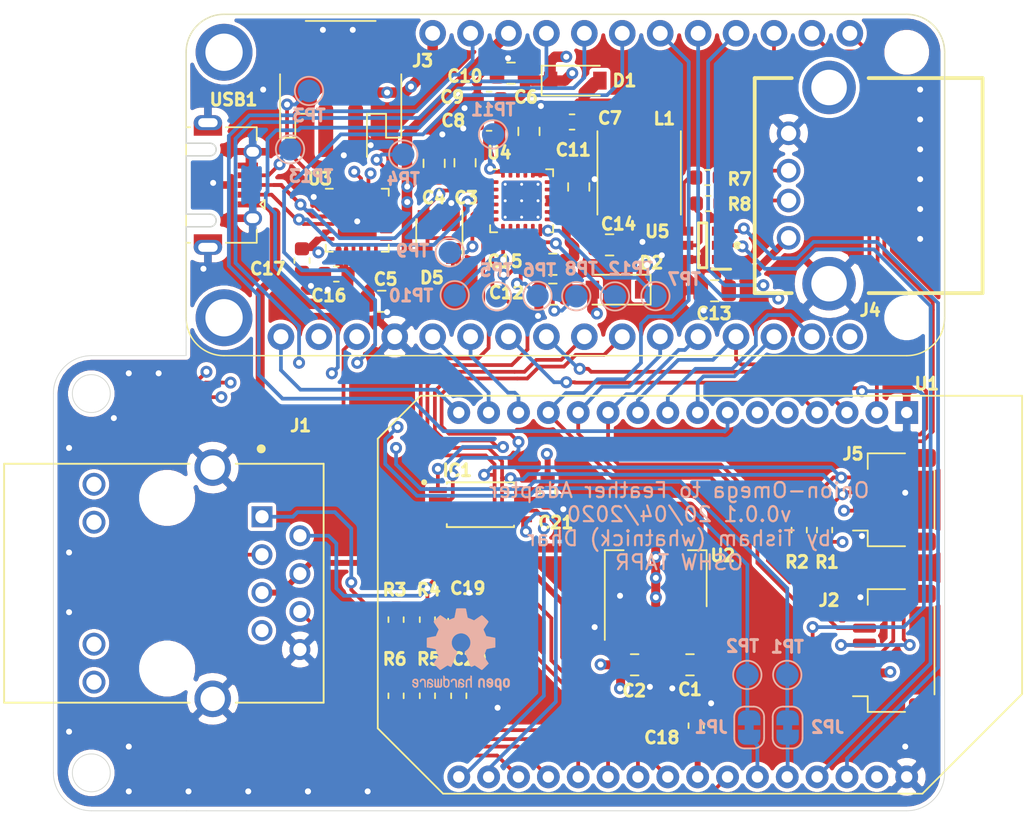
<source format=kicad_pcb>
(kicad_pcb (version 20171130) (host pcbnew "(5.1.5)-3")

  (general
    (thickness 1.6)
    (drawings 18)
    (tracks 1028)
    (zones 0)
    (modules 62)
    (nets 63)
  )

  (page A4)
  (layers
    (0 F.Cu signal)
    (1 In1.Cu signal)
    (2 In2.Cu signal)
    (31 B.Cu signal)
    (32 B.Adhes user)
    (33 F.Adhes user)
    (34 B.Paste user)
    (35 F.Paste user)
    (36 B.SilkS user)
    (37 F.SilkS user)
    (38 B.Mask user)
    (39 F.Mask user)
    (40 Dwgs.User user hide)
    (41 Cmts.User user hide)
    (42 Eco1.User user)
    (43 Eco2.User user)
    (44 Edge.Cuts user)
    (45 Margin user)
    (46 B.CrtYd user)
    (47 F.CrtYd user)
    (48 B.Fab user hide)
    (49 F.Fab user)
  )

  (setup
    (last_trace_width 0.25)
    (user_trace_width 0.3)
    (user_trace_width 0.4)
    (user_trace_width 0.5)
    (user_trace_width 0.6)
    (user_trace_width 0.7)
    (trace_clearance 0.2)
    (zone_clearance 0.254)
    (zone_45_only no)
    (trace_min 0.2)
    (via_size 0.8)
    (via_drill 0.4)
    (via_min_size 0.4)
    (via_min_drill 0.3)
    (uvia_size 0.3)
    (uvia_drill 0.1)
    (uvias_allowed no)
    (uvia_min_size 0.2)
    (uvia_min_drill 0.1)
    (edge_width 0.05)
    (segment_width 0.2)
    (pcb_text_width 0.3)
    (pcb_text_size 1.5 1.5)
    (mod_edge_width 0.12)
    (mod_text_size 1 1)
    (mod_text_width 0.15)
    (pad_size 1.524 1.524)
    (pad_drill 0.762)
    (pad_to_mask_clearance 0.051)
    (solder_mask_min_width 0.25)
    (aux_axis_origin 0 0)
    (visible_elements 7FFDFF7F)
    (pcbplotparams
      (layerselection 0x010fc_ffffffff)
      (usegerberextensions false)
      (usegerberattributes false)
      (usegerberadvancedattributes false)
      (creategerberjobfile false)
      (excludeedgelayer true)
      (linewidth 0.100000)
      (plotframeref false)
      (viasonmask false)
      (mode 1)
      (useauxorigin false)
      (hpglpennumber 1)
      (hpglpenspeed 20)
      (hpglpendiameter 15.000000)
      (psnegative false)
      (psa4output false)
      (plotreference true)
      (plotvalue true)
      (plotinvisibletext false)
      (padsonsilk false)
      (subtractmaskfromsilk false)
      (outputformat 1)
      (mirror false)
      (drillshape 1)
      (scaleselection 1)
      (outputdirectory ""))
  )

  (net 0 "")
  (net 1 GND)
  (net 2 VIN)
  (net 3 3.3V)
  (net 4 USB_OUT+)
  (net 5 USB_OUT-)
  (net 6 5V_BOOST)
  (net 7 SDA)
  (net 8 SCL)
  (net 9 CS)
  (net 10 MISO)
  (net 11 MOSI)
  (net 12 SCLK)
  (net 13 "Net-(C6-Pad1)")
  (net 14 "Net-(C7-Pad2)")
  (net 15 "Net-(C7-Pad1)")
  (net 16 "/Power Subsystems/SYS")
  (net 17 "/USB Interfaces/DTR")
  (net 18 USB_RX)
  (net 19 USB_TX)
  (net 20 "/USB Interfaces/RTS")
  (net 21 VBAT)
  (net 22 "/USB Interfaces/TX")
  (net 23 "/USB Interfaces/RX")
  (net 24 ~RESET)
  (net 25 NET_POW)
  (net 26 "Net-(C19-Pad1)")
  (net 27 "Net-(C20-Pad1)")
  (net 28 AREF)
  (net 29 A1)
  (net 30 A0)
  (net 31 ETH_RX-)
  (net 32 ETH_RX+)
  (net 33 ETH_TX-)
  (net 34 ETH_TX+)
  (net 35 GPIO15)
  (net 36 GPIO38)
  (net 37 GPIO18)
  (net 38 GPIO19)
  (net 39 GPIO17)
  (net 40 GPIO16)
  (net 41 FEATHER_TX)
  (net 42 FEATHER_RX)
  (net 43 GPIO3)
  (net 44 GPIO2)
  (net 45 GPIO1)
  (net 46 GPIO0)
  (net 47 "Net-(J4-Pad3)")
  (net 48 "Net-(J4-Pad2)")
  (net 49 GPIO11)
  (net 50 "/Power Subsystems/DSEL")
  (net 51 "/Power Subsystems/~QON")
  (net 52 "/Power Subsystems/TS")
  (net 53 "/Power Subsystems/ILIM")
  (net 54 "/Power Subsystems/~CE")
  (net 55 "/Power Subsystems/OTG")
  (net 56 "/Power Subsystems/INT")
  (net 57 "/Power Subsystems/STAT")
  (net 58 "/Power Subsystems/ID")
  (net 59 USB_IN+)
  (net 60 USB_IN-)
  (net 61 "Net-(R7-Pad1)")
  (net 62 "Net-(R8-Pad1)")

  (net_class Default "This is the default net class."
    (clearance 0.2)
    (trace_width 0.25)
    (via_dia 0.8)
    (via_drill 0.4)
    (uvia_dia 0.3)
    (uvia_drill 0.1)
    (add_net "/Power Subsystems/DSEL")
    (add_net "/Power Subsystems/ID")
    (add_net "/Power Subsystems/ILIM")
    (add_net "/Power Subsystems/INT")
    (add_net "/Power Subsystems/OTG")
    (add_net "/Power Subsystems/STAT")
    (add_net "/Power Subsystems/SYS")
    (add_net "/Power Subsystems/TS")
    (add_net "/Power Subsystems/~CE")
    (add_net "/Power Subsystems/~QON")
    (add_net "/USB Interfaces/DTR")
    (add_net "/USB Interfaces/RTS")
    (add_net "/USB Interfaces/RX")
    (add_net "/USB Interfaces/TX")
    (add_net 3.3V)
    (add_net 5V_BOOST)
    (add_net A0)
    (add_net A1)
    (add_net AREF)
    (add_net CS)
    (add_net ETH_RX+)
    (add_net ETH_RX-)
    (add_net ETH_TX+)
    (add_net ETH_TX-)
    (add_net FEATHER_RX)
    (add_net FEATHER_TX)
    (add_net GND)
    (add_net GPIO0)
    (add_net GPIO1)
    (add_net GPIO11)
    (add_net GPIO15)
    (add_net GPIO16)
    (add_net GPIO17)
    (add_net GPIO18)
    (add_net GPIO19)
    (add_net GPIO2)
    (add_net GPIO3)
    (add_net GPIO38)
    (add_net MISO)
    (add_net MOSI)
    (add_net NET_POW)
    (add_net "Net-(C19-Pad1)")
    (add_net "Net-(C20-Pad1)")
    (add_net "Net-(C6-Pad1)")
    (add_net "Net-(C7-Pad1)")
    (add_net "Net-(C7-Pad2)")
    (add_net "Net-(J4-Pad2)")
    (add_net "Net-(J4-Pad3)")
    (add_net "Net-(R7-Pad1)")
    (add_net "Net-(R8-Pad1)")
    (add_net SCL)
    (add_net SCLK)
    (add_net SDA)
    (add_net USB_IN+)
    (add_net USB_IN-)
    (add_net USB_OUT+)
    (add_net USB_OUT-)
    (add_net USB_RX)
    (add_net USB_TX)
    (add_net VBAT)
    (add_net VIN)
    (add_net ~RESET)
  )

  (module Symbol:OSHW-Logo2_7.3x6mm_SilkScreen (layer B.Cu) (tedit 0) (tstamp 5E9E030B)
    (at 135.255 103.505 180)
    (descr "Open Source Hardware Symbol")
    (tags "Logo Symbol OSHW")
    (attr virtual)
    (fp_text reference REF** (at 0 0) (layer B.SilkS) hide
      (effects (font (size 1 1) (thickness 0.15)) (justify mirror))
    )
    (fp_text value OSHW-Logo2_7.3x6mm_SilkScreen (at 0.75 0) (layer B.Fab) hide
      (effects (font (size 1 1) (thickness 0.15)) (justify mirror))
    )
    (fp_poly (pts (xy 0.10391 2.757652) (xy 0.182454 2.757222) (xy 0.239298 2.756058) (xy 0.278105 2.753793)
      (xy 0.302538 2.75006) (xy 0.316262 2.744494) (xy 0.32294 2.736727) (xy 0.326236 2.726395)
      (xy 0.326556 2.725057) (xy 0.331562 2.700921) (xy 0.340829 2.653299) (xy 0.353392 2.587259)
      (xy 0.368287 2.507872) (xy 0.384551 2.420204) (xy 0.385119 2.417125) (xy 0.40141 2.331211)
      (xy 0.416652 2.255304) (xy 0.429861 2.193955) (xy 0.440054 2.151718) (xy 0.446248 2.133145)
      (xy 0.446543 2.132816) (xy 0.464788 2.123747) (xy 0.502405 2.108633) (xy 0.551271 2.090738)
      (xy 0.551543 2.090642) (xy 0.613093 2.067507) (xy 0.685657 2.038035) (xy 0.754057 2.008403)
      (xy 0.757294 2.006938) (xy 0.868702 1.956374) (xy 1.115399 2.12484) (xy 1.191077 2.176197)
      (xy 1.259631 2.222111) (xy 1.317088 2.25997) (xy 1.359476 2.287163) (xy 1.382825 2.301079)
      (xy 1.385042 2.302111) (xy 1.40201 2.297516) (xy 1.433701 2.275345) (xy 1.481352 2.234553)
      (xy 1.546198 2.174095) (xy 1.612397 2.109773) (xy 1.676214 2.046388) (xy 1.733329 1.988549)
      (xy 1.780305 1.939825) (xy 1.813703 1.90379) (xy 1.830085 1.884016) (xy 1.830694 1.882998)
      (xy 1.832505 1.869428) (xy 1.825683 1.847267) (xy 1.80854 1.813522) (xy 1.779393 1.7652)
      (xy 1.736555 1.699308) (xy 1.679448 1.614483) (xy 1.628766 1.539823) (xy 1.583461 1.47286)
      (xy 1.54615 1.417484) (xy 1.519452 1.37758) (xy 1.505985 1.357038) (xy 1.505137 1.355644)
      (xy 1.506781 1.335962) (xy 1.519245 1.297707) (xy 1.540048 1.248111) (xy 1.547462 1.232272)
      (xy 1.579814 1.16171) (xy 1.614328 1.081647) (xy 1.642365 1.012371) (xy 1.662568 0.960955)
      (xy 1.678615 0.921881) (xy 1.687888 0.901459) (xy 1.689041 0.899886) (xy 1.706096 0.897279)
      (xy 1.746298 0.890137) (xy 1.804302 0.879477) (xy 1.874763 0.866315) (xy 1.952335 0.851667)
      (xy 2.031672 0.836551) (xy 2.107431 0.821982) (xy 2.174264 0.808978) (xy 2.226828 0.798555)
      (xy 2.259776 0.79173) (xy 2.267857 0.789801) (xy 2.276205 0.785038) (xy 2.282506 0.774282)
      (xy 2.287045 0.753902) (xy 2.290104 0.720266) (xy 2.291967 0.669745) (xy 2.292918 0.598708)
      (xy 2.29324 0.503524) (xy 2.293257 0.464508) (xy 2.293257 0.147201) (xy 2.217057 0.132161)
      (xy 2.174663 0.124005) (xy 2.1114 0.112101) (xy 2.034962 0.097884) (xy 1.953043 0.08279)
      (xy 1.9304 0.078645) (xy 1.854806 0.063947) (xy 1.788953 0.049495) (xy 1.738366 0.036625)
      (xy 1.708574 0.026678) (xy 1.703612 0.023713) (xy 1.691426 0.002717) (xy 1.673953 -0.037967)
      (xy 1.654577 -0.090322) (xy 1.650734 -0.1016) (xy 1.625339 -0.171523) (xy 1.593817 -0.250418)
      (xy 1.562969 -0.321266) (xy 1.562817 -0.321595) (xy 1.511447 -0.432733) (xy 1.680399 -0.681253)
      (xy 1.849352 -0.929772) (xy 1.632429 -1.147058) (xy 1.566819 -1.211726) (xy 1.506979 -1.268733)
      (xy 1.456267 -1.315033) (xy 1.418046 -1.347584) (xy 1.395675 -1.363343) (xy 1.392466 -1.364343)
      (xy 1.373626 -1.356469) (xy 1.33518 -1.334578) (xy 1.28133 -1.301267) (xy 1.216276 -1.259131)
      (xy 1.14594 -1.211943) (xy 1.074555 -1.16381) (xy 1.010908 -1.121928) (xy 0.959041 -1.088871)
      (xy 0.922995 -1.067218) (xy 0.906867 -1.059543) (xy 0.887189 -1.066037) (xy 0.849875 -1.08315)
      (xy 0.802621 -1.107326) (xy 0.797612 -1.110013) (xy 0.733977 -1.141927) (xy 0.690341 -1.157579)
      (xy 0.663202 -1.157745) (xy 0.649057 -1.143204) (xy 0.648975 -1.143) (xy 0.641905 -1.125779)
      (xy 0.625042 -1.084899) (xy 0.599695 -1.023525) (xy 0.567171 -0.944819) (xy 0.528778 -0.851947)
      (xy 0.485822 -0.748072) (xy 0.444222 -0.647502) (xy 0.398504 -0.536516) (xy 0.356526 -0.433703)
      (xy 0.319548 -0.342215) (xy 0.288827 -0.265201) (xy 0.265622 -0.205815) (xy 0.25119 -0.167209)
      (xy 0.246743 -0.1528) (xy 0.257896 -0.136272) (xy 0.287069 -0.10993) (xy 0.325971 -0.080887)
      (xy 0.436757 0.010961) (xy 0.523351 0.116241) (xy 0.584716 0.232734) (xy 0.619815 0.358224)
      (xy 0.627608 0.490493) (xy 0.621943 0.551543) (xy 0.591078 0.678205) (xy 0.53792 0.790059)
      (xy 0.465767 0.885999) (xy 0.377917 0.964924) (xy 0.277665 1.02573) (xy 0.16831 1.067313)
      (xy 0.053147 1.088572) (xy -0.064525 1.088401) (xy -0.18141 1.065699) (xy -0.294211 1.019362)
      (xy -0.399631 0.948287) (xy -0.443632 0.908089) (xy -0.528021 0.804871) (xy -0.586778 0.692075)
      (xy -0.620296 0.57299) (xy -0.628965 0.450905) (xy -0.613177 0.329107) (xy -0.573322 0.210884)
      (xy -0.509793 0.099525) (xy -0.422979 -0.001684) (xy -0.325971 -0.080887) (xy -0.285563 -0.111162)
      (xy -0.257018 -0.137219) (xy -0.246743 -0.152825) (xy -0.252123 -0.169843) (xy -0.267425 -0.2105)
      (xy -0.291388 -0.271642) (xy -0.322756 -0.350119) (xy -0.360268 -0.44278) (xy -0.402667 -0.546472)
      (xy -0.444337 -0.647526) (xy -0.49031 -0.758607) (xy -0.532893 -0.861541) (xy -0.570779 -0.953165)
      (xy -0.60266 -1.030316) (xy -0.627229 -1.089831) (xy -0.64318 -1.128544) (xy -0.64909 -1.143)
      (xy -0.663052 -1.157685) (xy -0.69006 -1.157642) (xy -0.733587 -1.142099) (xy -0.79711 -1.110284)
      (xy -0.797612 -1.110013) (xy -0.84544 -1.085323) (xy -0.884103 -1.067338) (xy -0.905905 -1.059614)
      (xy -0.906867 -1.059543) (xy -0.923279 -1.067378) (xy -0.959513 -1.089165) (xy -1.011526 -1.122328)
      (xy -1.075275 -1.164291) (xy -1.14594 -1.211943) (xy -1.217884 -1.260191) (xy -1.282726 -1.302151)
      (xy -1.336265 -1.335227) (xy -1.374303 -1.356821) (xy -1.392467 -1.364343) (xy -1.409192 -1.354457)
      (xy -1.44282 -1.326826) (xy -1.48999 -1.284495) (xy -1.547342 -1.230505) (xy -1.611516 -1.167899)
      (xy -1.632503 -1.146983) (xy -1.849501 -0.929623) (xy -1.684332 -0.68722) (xy -1.634136 -0.612781)
      (xy -1.590081 -0.545972) (xy -1.554638 -0.490665) (xy -1.530281 -0.450729) (xy -1.519478 -0.430036)
      (xy -1.519162 -0.428563) (xy -1.524857 -0.409058) (xy -1.540174 -0.369822) (xy -1.562463 -0.31743)
      (xy -1.578107 -0.282355) (xy -1.607359 -0.215201) (xy -1.634906 -0.147358) (xy -1.656263 -0.090034)
      (xy -1.662065 -0.072572) (xy -1.678548 -0.025938) (xy -1.69466 0.010095) (xy -1.70351 0.023713)
      (xy -1.72304 0.032048) (xy -1.765666 0.043863) (xy -1.825855 0.057819) (xy -1.898078 0.072578)
      (xy -1.9304 0.078645) (xy -2.012478 0.093727) (xy -2.091205 0.108331) (xy -2.158891 0.12102)
      (xy -2.20784 0.130358) (xy -2.217057 0.132161) (xy -2.293257 0.147201) (xy -2.293257 0.464508)
      (xy -2.293086 0.568846) (xy -2.292384 0.647787) (xy -2.290866 0.704962) (xy -2.288251 0.744001)
      (xy -2.284254 0.768535) (xy -2.278591 0.782195) (xy -2.27098 0.788611) (xy -2.267857 0.789801)
      (xy -2.249022 0.79402) (xy -2.207412 0.802438) (xy -2.14837 0.814039) (xy -2.077243 0.827805)
      (xy -1.999375 0.84272) (xy -1.920113 0.857768) (xy -1.844802 0.871931) (xy -1.778787 0.884194)
      (xy -1.727413 0.893539) (xy -1.696025 0.89895) (xy -1.689041 0.899886) (xy -1.682715 0.912404)
      (xy -1.66871 0.945754) (xy -1.649645 0.993623) (xy -1.642366 1.012371) (xy -1.613004 1.084805)
      (xy -1.578429 1.16483) (xy -1.547463 1.232272) (xy -1.524677 1.283841) (xy -1.509518 1.326215)
      (xy -1.504458 1.352166) (xy -1.505264 1.355644) (xy -1.515959 1.372064) (xy -1.54038 1.408583)
      (xy -1.575905 1.461313) (xy -1.619913 1.526365) (xy -1.669783 1.599849) (xy -1.679644 1.614355)
      (xy -1.737508 1.700296) (xy -1.780044 1.765739) (xy -1.808946 1.813696) (xy -1.82591 1.84718)
      (xy -1.832633 1.869205) (xy -1.83081 1.882783) (xy -1.830764 1.882869) (xy -1.816414 1.900703)
      (xy -1.784677 1.935183) (xy -1.73899 1.982732) (xy -1.682796 2.039778) (xy -1.619532 2.102745)
      (xy -1.612398 2.109773) (xy -1.53267 2.18698) (xy -1.471143 2.24367) (xy -1.426579 2.28089)
      (xy -1.397743 2.299685) (xy -1.385042 2.302111) (xy -1.366506 2.291529) (xy -1.328039 2.267084)
      (xy -1.273614 2.231388) (xy -1.207202 2.187053) (xy -1.132775 2.136689) (xy -1.115399 2.12484)
      (xy -0.868703 1.956374) (xy -0.757294 2.006938) (xy -0.689543 2.036405) (xy -0.616817 2.066041)
      (xy -0.554297 2.08967) (xy -0.551543 2.090642) (xy -0.50264 2.108543) (xy -0.464943 2.12368)
      (xy -0.446575 2.13279) (xy -0.446544 2.132816) (xy -0.440715 2.149283) (xy -0.430808 2.189781)
      (xy -0.417805 2.249758) (xy -0.402691 2.32466) (xy -0.386448 2.409936) (xy -0.385119 2.417125)
      (xy -0.368825 2.504986) (xy -0.353867 2.58474) (xy -0.341209 2.651319) (xy -0.331814 2.699653)
      (xy -0.326646 2.724675) (xy -0.326556 2.725057) (xy -0.323411 2.735701) (xy -0.317296 2.743738)
      (xy -0.304547 2.749533) (xy -0.2815 2.753453) (xy -0.244491 2.755865) (xy -0.189856 2.757135)
      (xy -0.113933 2.757629) (xy -0.013056 2.757714) (xy 0 2.757714) (xy 0.10391 2.757652)) (layer B.SilkS) (width 0.01))
    (fp_poly (pts (xy 3.153595 -1.966966) (xy 3.211021 -2.004497) (xy 3.238719 -2.038096) (xy 3.260662 -2.099064)
      (xy 3.262405 -2.147308) (xy 3.258457 -2.211816) (xy 3.109686 -2.276934) (xy 3.037349 -2.310202)
      (xy 2.990084 -2.336964) (xy 2.965507 -2.360144) (xy 2.961237 -2.382667) (xy 2.974889 -2.407455)
      (xy 2.989943 -2.423886) (xy 3.033746 -2.450235) (xy 3.081389 -2.452081) (xy 3.125145 -2.431546)
      (xy 3.157289 -2.390752) (xy 3.163038 -2.376347) (xy 3.190576 -2.331356) (xy 3.222258 -2.312182)
      (xy 3.265714 -2.295779) (xy 3.265714 -2.357966) (xy 3.261872 -2.400283) (xy 3.246823 -2.435969)
      (xy 3.21528 -2.476943) (xy 3.210592 -2.482267) (xy 3.175506 -2.51872) (xy 3.145347 -2.538283)
      (xy 3.107615 -2.547283) (xy 3.076335 -2.55023) (xy 3.020385 -2.550965) (xy 2.980555 -2.54166)
      (xy 2.955708 -2.527846) (xy 2.916656 -2.497467) (xy 2.889625 -2.464613) (xy 2.872517 -2.423294)
      (xy 2.863238 -2.367521) (xy 2.859693 -2.291305) (xy 2.85941 -2.252622) (xy 2.860372 -2.206247)
      (xy 2.948007 -2.206247) (xy 2.949023 -2.231126) (xy 2.951556 -2.2352) (xy 2.968274 -2.229665)
      (xy 3.004249 -2.215017) (xy 3.052331 -2.19419) (xy 3.062386 -2.189714) (xy 3.123152 -2.158814)
      (xy 3.156632 -2.131657) (xy 3.16399 -2.10622) (xy 3.146391 -2.080481) (xy 3.131856 -2.069109)
      (xy 3.07941 -2.046364) (xy 3.030322 -2.050122) (xy 2.989227 -2.077884) (xy 2.960758 -2.127152)
      (xy 2.951631 -2.166257) (xy 2.948007 -2.206247) (xy 2.860372 -2.206247) (xy 2.861285 -2.162249)
      (xy 2.868196 -2.095384) (xy 2.881884 -2.046695) (xy 2.904096 -2.010849) (xy 2.936574 -1.982513)
      (xy 2.950733 -1.973355) (xy 3.015053 -1.949507) (xy 3.085473 -1.948006) (xy 3.153595 -1.966966)) (layer B.SilkS) (width 0.01))
    (fp_poly (pts (xy 2.6526 -1.958752) (xy 2.669948 -1.966334) (xy 2.711356 -1.999128) (xy 2.746765 -2.046547)
      (xy 2.768664 -2.097151) (xy 2.772229 -2.122098) (xy 2.760279 -2.156927) (xy 2.734067 -2.175357)
      (xy 2.705964 -2.186516) (xy 2.693095 -2.188572) (xy 2.686829 -2.173649) (xy 2.674456 -2.141175)
      (xy 2.669028 -2.126502) (xy 2.63859 -2.075744) (xy 2.59452 -2.050427) (xy 2.53801 -2.051206)
      (xy 2.533825 -2.052203) (xy 2.503655 -2.066507) (xy 2.481476 -2.094393) (xy 2.466327 -2.139287)
      (xy 2.45725 -2.204615) (xy 2.453286 -2.293804) (xy 2.452914 -2.341261) (xy 2.45273 -2.416071)
      (xy 2.451522 -2.467069) (xy 2.448309 -2.499471) (xy 2.442109 -2.518495) (xy 2.43194 -2.529356)
      (xy 2.416819 -2.537272) (xy 2.415946 -2.53767) (xy 2.386828 -2.549981) (xy 2.372403 -2.554514)
      (xy 2.370186 -2.540809) (xy 2.368289 -2.502925) (xy 2.366847 -2.445715) (xy 2.365998 -2.374027)
      (xy 2.365829 -2.321565) (xy 2.366692 -2.220047) (xy 2.37007 -2.143032) (xy 2.377142 -2.086023)
      (xy 2.389088 -2.044526) (xy 2.40709 -2.014043) (xy 2.432327 -1.99008) (xy 2.457247 -1.973355)
      (xy 2.517171 -1.951097) (xy 2.586911 -1.946076) (xy 2.6526 -1.958752)) (layer B.SilkS) (width 0.01))
    (fp_poly (pts (xy 2.144876 -1.956335) (xy 2.186667 -1.975344) (xy 2.219469 -1.998378) (xy 2.243503 -2.024133)
      (xy 2.260097 -2.057358) (xy 2.270577 -2.1028) (xy 2.276271 -2.165207) (xy 2.278507 -2.249327)
      (xy 2.278743 -2.304721) (xy 2.278743 -2.520826) (xy 2.241774 -2.53767) (xy 2.212656 -2.549981)
      (xy 2.198231 -2.554514) (xy 2.195472 -2.541025) (xy 2.193282 -2.504653) (xy 2.191942 -2.451542)
      (xy 2.191657 -2.409372) (xy 2.190434 -2.348447) (xy 2.187136 -2.300115) (xy 2.182321 -2.270518)
      (xy 2.178496 -2.264229) (xy 2.152783 -2.270652) (xy 2.112418 -2.287125) (xy 2.065679 -2.309458)
      (xy 2.020845 -2.333457) (xy 1.986193 -2.35493) (xy 1.970002 -2.369685) (xy 1.969938 -2.369845)
      (xy 1.97133 -2.397152) (xy 1.983818 -2.423219) (xy 2.005743 -2.444392) (xy 2.037743 -2.451474)
      (xy 2.065092 -2.450649) (xy 2.103826 -2.450042) (xy 2.124158 -2.459116) (xy 2.136369 -2.483092)
      (xy 2.137909 -2.487613) (xy 2.143203 -2.521806) (xy 2.129047 -2.542568) (xy 2.092148 -2.552462)
      (xy 2.052289 -2.554292) (xy 1.980562 -2.540727) (xy 1.943432 -2.521355) (xy 1.897576 -2.475845)
      (xy 1.873256 -2.419983) (xy 1.871073 -2.360957) (xy 1.891629 -2.305953) (xy 1.922549 -2.271486)
      (xy 1.95342 -2.252189) (xy 2.001942 -2.227759) (xy 2.058485 -2.202985) (xy 2.06791 -2.199199)
      (xy 2.130019 -2.171791) (xy 2.165822 -2.147634) (xy 2.177337 -2.123619) (xy 2.16658 -2.096635)
      (xy 2.148114 -2.075543) (xy 2.104469 -2.049572) (xy 2.056446 -2.047624) (xy 2.012406 -2.067637)
      (xy 1.980709 -2.107551) (xy 1.976549 -2.117848) (xy 1.952327 -2.155724) (xy 1.916965 -2.183842)
      (xy 1.872343 -2.206917) (xy 1.872343 -2.141485) (xy 1.874969 -2.101506) (xy 1.88623 -2.069997)
      (xy 1.911199 -2.036378) (xy 1.935169 -2.010484) (xy 1.972441 -1.973817) (xy 2.001401 -1.954121)
      (xy 2.032505 -1.94622) (xy 2.067713 -1.944914) (xy 2.144876 -1.956335)) (layer B.SilkS) (width 0.01))
    (fp_poly (pts (xy 1.779833 -1.958663) (xy 1.782048 -1.99685) (xy 1.783784 -2.054886) (xy 1.784899 -2.12818)
      (xy 1.785257 -2.205055) (xy 1.785257 -2.465196) (xy 1.739326 -2.511127) (xy 1.707675 -2.539429)
      (xy 1.67989 -2.550893) (xy 1.641915 -2.550168) (xy 1.62684 -2.548321) (xy 1.579726 -2.542948)
      (xy 1.540756 -2.539869) (xy 1.531257 -2.539585) (xy 1.499233 -2.541445) (xy 1.453432 -2.546114)
      (xy 1.435674 -2.548321) (xy 1.392057 -2.551735) (xy 1.362745 -2.54432) (xy 1.33368 -2.521427)
      (xy 1.323188 -2.511127) (xy 1.277257 -2.465196) (xy 1.277257 -1.978602) (xy 1.314226 -1.961758)
      (xy 1.346059 -1.949282) (xy 1.364683 -1.944914) (xy 1.369458 -1.958718) (xy 1.373921 -1.997286)
      (xy 1.377775 -2.056356) (xy 1.380722 -2.131663) (xy 1.382143 -2.195286) (xy 1.386114 -2.445657)
      (xy 1.420759 -2.450556) (xy 1.452268 -2.447131) (xy 1.467708 -2.436041) (xy 1.472023 -2.415308)
      (xy 1.475708 -2.371145) (xy 1.478469 -2.309146) (xy 1.480012 -2.234909) (xy 1.480235 -2.196706)
      (xy 1.480457 -1.976783) (xy 1.526166 -1.960849) (xy 1.558518 -1.950015) (xy 1.576115 -1.944962)
      (xy 1.576623 -1.944914) (xy 1.578388 -1.958648) (xy 1.580329 -1.99673) (xy 1.582282 -2.054482)
      (xy 1.584084 -2.127227) (xy 1.585343 -2.195286) (xy 1.589314 -2.445657) (xy 1.6764 -2.445657)
      (xy 1.680396 -2.21724) (xy 1.684392 -1.988822) (xy 1.726847 -1.966868) (xy 1.758192 -1.951793)
      (xy 1.776744 -1.944951) (xy 1.777279 -1.944914) (xy 1.779833 -1.958663)) (layer B.SilkS) (width 0.01))
    (fp_poly (pts (xy 1.190117 -2.065358) (xy 1.189933 -2.173837) (xy 1.189219 -2.257287) (xy 1.187675 -2.319704)
      (xy 1.185001 -2.365085) (xy 1.180894 -2.397429) (xy 1.175055 -2.420733) (xy 1.167182 -2.438995)
      (xy 1.161221 -2.449418) (xy 1.111855 -2.505945) (xy 1.049264 -2.541377) (xy 0.980013 -2.55409)
      (xy 0.910668 -2.542463) (xy 0.869375 -2.521568) (xy 0.826025 -2.485422) (xy 0.796481 -2.441276)
      (xy 0.778655 -2.383462) (xy 0.770463 -2.306313) (xy 0.769302 -2.249714) (xy 0.769458 -2.245647)
      (xy 0.870857 -2.245647) (xy 0.871476 -2.31055) (xy 0.874314 -2.353514) (xy 0.88084 -2.381622)
      (xy 0.892523 -2.401953) (xy 0.906483 -2.417288) (xy 0.953365 -2.44689) (xy 1.003701 -2.449419)
      (xy 1.051276 -2.424705) (xy 1.054979 -2.421356) (xy 1.070783 -2.403935) (xy 1.080693 -2.383209)
      (xy 1.086058 -2.352362) (xy 1.088228 -2.304577) (xy 1.088571 -2.251748) (xy 1.087827 -2.185381)
      (xy 1.084748 -2.141106) (xy 1.078061 -2.112009) (xy 1.066496 -2.091173) (xy 1.057013 -2.080107)
      (xy 1.01296 -2.052198) (xy 0.962224 -2.048843) (xy 0.913796 -2.070159) (xy 0.90445 -2.078073)
      (xy 0.88854 -2.095647) (xy 0.87861 -2.116587) (xy 0.873278 -2.147782) (xy 0.871163 -2.196122)
      (xy 0.870857 -2.245647) (xy 0.769458 -2.245647) (xy 0.77281 -2.158568) (xy 0.784726 -2.090086)
      (xy 0.807135 -2.0386) (xy 0.842124 -1.998443) (xy 0.869375 -1.977861) (xy 0.918907 -1.955625)
      (xy 0.976316 -1.945304) (xy 1.029682 -1.948067) (xy 1.059543 -1.959212) (xy 1.071261 -1.962383)
      (xy 1.079037 -1.950557) (xy 1.084465 -1.918866) (xy 1.088571 -1.870593) (xy 1.093067 -1.816829)
      (xy 1.099313 -1.784482) (xy 1.110676 -1.765985) (xy 1.130528 -1.75377) (xy 1.143 -1.748362)
      (xy 1.190171 -1.728601) (xy 1.190117 -2.065358)) (layer B.SilkS) (width 0.01))
    (fp_poly (pts (xy 0.529926 -1.949755) (xy 0.595858 -1.974084) (xy 0.649273 -2.017117) (xy 0.670164 -2.047409)
      (xy 0.692939 -2.102994) (xy 0.692466 -2.143186) (xy 0.668562 -2.170217) (xy 0.659717 -2.174813)
      (xy 0.62153 -2.189144) (xy 0.602028 -2.185472) (xy 0.595422 -2.161407) (xy 0.595086 -2.148114)
      (xy 0.582992 -2.09921) (xy 0.551471 -2.064999) (xy 0.507659 -2.048476) (xy 0.458695 -2.052634)
      (xy 0.418894 -2.074227) (xy 0.40545 -2.086544) (xy 0.395921 -2.101487) (xy 0.389485 -2.124075)
      (xy 0.385317 -2.159328) (xy 0.382597 -2.212266) (xy 0.380502 -2.287907) (xy 0.37996 -2.311857)
      (xy 0.377981 -2.39379) (xy 0.375731 -2.451455) (xy 0.372357 -2.489608) (xy 0.367006 -2.513004)
      (xy 0.358824 -2.526398) (xy 0.346959 -2.534545) (xy 0.339362 -2.538144) (xy 0.307102 -2.550452)
      (xy 0.288111 -2.554514) (xy 0.281836 -2.540948) (xy 0.278006 -2.499934) (xy 0.2766 -2.430999)
      (xy 0.277598 -2.333669) (xy 0.277908 -2.318657) (xy 0.280101 -2.229859) (xy 0.282693 -2.165019)
      (xy 0.286382 -2.119067) (xy 0.291864 -2.086935) (xy 0.299835 -2.063553) (xy 0.310993 -2.043852)
      (xy 0.31683 -2.03541) (xy 0.350296 -1.998057) (xy 0.387727 -1.969003) (xy 0.392309 -1.966467)
      (xy 0.459426 -1.946443) (xy 0.529926 -1.949755)) (layer B.SilkS) (width 0.01))
    (fp_poly (pts (xy 0.039744 -1.950968) (xy 0.096616 -1.972087) (xy 0.097267 -1.972493) (xy 0.13244 -1.99838)
      (xy 0.158407 -2.028633) (xy 0.17667 -2.068058) (xy 0.188732 -2.121462) (xy 0.196096 -2.193651)
      (xy 0.200264 -2.289432) (xy 0.200629 -2.303078) (xy 0.205876 -2.508842) (xy 0.161716 -2.531678)
      (xy 0.129763 -2.54711) (xy 0.11047 -2.554423) (xy 0.109578 -2.554514) (xy 0.106239 -2.541022)
      (xy 0.103587 -2.504626) (xy 0.101956 -2.451452) (xy 0.1016 -2.408393) (xy 0.101592 -2.338641)
      (xy 0.098403 -2.294837) (xy 0.087288 -2.273944) (xy 0.063501 -2.272925) (xy 0.022296 -2.288741)
      (xy -0.039914 -2.317815) (xy -0.085659 -2.341963) (xy -0.109187 -2.362913) (xy -0.116104 -2.385747)
      (xy -0.116114 -2.386877) (xy -0.104701 -2.426212) (xy -0.070908 -2.447462) (xy -0.019191 -2.450539)
      (xy 0.018061 -2.450006) (xy 0.037703 -2.460735) (xy 0.049952 -2.486505) (xy 0.057002 -2.519337)
      (xy 0.046842 -2.537966) (xy 0.043017 -2.540632) (xy 0.007001 -2.55134) (xy -0.043434 -2.552856)
      (xy -0.095374 -2.545759) (xy -0.132178 -2.532788) (xy -0.183062 -2.489585) (xy -0.211986 -2.429446)
      (xy -0.217714 -2.382462) (xy -0.213343 -2.340082) (xy -0.197525 -2.305488) (xy -0.166203 -2.274763)
      (xy -0.115322 -2.24399) (xy -0.040824 -2.209252) (xy -0.036286 -2.207288) (xy 0.030821 -2.176287)
      (xy 0.072232 -2.150862) (xy 0.089981 -2.128014) (xy 0.086107 -2.104745) (xy 0.062643 -2.078056)
      (xy 0.055627 -2.071914) (xy 0.00863 -2.0481) (xy -0.040067 -2.049103) (xy -0.082478 -2.072451)
      (xy -0.110616 -2.115675) (xy -0.113231 -2.12416) (xy -0.138692 -2.165308) (xy -0.170999 -2.185128)
      (xy -0.217714 -2.20477) (xy -0.217714 -2.15395) (xy -0.203504 -2.080082) (xy -0.161325 -2.012327)
      (xy -0.139376 -1.989661) (xy -0.089483 -1.960569) (xy -0.026033 -1.9474) (xy 0.039744 -1.950968)) (layer B.SilkS) (width 0.01))
    (fp_poly (pts (xy -0.624114 -1.851289) (xy -0.619861 -1.910613) (xy -0.614975 -1.945572) (xy -0.608205 -1.96082)
      (xy -0.598298 -1.961015) (xy -0.595086 -1.959195) (xy -0.552356 -1.946015) (xy -0.496773 -1.946785)
      (xy -0.440263 -1.960333) (xy -0.404918 -1.977861) (xy -0.368679 -2.005861) (xy -0.342187 -2.037549)
      (xy -0.324001 -2.077813) (xy -0.312678 -2.131543) (xy -0.306778 -2.203626) (xy -0.304857 -2.298951)
      (xy -0.304823 -2.317237) (xy -0.3048 -2.522646) (xy -0.350509 -2.53858) (xy -0.382973 -2.54942)
      (xy -0.400785 -2.554468) (xy -0.401309 -2.554514) (xy -0.403063 -2.540828) (xy -0.404556 -2.503076)
      (xy -0.405674 -2.446224) (xy -0.406303 -2.375234) (xy -0.4064 -2.332073) (xy -0.406602 -2.246973)
      (xy -0.407642 -2.185981) (xy -0.410169 -2.144177) (xy -0.414836 -2.116642) (xy -0.422293 -2.098456)
      (xy -0.433189 -2.084698) (xy -0.439993 -2.078073) (xy -0.486728 -2.051375) (xy -0.537728 -2.049375)
      (xy -0.583999 -2.071955) (xy -0.592556 -2.080107) (xy -0.605107 -2.095436) (xy -0.613812 -2.113618)
      (xy -0.619369 -2.139909) (xy -0.622474 -2.179562) (xy -0.623824 -2.237832) (xy -0.624114 -2.318173)
      (xy -0.624114 -2.522646) (xy -0.669823 -2.53858) (xy -0.702287 -2.54942) (xy -0.720099 -2.554468)
      (xy -0.720623 -2.554514) (xy -0.721963 -2.540623) (xy -0.723172 -2.501439) (xy -0.724199 -2.4407)
      (xy -0.724998 -2.362141) (xy -0.725519 -2.269498) (xy -0.725714 -2.166509) (xy -0.725714 -1.769342)
      (xy -0.678543 -1.749444) (xy -0.631371 -1.729547) (xy -0.624114 -1.851289)) (layer B.SilkS) (width 0.01))
    (fp_poly (pts (xy -1.831697 -1.931239) (xy -1.774473 -1.969735) (xy -1.730251 -2.025335) (xy -1.703833 -2.096086)
      (xy -1.69849 -2.148162) (xy -1.699097 -2.169893) (xy -1.704178 -2.186531) (xy -1.718145 -2.201437)
      (xy -1.745411 -2.217973) (xy -1.790388 -2.239498) (xy -1.857489 -2.269374) (xy -1.857829 -2.269524)
      (xy -1.919593 -2.297813) (xy -1.970241 -2.322933) (xy -2.004596 -2.342179) (xy -2.017482 -2.352848)
      (xy -2.017486 -2.352934) (xy -2.006128 -2.376166) (xy -1.979569 -2.401774) (xy -1.949077 -2.420221)
      (xy -1.93363 -2.423886) (xy -1.891485 -2.411212) (xy -1.855192 -2.379471) (xy -1.837483 -2.344572)
      (xy -1.820448 -2.318845) (xy -1.787078 -2.289546) (xy -1.747851 -2.264235) (xy -1.713244 -2.250471)
      (xy -1.706007 -2.249714) (xy -1.697861 -2.26216) (xy -1.69737 -2.293972) (xy -1.703357 -2.336866)
      (xy -1.714643 -2.382558) (xy -1.73005 -2.422761) (xy -1.730829 -2.424322) (xy -1.777196 -2.489062)
      (xy -1.837289 -2.533097) (xy -1.905535 -2.554711) (xy -1.976362 -2.552185) (xy -2.044196 -2.523804)
      (xy -2.047212 -2.521808) (xy -2.100573 -2.473448) (xy -2.13566 -2.410352) (xy -2.155078 -2.327387)
      (xy -2.157684 -2.304078) (xy -2.162299 -2.194055) (xy -2.156767 -2.142748) (xy -2.017486 -2.142748)
      (xy -2.015676 -2.174753) (xy -2.005778 -2.184093) (xy -1.981102 -2.177105) (xy -1.942205 -2.160587)
      (xy -1.898725 -2.139881) (xy -1.897644 -2.139333) (xy -1.860791 -2.119949) (xy -1.846 -2.107013)
      (xy -1.849647 -2.093451) (xy -1.865005 -2.075632) (xy -1.904077 -2.049845) (xy -1.946154 -2.04795)
      (xy -1.983897 -2.066717) (xy -2.009966 -2.102915) (xy -2.017486 -2.142748) (xy -2.156767 -2.142748)
      (xy -2.152806 -2.106027) (xy -2.12845 -2.036212) (xy -2.094544 -1.987302) (xy -2.033347 -1.937878)
      (xy -1.965937 -1.913359) (xy -1.89712 -1.911797) (xy -1.831697 -1.931239)) (layer B.SilkS) (width 0.01))
    (fp_poly (pts (xy -2.958885 -1.921962) (xy -2.890855 -1.957733) (xy -2.840649 -2.015301) (xy -2.822815 -2.052312)
      (xy -2.808937 -2.107882) (xy -2.801833 -2.178096) (xy -2.80116 -2.254727) (xy -2.806573 -2.329552)
      (xy -2.81773 -2.394342) (xy -2.834286 -2.440873) (xy -2.839374 -2.448887) (xy -2.899645 -2.508707)
      (xy -2.971231 -2.544535) (xy -3.048908 -2.55502) (xy -3.127452 -2.53881) (xy -3.149311 -2.529092)
      (xy -3.191878 -2.499143) (xy -3.229237 -2.459433) (xy -3.232768 -2.454397) (xy -3.247119 -2.430124)
      (xy -3.256606 -2.404178) (xy -3.26221 -2.370022) (xy -3.264914 -2.321119) (xy -3.265701 -2.250935)
      (xy -3.265714 -2.2352) (xy -3.265678 -2.230192) (xy -3.120571 -2.230192) (xy -3.119727 -2.29643)
      (xy -3.116404 -2.340386) (xy -3.109417 -2.368779) (xy -3.097584 -2.388325) (xy -3.091543 -2.394857)
      (xy -3.056814 -2.41968) (xy -3.023097 -2.418548) (xy -2.989005 -2.397016) (xy -2.968671 -2.374029)
      (xy -2.956629 -2.340478) (xy -2.949866 -2.287569) (xy -2.949402 -2.281399) (xy -2.948248 -2.185513)
      (xy -2.960312 -2.114299) (xy -2.98543 -2.068194) (xy -3.02344 -2.047635) (xy -3.037008 -2.046514)
      (xy -3.072636 -2.052152) (xy -3.097006 -2.071686) (xy -3.111907 -2.109042) (xy -3.119125 -2.16815)
      (xy -3.120571 -2.230192) (xy -3.265678 -2.230192) (xy -3.265174 -2.160413) (xy -3.262904 -2.108159)
      (xy -3.257932 -2.071949) (xy -3.249287 -2.045299) (xy -3.235995 -2.021722) (xy -3.233057 -2.017338)
      (xy -3.183687 -1.958249) (xy -3.129891 -1.923947) (xy -3.064398 -1.910331) (xy -3.042158 -1.909665)
      (xy -2.958885 -1.921962)) (layer B.SilkS) (width 0.01))
    (fp_poly (pts (xy -1.283907 -1.92778) (xy -1.237328 -1.954723) (xy -1.204943 -1.981466) (xy -1.181258 -2.009484)
      (xy -1.164941 -2.043748) (xy -1.154661 -2.089227) (xy -1.149086 -2.150892) (xy -1.146884 -2.233711)
      (xy -1.146629 -2.293246) (xy -1.146629 -2.512391) (xy -1.208314 -2.540044) (xy -1.27 -2.567697)
      (xy -1.277257 -2.32767) (xy -1.280256 -2.238028) (xy -1.283402 -2.172962) (xy -1.287299 -2.128026)
      (xy -1.292553 -2.09877) (xy -1.299769 -2.080748) (xy -1.30955 -2.069511) (xy -1.312688 -2.067079)
      (xy -1.360239 -2.048083) (xy -1.408303 -2.0556) (xy -1.436914 -2.075543) (xy -1.448553 -2.089675)
      (xy -1.456609 -2.10822) (xy -1.461729 -2.136334) (xy -1.464559 -2.179173) (xy -1.465744 -2.241895)
      (xy -1.465943 -2.307261) (xy -1.465982 -2.389268) (xy -1.467386 -2.447316) (xy -1.472086 -2.486465)
      (xy -1.482013 -2.51178) (xy -1.499097 -2.528323) (xy -1.525268 -2.541156) (xy -1.560225 -2.554491)
      (xy -1.598404 -2.569007) (xy -1.593859 -2.311389) (xy -1.592029 -2.218519) (xy -1.589888 -2.149889)
      (xy -1.586819 -2.100711) (xy -1.582206 -2.066198) (xy -1.575432 -2.041562) (xy -1.565881 -2.022016)
      (xy -1.554366 -2.00477) (xy -1.49881 -1.94968) (xy -1.43102 -1.917822) (xy -1.357287 -1.910191)
      (xy -1.283907 -1.92778)) (layer B.SilkS) (width 0.01))
    (fp_poly (pts (xy -2.400256 -1.919918) (xy -2.344799 -1.947568) (xy -2.295852 -1.99848) (xy -2.282371 -2.017338)
      (xy -2.267686 -2.042015) (xy -2.258158 -2.068816) (xy -2.252707 -2.104587) (xy -2.250253 -2.156169)
      (xy -2.249714 -2.224267) (xy -2.252148 -2.317588) (xy -2.260606 -2.387657) (xy -2.276826 -2.439931)
      (xy -2.302546 -2.479869) (xy -2.339503 -2.512929) (xy -2.342218 -2.514886) (xy -2.37864 -2.534908)
      (xy -2.422498 -2.544815) (xy -2.478276 -2.547257) (xy -2.568952 -2.547257) (xy -2.56899 -2.635283)
      (xy -2.569834 -2.684308) (xy -2.574976 -2.713065) (xy -2.588413 -2.730311) (xy -2.614142 -2.744808)
      (xy -2.620321 -2.747769) (xy -2.649236 -2.761648) (xy -2.671624 -2.770414) (xy -2.688271 -2.771171)
      (xy -2.699964 -2.761023) (xy -2.70749 -2.737073) (xy -2.711634 -2.696426) (xy -2.713185 -2.636186)
      (xy -2.712929 -2.553455) (xy -2.711651 -2.445339) (xy -2.711252 -2.413) (xy -2.709815 -2.301524)
      (xy -2.708528 -2.228603) (xy -2.569029 -2.228603) (xy -2.568245 -2.290499) (xy -2.56476 -2.330997)
      (xy -2.556876 -2.357708) (xy -2.542895 -2.378244) (xy -2.533403 -2.38826) (xy -2.494596 -2.417567)
      (xy -2.460237 -2.419952) (xy -2.424784 -2.39575) (xy -2.423886 -2.394857) (xy -2.409461 -2.376153)
      (xy -2.400687 -2.350732) (xy -2.396261 -2.311584) (xy -2.394882 -2.251697) (xy -2.394857 -2.23843)
      (xy -2.398188 -2.155901) (xy -2.409031 -2.098691) (xy -2.42866 -2.063766) (xy -2.45835 -2.048094)
      (xy -2.475509 -2.046514) (xy -2.516234 -2.053926) (xy -2.544168 -2.07833) (xy -2.560983 -2.12298)
      (xy -2.56835 -2.19113) (xy -2.569029 -2.228603) (xy -2.708528 -2.228603) (xy -2.708292 -2.215245)
      (xy -2.706323 -2.150333) (xy -2.70355 -2.102958) (xy -2.699612 -2.06929) (xy -2.694151 -2.045498)
      (xy -2.686808 -2.027753) (xy -2.677223 -2.012224) (xy -2.673113 -2.006381) (xy -2.618595 -1.951185)
      (xy -2.549664 -1.91989) (xy -2.469928 -1.911165) (xy -2.400256 -1.919918)) (layer B.SilkS) (width 0.01))
  )

  (module TestPoint:TestPoint_Pad_D1.5mm (layer B.Cu) (tedit 5A0F774F) (tstamp 5E8994C9)
    (at 131.38 70.35)
    (descr "SMD pad as test Point, diameter 1.5mm")
    (tags "test point SMD pad")
    (path /5E656C4B/5E8A239C)
    (attr virtual)
    (fp_text reference TP4 (at 0 1.648) (layer B.SilkS)
      (effects (font (size 0.8 0.8) (thickness 0.2)) (justify mirror))
    )
    (fp_text value TestPoint (at 0 -1.75) (layer B.Fab)
      (effects (font (size 1 1) (thickness 0.15)) (justify mirror))
    )
    (fp_circle (center 0 0) (end 0 -0.95) (layer B.SilkS) (width 0.12))
    (fp_circle (center 0 0) (end 1.25 0) (layer B.CrtYd) (width 0.05))
    (fp_text user %R (at 0 1.65) (layer B.Fab)
      (effects (font (size 0.8 0.8) (thickness 0.2)) (justify mirror))
    )
    (pad 1 smd circle (at 0 0) (size 1.5 1.5) (layers B.Cu B.Mask)
      (net 20 "/USB Interfaces/RTS"))
  )

  (module TestPoint:TestPoint_Pad_D1.5mm (layer B.Cu) (tedit 5A0F774F) (tstamp 5E9A0FE4)
    (at 125.07 66.09)
    (descr "SMD pad as test Point, diameter 1.5mm")
    (tags "test point SMD pad")
    (path /5E656C4B/5E8A1FFD)
    (attr virtual)
    (fp_text reference TP3 (at 0 1.648) (layer B.SilkS)
      (effects (font (size 0.8 0.8) (thickness 0.2)) (justify mirror))
    )
    (fp_text value TestPoint (at 0 -1.75) (layer B.Fab)
      (effects (font (size 1 1) (thickness 0.15)) (justify mirror))
    )
    (fp_circle (center 0 0) (end 0 -0.95) (layer B.SilkS) (width 0.12))
    (fp_circle (center 0 0) (end 1.25 0) (layer B.CrtYd) (width 0.05))
    (fp_text user %R (at 0 1.65) (layer B.Fab)
      (effects (font (size 0.8 0.8) (thickness 0.2)) (justify mirror))
    )
    (pad 1 smd circle (at 0 0) (size 1.5 1.5) (layers B.Cu B.Mask)
      (net 17 "/USB Interfaces/DTR"))
  )

  (module TestPoint:TestPoint_Pad_D1.5mm (layer B.Cu) (tedit 5A0F774F) (tstamp 5E8994B9)
    (at 154.425 105.2)
    (descr "SMD pad as test Point, diameter 1.5mm")
    (tags "test point SMD pad")
    (path /5E656C4B/5E8A1978)
    (attr virtual)
    (fp_text reference TP2 (at -0.325 -1.925) (layer B.SilkS)
      (effects (font (size 0.8 0.8) (thickness 0.2)) (justify mirror))
    )
    (fp_text value TestPoint (at 0 -1.75) (layer B.Fab)
      (effects (font (size 1 1) (thickness 0.15)) (justify mirror))
    )
    (fp_circle (center 0 0) (end 0 -0.95) (layer B.SilkS) (width 0.12))
    (fp_circle (center 0 0) (end 1.25 0) (layer B.CrtYd) (width 0.05))
    (fp_text user %R (at 0 1.65) (layer B.Fab)
      (effects (font (size 0.8 0.8) (thickness 0.2)) (justify mirror))
    )
    (pad 1 smd circle (at 0 0) (size 1.5 1.5) (layers B.Cu B.Mask)
      (net 22 "/USB Interfaces/TX"))
  )

  (module TestPoint:TestPoint_Pad_D1.5mm (layer B.Cu) (tedit 5A0F774F) (tstamp 5E8994B1)
    (at 157.1 105.2)
    (descr "SMD pad as test Point, diameter 1.5mm")
    (tags "test point SMD pad")
    (path /5E656C4B/5E8A158E)
    (attr virtual)
    (fp_text reference TP1 (at 0 -1.875) (layer B.SilkS)
      (effects (font (size 0.8 0.8) (thickness 0.2)) (justify mirror))
    )
    (fp_text value TestPoint (at 0 -1.75) (layer B.Fab)
      (effects (font (size 1 1) (thickness 0.15)) (justify mirror))
    )
    (fp_circle (center 0 0) (end 0 -0.95) (layer B.SilkS) (width 0.12))
    (fp_circle (center 0 0) (end 1.25 0) (layer B.CrtYd) (width 0.05))
    (fp_text user %R (at 0.025 -1.9) (layer B.Fab)
      (effects (font (size 0.8 0.8) (thickness 0.2)) (justify mirror))
    )
    (pad 1 smd circle (at 0 0) (size 1.5 1.5) (layers B.Cu B.Mask)
      (net 23 "/USB Interfaces/RX"))
  )

  (module Jumper:SolderJumper-2_P1.3mm_Bridged_RoundedPad1.0x1.5mm (layer B.Cu) (tedit 5C745284) (tstamp 5E8993EC)
    (at 157.125 108.725 270)
    (descr "SMD Solder Jumper, 1x1.5mm, rounded Pads, 0.3mm gap, bridged with 1 copper strip")
    (tags "solder jumper open")
    (path /5E656C4B/5E8A48AC)
    (attr virtual)
    (fp_text reference JP2 (at -0.025 -2.675 180) (layer B.SilkS)
      (effects (font (size 0.8 0.8) (thickness 0.2)) (justify mirror))
    )
    (fp_text value Jumper_NC_Small (at 0 -1.9 90) (layer B.Fab)
      (effects (font (size 1 1) (thickness 0.15)) (justify mirror))
    )
    (fp_poly (pts (xy 0.25 0.3) (xy -0.25 0.3) (xy -0.25 -0.3) (xy 0.25 -0.3)) (layer B.Cu) (width 0))
    (fp_line (start 1.65 -1.25) (end -1.65 -1.25) (layer B.CrtYd) (width 0.05))
    (fp_line (start 1.65 -1.25) (end 1.65 1.25) (layer B.CrtYd) (width 0.05))
    (fp_line (start -1.65 1.25) (end -1.65 -1.25) (layer B.CrtYd) (width 0.05))
    (fp_line (start -1.65 1.25) (end 1.65 1.25) (layer B.CrtYd) (width 0.05))
    (fp_line (start -0.7 1) (end 0.7 1) (layer B.SilkS) (width 0.12))
    (fp_line (start 1.4 0.3) (end 1.4 -0.3) (layer B.SilkS) (width 0.12))
    (fp_line (start 0.7 -1) (end -0.7 -1) (layer B.SilkS) (width 0.12))
    (fp_line (start -1.4 -0.3) (end -1.4 0.3) (layer B.SilkS) (width 0.12))
    (fp_arc (start -0.7 0.3) (end -0.7 1) (angle 90) (layer B.SilkS) (width 0.12))
    (fp_arc (start -0.7 -0.3) (end -1.4 -0.3) (angle 90) (layer B.SilkS) (width 0.12))
    (fp_arc (start 0.7 -0.3) (end 0.7 -1) (angle 90) (layer B.SilkS) (width 0.12))
    (fp_arc (start 0.7 0.3) (end 1.4 0.3) (angle 90) (layer B.SilkS) (width 0.12))
    (pad 1 smd custom (at -0.65 0 270) (size 1 0.5) (layers B.Cu B.Mask)
      (net 23 "/USB Interfaces/RX") (zone_connect 2)
      (options (clearance outline) (anchor rect))
      (primitives
        (gr_circle (center 0 -0.25) (end 0.5 -0.25) (width 0))
        (gr_circle (center 0 0.25) (end 0.5 0.25) (width 0))
        (gr_poly (pts
           (xy 0 0.75) (xy 0.5 0.75) (xy 0.5 -0.75) (xy 0 -0.75)) (width 0))
      ))
    (pad 2 smd custom (at 0.65 0 270) (size 1 0.5) (layers B.Cu B.Mask)
      (net 18 USB_RX) (zone_connect 2)
      (options (clearance outline) (anchor rect))
      (primitives
        (gr_circle (center 0 -0.25) (end 0.5 -0.25) (width 0))
        (gr_circle (center 0 0.25) (end 0.5 0.25) (width 0))
        (gr_poly (pts
           (xy 0 0.75) (xy -0.5 0.75) (xy -0.5 -0.75) (xy 0 -0.75)) (width 0))
      ))
  )

  (module Jumper:SolderJumper-2_P1.3mm_Bridged_RoundedPad1.0x1.5mm (layer B.Cu) (tedit 5C745284) (tstamp 5E8993D9)
    (at 154.55 108.725 270)
    (descr "SMD Solder Jumper, 1x1.5mm, rounded Pads, 0.3mm gap, bridged with 1 copper strip")
    (tags "solder jumper open")
    (path /5E656C4B/5E8A3F25)
    (attr virtual)
    (fp_text reference JP1 (at -0.025 2.55 180) (layer B.SilkS)
      (effects (font (size 0.8 0.8) (thickness 0.2)) (justify mirror))
    )
    (fp_text value Jumper_NC_Small (at 0 -1.9 90) (layer B.Fab)
      (effects (font (size 1 1) (thickness 0.15)) (justify mirror))
    )
    (fp_poly (pts (xy 0.25 0.3) (xy -0.25 0.3) (xy -0.25 -0.3) (xy 0.25 -0.3)) (layer B.Cu) (width 0))
    (fp_line (start 1.65 -1.25) (end -1.65 -1.25) (layer B.CrtYd) (width 0.05))
    (fp_line (start 1.65 -1.25) (end 1.65 1.25) (layer B.CrtYd) (width 0.05))
    (fp_line (start -1.65 1.25) (end -1.65 -1.25) (layer B.CrtYd) (width 0.05))
    (fp_line (start -1.65 1.25) (end 1.65 1.25) (layer B.CrtYd) (width 0.05))
    (fp_line (start -0.7 1) (end 0.7 1) (layer B.SilkS) (width 0.12))
    (fp_line (start 1.4 0.3) (end 1.4 -0.3) (layer B.SilkS) (width 0.12))
    (fp_line (start 0.7 -1) (end -0.7 -1) (layer B.SilkS) (width 0.12))
    (fp_line (start -1.4 -0.3) (end -1.4 0.3) (layer B.SilkS) (width 0.12))
    (fp_arc (start -0.7 0.3) (end -0.7 1) (angle 90) (layer B.SilkS) (width 0.12))
    (fp_arc (start -0.7 -0.3) (end -1.4 -0.3) (angle 90) (layer B.SilkS) (width 0.12))
    (fp_arc (start 0.7 -0.3) (end 0.7 -1) (angle 90) (layer B.SilkS) (width 0.12))
    (fp_arc (start 0.7 0.3) (end 1.4 0.3) (angle 90) (layer B.SilkS) (width 0.12))
    (pad 1 smd custom (at -0.65 0 270) (size 1 0.5) (layers B.Cu B.Mask)
      (net 22 "/USB Interfaces/TX") (zone_connect 2)
      (options (clearance outline) (anchor rect))
      (primitives
        (gr_circle (center 0 -0.25) (end 0.5 -0.25) (width 0))
        (gr_circle (center 0 0.25) (end 0.5 0.25) (width 0))
        (gr_poly (pts
           (xy 0 0.75) (xy 0.5 0.75) (xy 0.5 -0.75) (xy 0 -0.75)) (width 0))
      ))
    (pad 2 smd custom (at 0.65 0 270) (size 1 0.5) (layers B.Cu B.Mask)
      (net 19 USB_TX) (zone_connect 2)
      (options (clearance outline) (anchor rect))
      (primitives
        (gr_circle (center 0 -0.25) (end 0.5 -0.25) (width 0))
        (gr_circle (center 0 0.25) (end 0.5 0.25) (width 0))
        (gr_poly (pts
           (xy 0 0.75) (xy -0.5 0.75) (xy -0.5 -0.75) (xy 0 -0.75)) (width 0))
      ))
  )

  (module Capacitor_SMD:C_0603_1608Metric (layer F.Cu) (tedit 5B301BBE) (tstamp 5E994231)
    (at 124.6 77.45 270)
    (descr "Capacitor SMD 0603 (1608 Metric), square (rectangular) end terminal, IPC_7351 nominal, (Body size source: http://www.tortai-tech.com/upload/download/2011102023233369053.pdf), generated with kicad-footprint-generator")
    (tags capacitor)
    (path /5E656C4B/5E9F902E)
    (attr smd)
    (fp_text reference C17 (at 0.55 2.3 180) (layer F.SilkS)
      (effects (font (size 0.8 0.8) (thickness 0.2)))
    )
    (fp_text value 100n (at 0 1.43 90) (layer F.Fab)
      (effects (font (size 1 1) (thickness 0.15)))
    )
    (fp_text user %R (at 0 0 90) (layer F.Fab)
      (effects (font (size 0.8 0.8) (thickness 0.2)))
    )
    (fp_line (start 1.48 0.73) (end -1.48 0.73) (layer F.CrtYd) (width 0.05))
    (fp_line (start 1.48 -0.73) (end 1.48 0.73) (layer F.CrtYd) (width 0.05))
    (fp_line (start -1.48 -0.73) (end 1.48 -0.73) (layer F.CrtYd) (width 0.05))
    (fp_line (start -1.48 0.73) (end -1.48 -0.73) (layer F.CrtYd) (width 0.05))
    (fp_line (start -0.162779 0.51) (end 0.162779 0.51) (layer F.SilkS) (width 0.12))
    (fp_line (start -0.162779 -0.51) (end 0.162779 -0.51) (layer F.SilkS) (width 0.12))
    (fp_line (start 0.8 0.4) (end -0.8 0.4) (layer F.Fab) (width 0.1))
    (fp_line (start 0.8 -0.4) (end 0.8 0.4) (layer F.Fab) (width 0.1))
    (fp_line (start -0.8 -0.4) (end 0.8 -0.4) (layer F.Fab) (width 0.1))
    (fp_line (start -0.8 0.4) (end -0.8 -0.4) (layer F.Fab) (width 0.1))
    (pad 2 smd roundrect (at 0.7875 0 270) (size 0.875 0.95) (layers F.Cu F.Paste F.Mask) (roundrect_rratio 0.25)
      (net 1 GND))
    (pad 1 smd roundrect (at -0.7875 0 270) (size 0.875 0.95) (layers F.Cu F.Paste F.Mask) (roundrect_rratio 0.25)
      (net 3 3.3V))
    (model ${KISYS3DMOD}/Capacitor_SMD.3dshapes/C_0603_1608Metric.wrl
      (at (xyz 0 0 0))
      (scale (xyz 1 1 1))
      (rotate (xyz 0 0 0))
    )
  )

  (module Capacitor_SMD:C_0603_1608Metric (layer F.Cu) (tedit 5B301BBE) (tstamp 5E994169)
    (at 126.9 78.35 180)
    (descr "Capacitor SMD 0603 (1608 Metric), square (rectangular) end terminal, IPC_7351 nominal, (Body size source: http://www.tortai-tech.com/upload/download/2011102023233369053.pdf), generated with kicad-footprint-generator")
    (tags capacitor)
    (path /5E656C4B/5E9F3C9F)
    (attr smd)
    (fp_text reference C16 (at 0.5 -1.45) (layer F.SilkS)
      (effects (font (size 0.8 0.8) (thickness 0.2)))
    )
    (fp_text value 1u (at 0 1.43) (layer F.Fab)
      (effects (font (size 1 1) (thickness 0.15)))
    )
    (fp_text user %R (at 0 0) (layer F.Fab)
      (effects (font (size 0.8 0.8) (thickness 0.2)))
    )
    (fp_line (start 1.48 0.73) (end -1.48 0.73) (layer F.CrtYd) (width 0.05))
    (fp_line (start 1.48 -0.73) (end 1.48 0.73) (layer F.CrtYd) (width 0.05))
    (fp_line (start -1.48 -0.73) (end 1.48 -0.73) (layer F.CrtYd) (width 0.05))
    (fp_line (start -1.48 0.73) (end -1.48 -0.73) (layer F.CrtYd) (width 0.05))
    (fp_line (start -0.162779 0.51) (end 0.162779 0.51) (layer F.SilkS) (width 0.12))
    (fp_line (start -0.162779 -0.51) (end 0.162779 -0.51) (layer F.SilkS) (width 0.12))
    (fp_line (start 0.8 0.4) (end -0.8 0.4) (layer F.Fab) (width 0.1))
    (fp_line (start 0.8 -0.4) (end 0.8 0.4) (layer F.Fab) (width 0.1))
    (fp_line (start -0.8 -0.4) (end 0.8 -0.4) (layer F.Fab) (width 0.1))
    (fp_line (start -0.8 0.4) (end -0.8 -0.4) (layer F.Fab) (width 0.1))
    (pad 2 smd roundrect (at 0.7875 0 180) (size 0.875 0.95) (layers F.Cu F.Paste F.Mask) (roundrect_rratio 0.25)
      (net 1 GND))
    (pad 1 smd roundrect (at -0.7875 0 180) (size 0.875 0.95) (layers F.Cu F.Paste F.Mask) (roundrect_rratio 0.25)
      (net 2 VIN))
    (model ${KISYS3DMOD}/Capacitor_SMD.3dshapes/C_0603_1608Metric.wrl
      (at (xyz 0 0 0))
      (scale (xyz 1 1 1))
      (rotate (xyz 0 0 0))
    )
  )

  (module Inductor_SMD:L_Coilcraft_XAL5030 (layer F.Cu) (tedit 5990349C) (tstamp 5E80A985)
    (at 147.18 71.58 270)
    (descr L_Coilcraft_XAL5030)
    (tags "L Coilcraft XAL5030")
    (path /5E65196E/5E83ED8D)
    (attr smd)
    (fp_text reference L1 (at -3.63 -1.69 180) (layer F.SilkS)
      (effects (font (size 0.8 0.8) (thickness 0.2)))
    )
    (fp_text value 2.2u (at 0 4.572 90) (layer F.Fab)
      (effects (font (size 1 1) (thickness 0.15)))
    )
    (fp_line (start -2.64 -2.64) (end 2.64 -2.64) (layer F.Fab) (width 0.1))
    (fp_line (start 2.64 -2.64) (end 2.64 2.64) (layer F.Fab) (width 0.1))
    (fp_line (start 2.64 2.64) (end -2.64 2.64) (layer F.Fab) (width 0.1))
    (fp_line (start -2.64 2.64) (end -2.64 -2.64) (layer F.Fab) (width 0.1))
    (fp_line (start -2.9 -2.9) (end 2.9 -2.9) (layer F.CrtYd) (width 0.05))
    (fp_line (start 2.9 -2.9) (end 2.9 2.9) (layer F.CrtYd) (width 0.05))
    (fp_line (start 2.9 2.9) (end -2.9 2.9) (layer F.CrtYd) (width 0.05))
    (fp_line (start -2.9 2.9) (end -2.9 -2.9) (layer F.CrtYd) (width 0.05))
    (fp_line (start -2.794 -2.794) (end 2.794 -2.794) (layer F.SilkS) (width 0.12))
    (fp_line (start 2.794 2.794) (end -2.794 2.794) (layer F.SilkS) (width 0.12))
    (fp_text user %R (at 0 0 90) (layer F.Fab)
      (effects (font (size 0.8 0.8) (thickness 0.2)))
    )
    (pad 2 smd rect (at 1.655 0 270) (size 1.2 4.7) (layers F.Cu F.Paste F.Mask)
      (net 16 "/Power Subsystems/SYS"))
    (pad 1 smd rect (at -1.655 0 270) (size 1.2 4.7) (layers F.Cu F.Paste F.Mask)
      (net 15 "Net-(C7-Pad1)"))
    (model ${KISYS3DMOD}/Inductor_SMD.3dshapes/L_Wuerth_MAPI-4030.wrl
      (at (xyz 0 0 0))
      (scale (xyz 1.25 1 1))
      (rotate (xyz 0 0 0))
    )
  )

  (module Diode_SMD:D_SOD-123 (layer F.Cu) (tedit 58645DC7) (tstamp 5E80A834)
    (at 142.9 65.4)
    (descr SOD-123)
    (tags SOD-123)
    (path /5E65196E/5E8308DD)
    (attr smd)
    (fp_text reference D1 (at 3.3 0) (layer F.SilkS)
      (effects (font (size 0.8 0.8) (thickness 0.2)))
    )
    (fp_text value D_Schottky (at 0 2.1) (layer F.Fab)
      (effects (font (size 1 1) (thickness 0.15)))
    )
    (fp_line (start -2.25 -1) (end 1.65 -1) (layer F.SilkS) (width 0.12))
    (fp_line (start -2.25 1) (end 1.65 1) (layer F.SilkS) (width 0.12))
    (fp_line (start -2.35 -1.15) (end -2.35 1.15) (layer F.CrtYd) (width 0.05))
    (fp_line (start 2.35 1.15) (end -2.35 1.15) (layer F.CrtYd) (width 0.05))
    (fp_line (start 2.35 -1.15) (end 2.35 1.15) (layer F.CrtYd) (width 0.05))
    (fp_line (start -2.35 -1.15) (end 2.35 -1.15) (layer F.CrtYd) (width 0.05))
    (fp_line (start -1.4 -0.9) (end 1.4 -0.9) (layer F.Fab) (width 0.1))
    (fp_line (start 1.4 -0.9) (end 1.4 0.9) (layer F.Fab) (width 0.1))
    (fp_line (start 1.4 0.9) (end -1.4 0.9) (layer F.Fab) (width 0.1))
    (fp_line (start -1.4 0.9) (end -1.4 -0.9) (layer F.Fab) (width 0.1))
    (fp_line (start -0.75 0) (end -0.35 0) (layer F.Fab) (width 0.1))
    (fp_line (start -0.35 0) (end -0.35 -0.55) (layer F.Fab) (width 0.1))
    (fp_line (start -0.35 0) (end -0.35 0.55) (layer F.Fab) (width 0.1))
    (fp_line (start -0.35 0) (end 0.25 -0.4) (layer F.Fab) (width 0.1))
    (fp_line (start 0.25 -0.4) (end 0.25 0.4) (layer F.Fab) (width 0.1))
    (fp_line (start 0.25 0.4) (end -0.35 0) (layer F.Fab) (width 0.1))
    (fp_line (start 0.25 0) (end 0.75 0) (layer F.Fab) (width 0.1))
    (fp_line (start -2.25 -1) (end -2.25 1) (layer F.SilkS) (width 0.12))
    (fp_text user %R (at 3.3 0) (layer F.Fab)
      (effects (font (size 0.8 0.8) (thickness 0.2)))
    )
    (pad 2 smd rect (at 1.65 0) (size 0.9 1.2) (layers F.Cu F.Paste F.Mask)
      (net 15 "Net-(C7-Pad1)"))
    (pad 1 smd rect (at -1.65 0) (size 0.9 1.2) (layers F.Cu F.Paste F.Mask)
      (net 6 5V_BOOST))
    (model ${KISYS3DMOD}/Diode_SMD.3dshapes/D_SOD-123.wrl
      (at (xyz 0 0 0))
      (scale (xyz 1 1 1))
      (rotate (xyz 0 0 0))
    )
  )

  (module Capacitor_SMD:C_0805_2012Metric (layer F.Cu) (tedit 5B36C52B) (tstamp 5E9BBBEF)
    (at 141.4 77.7)
    (descr "Capacitor SMD 0805 (2012 Metric), square (rectangular) end terminal, IPC_7351 nominal, (Body size source: https://docs.google.com/spreadsheets/d/1BsfQQcO9C6DZCsRaXUlFlo91Tg2WpOkGARC1WS5S8t0/edit?usp=sharing), generated with kicad-footprint-generator")
    (tags capacitor)
    (path /5E65196E/5E822D2D)
    (attr smd)
    (fp_text reference C15 (at -3.2 -0.2 180) (layer F.SilkS)
      (effects (font (size 0.8 0.8) (thickness 0.2)))
    )
    (fp_text value 10u (at 0 1.65) (layer F.Fab)
      (effects (font (size 1 1) (thickness 0.15)))
    )
    (fp_text user %R (at 0 0) (layer F.Fab)
      (effects (font (size 0.8 0.8) (thickness 0.2)))
    )
    (fp_line (start 1.68 0.95) (end -1.68 0.95) (layer F.CrtYd) (width 0.05))
    (fp_line (start 1.68 -0.95) (end 1.68 0.95) (layer F.CrtYd) (width 0.05))
    (fp_line (start -1.68 -0.95) (end 1.68 -0.95) (layer F.CrtYd) (width 0.05))
    (fp_line (start -1.68 0.95) (end -1.68 -0.95) (layer F.CrtYd) (width 0.05))
    (fp_line (start -0.258578 0.71) (end 0.258578 0.71) (layer F.SilkS) (width 0.12))
    (fp_line (start -0.258578 -0.71) (end 0.258578 -0.71) (layer F.SilkS) (width 0.12))
    (fp_line (start 1 0.6) (end -1 0.6) (layer F.Fab) (width 0.1))
    (fp_line (start 1 -0.6) (end 1 0.6) (layer F.Fab) (width 0.1))
    (fp_line (start -1 -0.6) (end 1 -0.6) (layer F.Fab) (width 0.1))
    (fp_line (start -1 0.6) (end -1 -0.6) (layer F.Fab) (width 0.1))
    (pad 2 smd roundrect (at 0.9375 0) (size 0.975 1.4) (layers F.Cu F.Paste F.Mask) (roundrect_rratio 0.25)
      (net 21 VBAT))
    (pad 1 smd roundrect (at -0.9375 0) (size 0.975 1.4) (layers F.Cu F.Paste F.Mask) (roundrect_rratio 0.25)
      (net 1 GND))
    (model ${KISYS3DMOD}/Capacitor_SMD.3dshapes/C_0805_2012Metric.wrl
      (at (xyz 0 0 0))
      (scale (xyz 1 1 1))
      (rotate (xyz 0 0 0))
    )
  )

  (module Capacitor_SMD:C_0805_2012Metric (layer F.Cu) (tedit 5B36C52B) (tstamp 5E80A80A)
    (at 145.2 76.4)
    (descr "Capacitor SMD 0805 (2012 Metric), square (rectangular) end terminal, IPC_7351 nominal, (Body size source: https://docs.google.com/spreadsheets/d/1BsfQQcO9C6DZCsRaXUlFlo91Tg2WpOkGARC1WS5S8t0/edit?usp=sharing), generated with kicad-footprint-generator")
    (tags capacitor)
    (path /5E65196E/5E844834)
    (attr smd)
    (fp_text reference C14 (at 0.6 -1.4 180) (layer F.SilkS)
      (effects (font (size 0.8 0.8) (thickness 0.2)))
    )
    (fp_text value 10u (at 0 1.65) (layer F.Fab)
      (effects (font (size 1 1) (thickness 0.15)))
    )
    (fp_text user %R (at 0 0) (layer F.Fab)
      (effects (font (size 0.8 0.8) (thickness 0.2)))
    )
    (fp_line (start 1.68 0.95) (end -1.68 0.95) (layer F.CrtYd) (width 0.05))
    (fp_line (start 1.68 -0.95) (end 1.68 0.95) (layer F.CrtYd) (width 0.05))
    (fp_line (start -1.68 -0.95) (end 1.68 -0.95) (layer F.CrtYd) (width 0.05))
    (fp_line (start -1.68 0.95) (end -1.68 -0.95) (layer F.CrtYd) (width 0.05))
    (fp_line (start -0.258578 0.71) (end 0.258578 0.71) (layer F.SilkS) (width 0.12))
    (fp_line (start -0.258578 -0.71) (end 0.258578 -0.71) (layer F.SilkS) (width 0.12))
    (fp_line (start 1 0.6) (end -1 0.6) (layer F.Fab) (width 0.1))
    (fp_line (start 1 -0.6) (end 1 0.6) (layer F.Fab) (width 0.1))
    (fp_line (start -1 -0.6) (end 1 -0.6) (layer F.Fab) (width 0.1))
    (fp_line (start -1 0.6) (end -1 -0.6) (layer F.Fab) (width 0.1))
    (pad 2 smd roundrect (at 0.9375 0) (size 0.975 1.4) (layers F.Cu F.Paste F.Mask) (roundrect_rratio 0.25)
      (net 1 GND))
    (pad 1 smd roundrect (at -0.9375 0) (size 0.975 1.4) (layers F.Cu F.Paste F.Mask) (roundrect_rratio 0.25)
      (net 16 "/Power Subsystems/SYS"))
    (model ${KISYS3DMOD}/Capacitor_SMD.3dshapes/C_0805_2012Metric.wrl
      (at (xyz 0 0 0))
      (scale (xyz 1 1 1))
      (rotate (xyz 0 0 0))
    )
  )

  (module Capacitor_SMD:C_0805_2012Metric (layer F.Cu) (tedit 5B36C52B) (tstamp 5E998468)
    (at 152.24 79.47)
    (descr "Capacitor SMD 0805 (2012 Metric), square (rectangular) end terminal, IPC_7351 nominal, (Body size source: https://docs.google.com/spreadsheets/d/1BsfQQcO9C6DZCsRaXUlFlo91Tg2WpOkGARC1WS5S8t0/edit?usp=sharing), generated with kicad-footprint-generator")
    (tags capacitor)
    (path /5E65196E/5E835A72)
    (attr smd)
    (fp_text reference C13 (at -0.04 1.53 180) (layer F.SilkS)
      (effects (font (size 0.8 0.8) (thickness 0.2)))
    )
    (fp_text value 47u (at 0 1.65) (layer F.Fab)
      (effects (font (size 1 1) (thickness 0.15)))
    )
    (fp_text user %R (at 0 0) (layer F.Fab)
      (effects (font (size 0.8 0.8) (thickness 0.2)))
    )
    (fp_line (start 1.68 0.95) (end -1.68 0.95) (layer F.CrtYd) (width 0.05))
    (fp_line (start 1.68 -0.95) (end 1.68 0.95) (layer F.CrtYd) (width 0.05))
    (fp_line (start -1.68 -0.95) (end 1.68 -0.95) (layer F.CrtYd) (width 0.05))
    (fp_line (start -1.68 0.95) (end -1.68 -0.95) (layer F.CrtYd) (width 0.05))
    (fp_line (start -0.258578 0.71) (end 0.258578 0.71) (layer F.SilkS) (width 0.12))
    (fp_line (start -0.258578 -0.71) (end 0.258578 -0.71) (layer F.SilkS) (width 0.12))
    (fp_line (start 1 0.6) (end -1 0.6) (layer F.Fab) (width 0.1))
    (fp_line (start 1 -0.6) (end 1 0.6) (layer F.Fab) (width 0.1))
    (fp_line (start -1 -0.6) (end 1 -0.6) (layer F.Fab) (width 0.1))
    (fp_line (start -1 0.6) (end -1 -0.6) (layer F.Fab) (width 0.1))
    (pad 2 smd roundrect (at 0.9375 0) (size 0.975 1.4) (layers F.Cu F.Paste F.Mask) (roundrect_rratio 0.25)
      (net 6 5V_BOOST))
    (pad 1 smd roundrect (at -0.9375 0) (size 0.975 1.4) (layers F.Cu F.Paste F.Mask) (roundrect_rratio 0.25)
      (net 1 GND))
    (model ${KISYS3DMOD}/Capacitor_SMD.3dshapes/C_0805_2012Metric.wrl
      (at (xyz 0 0 0))
      (scale (xyz 1 1 1))
      (rotate (xyz 0 0 0))
    )
  )

  (module Capacitor_SMD:C_0805_2012Metric (layer F.Cu) (tedit 5B36C52B) (tstamp 5E997EFF)
    (at 141.4 79.7)
    (descr "Capacitor SMD 0805 (2012 Metric), square (rectangular) end terminal, IPC_7351 nominal, (Body size source: https://docs.google.com/spreadsheets/d/1BsfQQcO9C6DZCsRaXUlFlo91Tg2WpOkGARC1WS5S8t0/edit?usp=sharing), generated with kicad-footprint-generator")
    (tags capacitor)
    (path /5E65196E/5E8226DF)
    (attr smd)
    (fp_text reference C12 (at -3.1 -0.1) (layer F.SilkS)
      (effects (font (size 0.8 0.8) (thickness 0.2)))
    )
    (fp_text value 10u (at 0 1.65) (layer F.Fab)
      (effects (font (size 1 1) (thickness 0.15)))
    )
    (fp_text user %R (at 0 0) (layer F.Fab)
      (effects (font (size 0.8 0.8) (thickness 0.2)))
    )
    (fp_line (start 1.68 0.95) (end -1.68 0.95) (layer F.CrtYd) (width 0.05))
    (fp_line (start 1.68 -0.95) (end 1.68 0.95) (layer F.CrtYd) (width 0.05))
    (fp_line (start -1.68 -0.95) (end 1.68 -0.95) (layer F.CrtYd) (width 0.05))
    (fp_line (start -1.68 0.95) (end -1.68 -0.95) (layer F.CrtYd) (width 0.05))
    (fp_line (start -0.258578 0.71) (end 0.258578 0.71) (layer F.SilkS) (width 0.12))
    (fp_line (start -0.258578 -0.71) (end 0.258578 -0.71) (layer F.SilkS) (width 0.12))
    (fp_line (start 1 0.6) (end -1 0.6) (layer F.Fab) (width 0.1))
    (fp_line (start 1 -0.6) (end 1 0.6) (layer F.Fab) (width 0.1))
    (fp_line (start -1 -0.6) (end 1 -0.6) (layer F.Fab) (width 0.1))
    (fp_line (start -1 0.6) (end -1 -0.6) (layer F.Fab) (width 0.1))
    (pad 2 smd roundrect (at 0.9375 0) (size 0.975 1.4) (layers F.Cu F.Paste F.Mask) (roundrect_rratio 0.25)
      (net 21 VBAT))
    (pad 1 smd roundrect (at -0.9375 0) (size 0.975 1.4) (layers F.Cu F.Paste F.Mask) (roundrect_rratio 0.25)
      (net 1 GND))
    (model ${KISYS3DMOD}/Capacitor_SMD.3dshapes/C_0805_2012Metric.wrl
      (at (xyz 0 0 0))
      (scale (xyz 1 1 1))
      (rotate (xyz 0 0 0))
    )
  )

  (module Capacitor_SMD:C_0805_2012Metric (layer F.Cu) (tedit 5B36C52B) (tstamp 5E80A7D7)
    (at 143.135 72.52 90)
    (descr "Capacitor SMD 0805 (2012 Metric), square (rectangular) end terminal, IPC_7351 nominal, (Body size source: https://docs.google.com/spreadsheets/d/1BsfQQcO9C6DZCsRaXUlFlo91Tg2WpOkGARC1WS5S8t0/edit?usp=sharing), generated with kicad-footprint-generator")
    (tags capacitor)
    (path /5E65196E/5E84398B)
    (attr smd)
    (fp_text reference C11 (at 2.48 -0.365 180) (layer F.SilkS)
      (effects (font (size 0.8 0.8) (thickness 0.2)))
    )
    (fp_text value 10u (at 0 1.65 90) (layer F.Fab)
      (effects (font (size 1 1) (thickness 0.15)))
    )
    (fp_text user %R (at 0 0 90) (layer F.Fab)
      (effects (font (size 0.8 0.8) (thickness 0.2)))
    )
    (fp_line (start 1.68 0.95) (end -1.68 0.95) (layer F.CrtYd) (width 0.05))
    (fp_line (start 1.68 -0.95) (end 1.68 0.95) (layer F.CrtYd) (width 0.05))
    (fp_line (start -1.68 -0.95) (end 1.68 -0.95) (layer F.CrtYd) (width 0.05))
    (fp_line (start -1.68 0.95) (end -1.68 -0.95) (layer F.CrtYd) (width 0.05))
    (fp_line (start -0.258578 0.71) (end 0.258578 0.71) (layer F.SilkS) (width 0.12))
    (fp_line (start -0.258578 -0.71) (end 0.258578 -0.71) (layer F.SilkS) (width 0.12))
    (fp_line (start 1 0.6) (end -1 0.6) (layer F.Fab) (width 0.1))
    (fp_line (start 1 -0.6) (end 1 0.6) (layer F.Fab) (width 0.1))
    (fp_line (start -1 -0.6) (end 1 -0.6) (layer F.Fab) (width 0.1))
    (fp_line (start -1 0.6) (end -1 -0.6) (layer F.Fab) (width 0.1))
    (pad 2 smd roundrect (at 0.9375 0 90) (size 0.975 1.4) (layers F.Cu F.Paste F.Mask) (roundrect_rratio 0.25)
      (net 1 GND))
    (pad 1 smd roundrect (at -0.9375 0 90) (size 0.975 1.4) (layers F.Cu F.Paste F.Mask) (roundrect_rratio 0.25)
      (net 16 "/Power Subsystems/SYS"))
    (model ${KISYS3DMOD}/Capacitor_SMD.3dshapes/C_0805_2012Metric.wrl
      (at (xyz 0 0 0))
      (scale (xyz 1 1 1))
      (rotate (xyz 0 0 0))
    )
  )

  (module Capacitor_SMD:C_0805_2012Metric (layer F.Cu) (tedit 5B36C52B) (tstamp 5E80A7C6)
    (at 138.6 64.9)
    (descr "Capacitor SMD 0805 (2012 Metric), square (rectangular) end terminal, IPC_7351 nominal, (Body size source: https://docs.google.com/spreadsheets/d/1BsfQQcO9C6DZCsRaXUlFlo91Tg2WpOkGARC1WS5S8t0/edit?usp=sharing), generated with kicad-footprint-generator")
    (tags capacitor)
    (path /5E65196E/5E83569D)
    (attr smd)
    (fp_text reference C10 (at -3.09 0.2) (layer F.SilkS)
      (effects (font (size 0.8 0.8) (thickness 0.2)))
    )
    (fp_text value 10u (at 0 1.65) (layer F.Fab)
      (effects (font (size 1 1) (thickness 0.15)))
    )
    (fp_text user %R (at 0 0) (layer F.Fab)
      (effects (font (size 0.8 0.8) (thickness 0.2)))
    )
    (fp_line (start 1.68 0.95) (end -1.68 0.95) (layer F.CrtYd) (width 0.05))
    (fp_line (start 1.68 -0.95) (end 1.68 0.95) (layer F.CrtYd) (width 0.05))
    (fp_line (start -1.68 -0.95) (end 1.68 -0.95) (layer F.CrtYd) (width 0.05))
    (fp_line (start -1.68 0.95) (end -1.68 -0.95) (layer F.CrtYd) (width 0.05))
    (fp_line (start -0.258578 0.71) (end 0.258578 0.71) (layer F.SilkS) (width 0.12))
    (fp_line (start -0.258578 -0.71) (end 0.258578 -0.71) (layer F.SilkS) (width 0.12))
    (fp_line (start 1 0.6) (end -1 0.6) (layer F.Fab) (width 0.1))
    (fp_line (start 1 -0.6) (end 1 0.6) (layer F.Fab) (width 0.1))
    (fp_line (start -1 -0.6) (end 1 -0.6) (layer F.Fab) (width 0.1))
    (fp_line (start -1 0.6) (end -1 -0.6) (layer F.Fab) (width 0.1))
    (pad 2 smd roundrect (at 0.9375 0) (size 0.975 1.4) (layers F.Cu F.Paste F.Mask) (roundrect_rratio 0.25)
      (net 6 5V_BOOST))
    (pad 1 smd roundrect (at -0.9375 0) (size 0.975 1.4) (layers F.Cu F.Paste F.Mask) (roundrect_rratio 0.25)
      (net 1 GND))
    (model ${KISYS3DMOD}/Capacitor_SMD.3dshapes/C_0805_2012Metric.wrl
      (at (xyz 0 0 0))
      (scale (xyz 1 1 1))
      (rotate (xyz 0 0 0))
    )
  )

  (module Capacitor_SMD:C_0603_1608Metric (layer F.Cu) (tedit 5B301BBE) (tstamp 5E80A7B5)
    (at 137.13 66.65)
    (descr "Capacitor SMD 0603 (1608 Metric), square (rectangular) end terminal, IPC_7351 nominal, (Body size source: http://www.tortai-tech.com/upload/download/2011102023233369053.pdf), generated with kicad-footprint-generator")
    (tags capacitor)
    (path /5E65196E/5E8341A0)
    (attr smd)
    (fp_text reference C9 (at -2.475 -0.15) (layer F.SilkS)
      (effects (font (size 0.8 0.8) (thickness 0.2)))
    )
    (fp_text value 1u (at 0 1.43) (layer F.Fab)
      (effects (font (size 1 1) (thickness 0.15)))
    )
    (fp_text user %R (at 0 0) (layer F.Fab)
      (effects (font (size 0.8 0.8) (thickness 0.2)))
    )
    (fp_line (start 1.48 0.73) (end -1.48 0.73) (layer F.CrtYd) (width 0.05))
    (fp_line (start 1.48 -0.73) (end 1.48 0.73) (layer F.CrtYd) (width 0.05))
    (fp_line (start -1.48 -0.73) (end 1.48 -0.73) (layer F.CrtYd) (width 0.05))
    (fp_line (start -1.48 0.73) (end -1.48 -0.73) (layer F.CrtYd) (width 0.05))
    (fp_line (start -0.162779 0.51) (end 0.162779 0.51) (layer F.SilkS) (width 0.12))
    (fp_line (start -0.162779 -0.51) (end 0.162779 -0.51) (layer F.SilkS) (width 0.12))
    (fp_line (start 0.8 0.4) (end -0.8 0.4) (layer F.Fab) (width 0.1))
    (fp_line (start 0.8 -0.4) (end 0.8 0.4) (layer F.Fab) (width 0.1))
    (fp_line (start -0.8 -0.4) (end 0.8 -0.4) (layer F.Fab) (width 0.1))
    (fp_line (start -0.8 0.4) (end -0.8 -0.4) (layer F.Fab) (width 0.1))
    (pad 2 smd roundrect (at 0.7875 0) (size 0.875 0.95) (layers F.Cu F.Paste F.Mask) (roundrect_rratio 0.25)
      (net 6 5V_BOOST))
    (pad 1 smd roundrect (at -0.7875 0) (size 0.875 0.95) (layers F.Cu F.Paste F.Mask) (roundrect_rratio 0.25)
      (net 1 GND))
    (model ${KISYS3DMOD}/Capacitor_SMD.3dshapes/C_0603_1608Metric.wrl
      (at (xyz 0 0 0))
      (scale (xyz 1 1 1))
      (rotate (xyz 0 0 0))
    )
  )

  (module Capacitor_SMD:C_0603_1608Metric (layer F.Cu) (tedit 5B301BBE) (tstamp 5E80A7A4)
    (at 137.13 68.25)
    (descr "Capacitor SMD 0603 (1608 Metric), square (rectangular) end terminal, IPC_7351 nominal, (Body size source: http://www.tortai-tech.com/upload/download/2011102023233369053.pdf), generated with kicad-footprint-generator")
    (tags capacitor)
    (path /5E65196E/5E835E56)
    (attr smd)
    (fp_text reference C8 (at -2.4 -0.17 180) (layer F.SilkS)
      (effects (font (size 0.8 0.8) (thickness 0.2)))
    )
    (fp_text value 100n (at 0 1.43) (layer F.Fab)
      (effects (font (size 1 1) (thickness 0.15)))
    )
    (fp_text user %R (at 0 0) (layer F.Fab)
      (effects (font (size 0.8 0.8) (thickness 0.2)))
    )
    (fp_line (start 1.48 0.73) (end -1.48 0.73) (layer F.CrtYd) (width 0.05))
    (fp_line (start 1.48 -0.73) (end 1.48 0.73) (layer F.CrtYd) (width 0.05))
    (fp_line (start -1.48 -0.73) (end 1.48 -0.73) (layer F.CrtYd) (width 0.05))
    (fp_line (start -1.48 0.73) (end -1.48 -0.73) (layer F.CrtYd) (width 0.05))
    (fp_line (start -0.162779 0.51) (end 0.162779 0.51) (layer F.SilkS) (width 0.12))
    (fp_line (start -0.162779 -0.51) (end 0.162779 -0.51) (layer F.SilkS) (width 0.12))
    (fp_line (start 0.8 0.4) (end -0.8 0.4) (layer F.Fab) (width 0.1))
    (fp_line (start 0.8 -0.4) (end 0.8 0.4) (layer F.Fab) (width 0.1))
    (fp_line (start -0.8 -0.4) (end 0.8 -0.4) (layer F.Fab) (width 0.1))
    (fp_line (start -0.8 0.4) (end -0.8 -0.4) (layer F.Fab) (width 0.1))
    (pad 2 smd roundrect (at 0.7875 0) (size 0.875 0.95) (layers F.Cu F.Paste F.Mask) (roundrect_rratio 0.25)
      (net 6 5V_BOOST))
    (pad 1 smd roundrect (at -0.7875 0) (size 0.875 0.95) (layers F.Cu F.Paste F.Mask) (roundrect_rratio 0.25)
      (net 1 GND))
    (model ${KISYS3DMOD}/Capacitor_SMD.3dshapes/C_0603_1608Metric.wrl
      (at (xyz 0 0 0))
      (scale (xyz 1 1 1))
      (rotate (xyz 0 0 0))
    )
  )

  (module Capacitor_SMD:C_0603_1608Metric (layer F.Cu) (tedit 5B301BBE) (tstamp 5E80A793)
    (at 142.685 68.17 180)
    (descr "Capacitor SMD 0603 (1608 Metric), square (rectangular) end terminal, IPC_7351 nominal, (Body size source: http://www.tortai-tech.com/upload/download/2011102023233369053.pdf), generated with kicad-footprint-generator")
    (tags capacitor)
    (path /5E65196E/5E83BE1A)
    (attr smd)
    (fp_text reference C7 (at -2.535 0.26 180) (layer F.SilkS)
      (effects (font (size 0.8 0.8) (thickness 0.2)))
    )
    (fp_text value 47n (at 0 1.43) (layer F.Fab)
      (effects (font (size 1 1) (thickness 0.15)))
    )
    (fp_text user %R (at 0 0) (layer F.Fab)
      (effects (font (size 0.8 0.8) (thickness 0.2)))
    )
    (fp_line (start 1.48 0.73) (end -1.48 0.73) (layer F.CrtYd) (width 0.05))
    (fp_line (start 1.48 -0.73) (end 1.48 0.73) (layer F.CrtYd) (width 0.05))
    (fp_line (start -1.48 -0.73) (end 1.48 -0.73) (layer F.CrtYd) (width 0.05))
    (fp_line (start -1.48 0.73) (end -1.48 -0.73) (layer F.CrtYd) (width 0.05))
    (fp_line (start -0.162779 0.51) (end 0.162779 0.51) (layer F.SilkS) (width 0.12))
    (fp_line (start -0.162779 -0.51) (end 0.162779 -0.51) (layer F.SilkS) (width 0.12))
    (fp_line (start 0.8 0.4) (end -0.8 0.4) (layer F.Fab) (width 0.1))
    (fp_line (start 0.8 -0.4) (end 0.8 0.4) (layer F.Fab) (width 0.1))
    (fp_line (start -0.8 -0.4) (end 0.8 -0.4) (layer F.Fab) (width 0.1))
    (fp_line (start -0.8 0.4) (end -0.8 -0.4) (layer F.Fab) (width 0.1))
    (pad 2 smd roundrect (at 0.7875 0 180) (size 0.875 0.95) (layers F.Cu F.Paste F.Mask) (roundrect_rratio 0.25)
      (net 14 "Net-(C7-Pad2)"))
    (pad 1 smd roundrect (at -0.7875 0 180) (size 0.875 0.95) (layers F.Cu F.Paste F.Mask) (roundrect_rratio 0.25)
      (net 15 "Net-(C7-Pad1)"))
    (model ${KISYS3DMOD}/Capacitor_SMD.3dshapes/C_0603_1608Metric.wrl
      (at (xyz 0 0 0))
      (scale (xyz 1 1 1))
      (rotate (xyz 0 0 0))
    )
  )

  (module Capacitor_SMD:C_0805_2012Metric (layer F.Cu) (tedit 5B36C52B) (tstamp 5E80A782)
    (at 139.8 68.8 90)
    (descr "Capacitor SMD 0805 (2012 Metric), square (rectangular) end terminal, IPC_7351 nominal, (Body size source: https://docs.google.com/spreadsheets/d/1BsfQQcO9C6DZCsRaXUlFlo91Tg2WpOkGARC1WS5S8t0/edit?usp=sharing), generated with kicad-footprint-generator")
    (tags capacitor)
    (path /5E65196E/5E82B8FF)
    (attr smd)
    (fp_text reference C6 (at 2.3 -0.2 180) (layer F.SilkS)
      (effects (font (size 0.8 0.8) (thickness 0.2)))
    )
    (fp_text value 4.7u (at 0 1.65 90) (layer F.Fab)
      (effects (font (size 1 1) (thickness 0.15)))
    )
    (fp_text user %R (at 0 0 90) (layer F.Fab)
      (effects (font (size 0.8 0.8) (thickness 0.2)))
    )
    (fp_line (start 1.68 0.95) (end -1.68 0.95) (layer F.CrtYd) (width 0.05))
    (fp_line (start 1.68 -0.95) (end 1.68 0.95) (layer F.CrtYd) (width 0.05))
    (fp_line (start -1.68 -0.95) (end 1.68 -0.95) (layer F.CrtYd) (width 0.05))
    (fp_line (start -1.68 0.95) (end -1.68 -0.95) (layer F.CrtYd) (width 0.05))
    (fp_line (start -0.258578 0.71) (end 0.258578 0.71) (layer F.SilkS) (width 0.12))
    (fp_line (start -0.258578 -0.71) (end 0.258578 -0.71) (layer F.SilkS) (width 0.12))
    (fp_line (start 1 0.6) (end -1 0.6) (layer F.Fab) (width 0.1))
    (fp_line (start 1 -0.6) (end 1 0.6) (layer F.Fab) (width 0.1))
    (fp_line (start -1 -0.6) (end 1 -0.6) (layer F.Fab) (width 0.1))
    (fp_line (start -1 0.6) (end -1 -0.6) (layer F.Fab) (width 0.1))
    (pad 2 smd roundrect (at 0.9375 0 90) (size 0.975 1.4) (layers F.Cu F.Paste F.Mask) (roundrect_rratio 0.25)
      (net 1 GND))
    (pad 1 smd roundrect (at -0.9375 0 90) (size 0.975 1.4) (layers F.Cu F.Paste F.Mask) (roundrect_rratio 0.25)
      (net 13 "Net-(C6-Pad1)"))
    (model ${KISYS3DMOD}/Capacitor_SMD.3dshapes/C_0805_2012Metric.wrl
      (at (xyz 0 0 0))
      (scale (xyz 1 1 1))
      (rotate (xyz 0 0 0))
    )
  )

  (module Capacitor_SMD:C_0805_2012Metric (layer F.Cu) (tedit 5B36C52B) (tstamp 5E80A771)
    (at 129.94 80.18)
    (descr "Capacitor SMD 0805 (2012 Metric), square (rectangular) end terminal, IPC_7351 nominal, (Body size source: https://docs.google.com/spreadsheets/d/1BsfQQcO9C6DZCsRaXUlFlo91Tg2WpOkGARC1WS5S8t0/edit?usp=sharing), generated with kicad-footprint-generator")
    (tags capacitor)
    (path /5E65196E/5E82881B)
    (attr smd)
    (fp_text reference C5 (at 0.26 -1.48) (layer F.SilkS)
      (effects (font (size 0.8 0.8) (thickness 0.2)))
    )
    (fp_text value 10u (at 0 1.65) (layer F.Fab)
      (effects (font (size 1 1) (thickness 0.15)))
    )
    (fp_text user %R (at 0 0) (layer F.Fab)
      (effects (font (size 0.8 0.8) (thickness 0.2)))
    )
    (fp_line (start 1.68 0.95) (end -1.68 0.95) (layer F.CrtYd) (width 0.05))
    (fp_line (start 1.68 -0.95) (end 1.68 0.95) (layer F.CrtYd) (width 0.05))
    (fp_line (start -1.68 -0.95) (end 1.68 -0.95) (layer F.CrtYd) (width 0.05))
    (fp_line (start -1.68 0.95) (end -1.68 -0.95) (layer F.CrtYd) (width 0.05))
    (fp_line (start -0.258578 0.71) (end 0.258578 0.71) (layer F.SilkS) (width 0.12))
    (fp_line (start -0.258578 -0.71) (end 0.258578 -0.71) (layer F.SilkS) (width 0.12))
    (fp_line (start 1 0.6) (end -1 0.6) (layer F.Fab) (width 0.1))
    (fp_line (start 1 -0.6) (end 1 0.6) (layer F.Fab) (width 0.1))
    (fp_line (start -1 -0.6) (end 1 -0.6) (layer F.Fab) (width 0.1))
    (fp_line (start -1 0.6) (end -1 -0.6) (layer F.Fab) (width 0.1))
    (pad 2 smd roundrect (at 0.9375 0) (size 0.975 1.4) (layers F.Cu F.Paste F.Mask) (roundrect_rratio 0.25)
      (net 1 GND))
    (pad 1 smd roundrect (at -0.9375 0) (size 0.975 1.4) (layers F.Cu F.Paste F.Mask) (roundrect_rratio 0.25)
      (net 2 VIN))
    (model ${KISYS3DMOD}/Capacitor_SMD.3dshapes/C_0805_2012Metric.wrl
      (at (xyz 0 0 0))
      (scale (xyz 1 1 1))
      (rotate (xyz 0 0 0))
    )
  )

  (module Capacitor_SMD:C_0805_2012Metric (layer F.Cu) (tedit 5B36C52B) (tstamp 5E80A760)
    (at 133.45 70.94 90)
    (descr "Capacitor SMD 0805 (2012 Metric), square (rectangular) end terminal, IPC_7351 nominal, (Body size source: https://docs.google.com/spreadsheets/d/1BsfQQcO9C6DZCsRaXUlFlo91Tg2WpOkGARC1WS5S8t0/edit?usp=sharing), generated with kicad-footprint-generator")
    (tags capacitor)
    (path /5E65196E/5E8283B3)
    (attr smd)
    (fp_text reference C4 (at -2.3 -0.025 180) (layer F.SilkS)
      (effects (font (size 0.8 0.8) (thickness 0.2)))
    )
    (fp_text value 10u (at 0 1.65 90) (layer F.Fab)
      (effects (font (size 1 1) (thickness 0.15)))
    )
    (fp_text user %R (at 0 0 90) (layer F.Fab)
      (effects (font (size 0.8 0.8) (thickness 0.2)))
    )
    (fp_line (start 1.68 0.95) (end -1.68 0.95) (layer F.CrtYd) (width 0.05))
    (fp_line (start 1.68 -0.95) (end 1.68 0.95) (layer F.CrtYd) (width 0.05))
    (fp_line (start -1.68 -0.95) (end 1.68 -0.95) (layer F.CrtYd) (width 0.05))
    (fp_line (start -1.68 0.95) (end -1.68 -0.95) (layer F.CrtYd) (width 0.05))
    (fp_line (start -0.258578 0.71) (end 0.258578 0.71) (layer F.SilkS) (width 0.12))
    (fp_line (start -0.258578 -0.71) (end 0.258578 -0.71) (layer F.SilkS) (width 0.12))
    (fp_line (start 1 0.6) (end -1 0.6) (layer F.Fab) (width 0.1))
    (fp_line (start 1 -0.6) (end 1 0.6) (layer F.Fab) (width 0.1))
    (fp_line (start -1 -0.6) (end 1 -0.6) (layer F.Fab) (width 0.1))
    (fp_line (start -1 0.6) (end -1 -0.6) (layer F.Fab) (width 0.1))
    (pad 2 smd roundrect (at 0.9375 0 90) (size 0.975 1.4) (layers F.Cu F.Paste F.Mask) (roundrect_rratio 0.25)
      (net 1 GND))
    (pad 1 smd roundrect (at -0.9375 0 90) (size 0.975 1.4) (layers F.Cu F.Paste F.Mask) (roundrect_rratio 0.25)
      (net 2 VIN))
    (model ${KISYS3DMOD}/Capacitor_SMD.3dshapes/C_0805_2012Metric.wrl
      (at (xyz 0 0 0))
      (scale (xyz 1 1 1))
      (rotate (xyz 0 0 0))
    )
  )

  (module Capacitor_SMD:C_0805_2012Metric (layer F.Cu) (tedit 5B36C52B) (tstamp 5E80A74F)
    (at 135.52 70.9 90)
    (descr "Capacitor SMD 0805 (2012 Metric), square (rectangular) end terminal, IPC_7351 nominal, (Body size source: https://docs.google.com/spreadsheets/d/1BsfQQcO9C6DZCsRaXUlFlo91Tg2WpOkGARC1WS5S8t0/edit?usp=sharing), generated with kicad-footprint-generator")
    (tags capacitor)
    (path /5E65196E/5E8276CA)
    (attr smd)
    (fp_text reference C3 (at -2.35 0.075 180) (layer F.SilkS)
      (effects (font (size 0.8 0.8) (thickness 0.2)))
    )
    (fp_text value 10u (at 0 1.65 90) (layer F.Fab)
      (effects (font (size 1 1) (thickness 0.15)))
    )
    (fp_text user %R (at 0 0 90) (layer F.Fab)
      (effects (font (size 0.8 0.8) (thickness 0.2)))
    )
    (fp_line (start 1.68 0.95) (end -1.68 0.95) (layer F.CrtYd) (width 0.05))
    (fp_line (start 1.68 -0.95) (end 1.68 0.95) (layer F.CrtYd) (width 0.05))
    (fp_line (start -1.68 -0.95) (end 1.68 -0.95) (layer F.CrtYd) (width 0.05))
    (fp_line (start -1.68 0.95) (end -1.68 -0.95) (layer F.CrtYd) (width 0.05))
    (fp_line (start -0.258578 0.71) (end 0.258578 0.71) (layer F.SilkS) (width 0.12))
    (fp_line (start -0.258578 -0.71) (end 0.258578 -0.71) (layer F.SilkS) (width 0.12))
    (fp_line (start 1 0.6) (end -1 0.6) (layer F.Fab) (width 0.1))
    (fp_line (start 1 -0.6) (end 1 0.6) (layer F.Fab) (width 0.1))
    (fp_line (start -1 -0.6) (end 1 -0.6) (layer F.Fab) (width 0.1))
    (fp_line (start -1 0.6) (end -1 -0.6) (layer F.Fab) (width 0.1))
    (pad 2 smd roundrect (at 0.9375 0 90) (size 0.975 1.4) (layers F.Cu F.Paste F.Mask) (roundrect_rratio 0.25)
      (net 1 GND))
    (pad 1 smd roundrect (at -0.9375 0 90) (size 0.975 1.4) (layers F.Cu F.Paste F.Mask) (roundrect_rratio 0.25)
      (net 2 VIN))
    (model ${KISYS3DMOD}/Capacitor_SMD.3dshapes/C_0805_2012Metric.wrl
      (at (xyz 0 0 0))
      (scale (xyz 1 1 1))
      (rotate (xyz 0 0 0))
    )
  )

  (module Package_DFN_QFN:Texas_S-PWQFN-N24_EP2.7x2.7mm_ThermalVias (layer F.Cu) (tedit 5C5DC2E8) (tstamp 5E808387)
    (at 139.31 73.445)
    (descr "QFN, 24 Pin (http://www.ti.com/lit/ds/symlink/bq25601.pdf#page=54), generated with kicad-footprint-generator ipc_noLead_generator.py")
    (tags "QFN NoLead")
    (path /5E65196E/5E815E94)
    (attr smd)
    (fp_text reference U4 (at -1.5 -3.215) (layer F.SilkS)
      (effects (font (size 0.8 0.8) (thickness 0.2)))
    )
    (fp_text value BQ25895RTW (at 0 3.32) (layer F.Fab)
      (effects (font (size 1 1) (thickness 0.15)))
    )
    (fp_text user %R (at 0 0) (layer F.Fab)
      (effects (font (size 0.8 0.8) (thickness 0.2)))
    )
    (fp_line (start 2.62 -2.62) (end -2.62 -2.62) (layer F.CrtYd) (width 0.05))
    (fp_line (start 2.62 2.62) (end 2.62 -2.62) (layer F.CrtYd) (width 0.05))
    (fp_line (start -2.62 2.62) (end 2.62 2.62) (layer F.CrtYd) (width 0.05))
    (fp_line (start -2.62 -2.62) (end -2.62 2.62) (layer F.CrtYd) (width 0.05))
    (fp_line (start -2 -1) (end -1 -2) (layer F.Fab) (width 0.1))
    (fp_line (start -2 2) (end -2 -1) (layer F.Fab) (width 0.1))
    (fp_line (start 2 2) (end -2 2) (layer F.Fab) (width 0.1))
    (fp_line (start 2 -2) (end 2 2) (layer F.Fab) (width 0.1))
    (fp_line (start -1 -2) (end 2 -2) (layer F.Fab) (width 0.1))
    (fp_line (start -1.635 -2.11) (end -2.11 -2.11) (layer F.SilkS) (width 0.12))
    (fp_line (start 2.11 2.11) (end 2.11 1.635) (layer F.SilkS) (width 0.12))
    (fp_line (start 1.635 2.11) (end 2.11 2.11) (layer F.SilkS) (width 0.12))
    (fp_line (start -2.11 2.11) (end -2.11 1.635) (layer F.SilkS) (width 0.12))
    (fp_line (start -1.635 2.11) (end -2.11 2.11) (layer F.SilkS) (width 0.12))
    (fp_line (start 2.11 -2.11) (end 2.11 -1.635) (layer F.SilkS) (width 0.12))
    (fp_line (start 1.635 -2.11) (end 2.11 -2.11) (layer F.SilkS) (width 0.12))
    (pad 24 smd roundrect (at -1.25 -1.9625) (size 0.25 0.825) (layers F.Cu F.Paste F.Mask) (roundrect_rratio 0.25)
      (net 50 "/Power Subsystems/DSEL"))
    (pad 23 smd roundrect (at -0.75 -1.9625) (size 0.25 0.825) (layers F.Cu F.Paste F.Mask) (roundrect_rratio 0.25)
      (net 6 5V_BOOST))
    (pad 22 smd roundrect (at -0.25 -1.9625) (size 0.25 0.825) (layers F.Cu F.Paste F.Mask) (roundrect_rratio 0.25)
      (net 13 "Net-(C6-Pad1)"))
    (pad 21 smd roundrect (at 0.25 -1.9625) (size 0.25 0.825) (layers F.Cu F.Paste F.Mask) (roundrect_rratio 0.25)
      (net 14 "Net-(C7-Pad2)"))
    (pad 20 smd roundrect (at 0.75 -1.9625) (size 0.25 0.825) (layers F.Cu F.Paste F.Mask) (roundrect_rratio 0.25)
      (net 15 "Net-(C7-Pad1)"))
    (pad 19 smd roundrect (at 1.25 -1.9625) (size 0.25 0.825) (layers F.Cu F.Paste F.Mask) (roundrect_rratio 0.25)
      (net 15 "Net-(C7-Pad1)"))
    (pad 18 smd roundrect (at 1.9625 -1.25) (size 0.825 0.25) (layers F.Cu F.Paste F.Mask) (roundrect_rratio 0.25)
      (net 1 GND))
    (pad 17 smd roundrect (at 1.9625 -0.75) (size 0.825 0.25) (layers F.Cu F.Paste F.Mask) (roundrect_rratio 0.25)
      (net 1 GND))
    (pad 16 smd roundrect (at 1.9625 -0.25) (size 0.825 0.25) (layers F.Cu F.Paste F.Mask) (roundrect_rratio 0.25)
      (net 16 "/Power Subsystems/SYS"))
    (pad 15 smd roundrect (at 1.9625 0.25) (size 0.825 0.25) (layers F.Cu F.Paste F.Mask) (roundrect_rratio 0.25)
      (net 16 "/Power Subsystems/SYS"))
    (pad 14 smd roundrect (at 1.9625 0.75) (size 0.825 0.25) (layers F.Cu F.Paste F.Mask) (roundrect_rratio 0.25)
      (net 21 VBAT))
    (pad 13 smd roundrect (at 1.9625 1.25) (size 0.825 0.25) (layers F.Cu F.Paste F.Mask) (roundrect_rratio 0.25)
      (net 21 VBAT))
    (pad 12 smd roundrect (at 1.25 1.9625) (size 0.25 0.825) (layers F.Cu F.Paste F.Mask) (roundrect_rratio 0.25)
      (net 51 "/Power Subsystems/~QON"))
    (pad 11 smd roundrect (at 0.75 1.9625) (size 0.25 0.825) (layers F.Cu F.Paste F.Mask) (roundrect_rratio 0.25)
      (net 52 "/Power Subsystems/TS"))
    (pad 10 smd roundrect (at 0.25 1.9625) (size 0.25 0.825) (layers F.Cu F.Paste F.Mask) (roundrect_rratio 0.25)
      (net 53 "/Power Subsystems/ILIM"))
    (pad 9 smd roundrect (at -0.25 1.9625) (size 0.25 0.825) (layers F.Cu F.Paste F.Mask) (roundrect_rratio 0.25)
      (net 54 "/Power Subsystems/~CE"))
    (pad 8 smd roundrect (at -0.75 1.9625) (size 0.25 0.825) (layers F.Cu F.Paste F.Mask) (roundrect_rratio 0.25)
      (net 55 "/Power Subsystems/OTG"))
    (pad 7 smd roundrect (at -1.25 1.9625) (size 0.25 0.825) (layers F.Cu F.Paste F.Mask) (roundrect_rratio 0.25)
      (net 56 "/Power Subsystems/INT"))
    (pad 6 smd roundrect (at -1.9625 1.25) (size 0.825 0.25) (layers F.Cu F.Paste F.Mask) (roundrect_rratio 0.25)
      (net 7 SDA))
    (pad 5 smd roundrect (at -1.9625 0.75) (size 0.825 0.25) (layers F.Cu F.Paste F.Mask) (roundrect_rratio 0.25)
      (net 8 SCL))
    (pad 4 smd roundrect (at -1.9625 0.25) (size 0.825 0.25) (layers F.Cu F.Paste F.Mask) (roundrect_rratio 0.25)
      (net 57 "/Power Subsystems/STAT"))
    (pad 3 smd roundrect (at -1.9625 -0.25) (size 0.825 0.25) (layers F.Cu F.Paste F.Mask) (roundrect_rratio 0.25)
      (net 60 USB_IN-))
    (pad 2 smd roundrect (at -1.9625 -0.75) (size 0.825 0.25) (layers F.Cu F.Paste F.Mask) (roundrect_rratio 0.25)
      (net 59 USB_IN+))
    (pad 1 smd roundrect (at -1.9625 -1.25) (size 0.825 0.25) (layers F.Cu F.Paste F.Mask) (roundrect_rratio 0.25)
      (net 2 VIN))
    (pad "" smd roundrect (at 0.675 0.675) (size 1.13 1.13) (layers F.Paste) (roundrect_rratio 0.221239))
    (pad "" smd roundrect (at 0.675 -0.675) (size 1.13 1.13) (layers F.Paste) (roundrect_rratio 0.221239))
    (pad "" smd roundrect (at -0.675 0.675) (size 1.13 1.13) (layers F.Paste) (roundrect_rratio 0.221239))
    (pad "" smd roundrect (at -0.675 -0.675) (size 1.13 1.13) (layers F.Paste) (roundrect_rratio 0.221239))
    (pad 25 smd roundrect (at 0 0) (size 2.7 2.7) (layers B.Cu) (roundrect_rratio 0.09259299999999999)
      (net 1 GND))
    (pad 25 thru_hole circle (at 1.1 1.1) (size 0.5 0.5) (drill 0.2) (layers *.Cu)
      (net 1 GND))
    (pad 25 thru_hole circle (at 0 1.1) (size 0.5 0.5) (drill 0.2) (layers *.Cu)
      (net 1 GND))
    (pad 25 thru_hole circle (at -1.1 1.1) (size 0.5 0.5) (drill 0.2) (layers *.Cu)
      (net 1 GND))
    (pad 25 thru_hole circle (at 1.1 0) (size 0.5 0.5) (drill 0.2) (layers *.Cu)
      (net 1 GND))
    (pad 25 thru_hole circle (at 0 0) (size 0.5 0.5) (drill 0.2) (layers *.Cu)
      (net 1 GND))
    (pad 25 thru_hole circle (at -1.1 0) (size 0.5 0.5) (drill 0.2) (layers *.Cu)
      (net 1 GND))
    (pad 25 thru_hole circle (at 1.1 -1.1) (size 0.5 0.5) (drill 0.2) (layers *.Cu)
      (net 1 GND))
    (pad 25 thru_hole circle (at 0 -1.1) (size 0.5 0.5) (drill 0.2) (layers *.Cu)
      (net 1 GND))
    (pad 25 thru_hole circle (at -1.1 -1.1) (size 0.5 0.5) (drill 0.2) (layers *.Cu)
      (net 1 GND))
    (pad 25 smd roundrect (at 0 0) (size 2.7 2.7) (layers F.Cu F.Mask) (roundrect_rratio 0.09259299999999999)
      (net 1 GND))
    (model ${KIPRJMOD}/3dmodels/BQ25895RTWR.stp
      (at (xyz 0 0 0))
      (scale (xyz 1 1 1))
      (rotate (xyz 0 0 0))
    )
  )

  (module Package_TO_SOT_SMD:SOT-223-3_TabPin2 (layer F.Cu) (tedit 5A02FF57) (tstamp 5E8057C0)
    (at 148.29 98.758 90)
    (descr "module CMS SOT223 4 pins")
    (tags "CMS SOT")
    (path /5E65196E/5E80DF0D)
    (attr smd)
    (fp_text reference U2 (at 1.555 4.49 180) (layer F.SilkS)
      (effects (font (size 0.8 0.8) (thickness 0.2)))
    )
    (fp_text value AP1117-33 (at 0 4.5 90) (layer F.Fab)
      (effects (font (size 1 1) (thickness 0.15)))
    )
    (fp_line (start 1.85 -3.35) (end 1.85 3.35) (layer F.Fab) (width 0.1))
    (fp_line (start -1.85 3.35) (end 1.85 3.35) (layer F.Fab) (width 0.1))
    (fp_line (start -4.1 -3.41) (end 1.91 -3.41) (layer F.SilkS) (width 0.12))
    (fp_line (start -0.85 -3.35) (end 1.85 -3.35) (layer F.Fab) (width 0.1))
    (fp_line (start -1.85 3.41) (end 1.91 3.41) (layer F.SilkS) (width 0.12))
    (fp_line (start -1.85 -2.35) (end -1.85 3.35) (layer F.Fab) (width 0.1))
    (fp_line (start -1.85 -2.35) (end -0.85 -3.35) (layer F.Fab) (width 0.1))
    (fp_line (start -4.4 -3.6) (end -4.4 3.6) (layer F.CrtYd) (width 0.05))
    (fp_line (start -4.4 3.6) (end 4.4 3.6) (layer F.CrtYd) (width 0.05))
    (fp_line (start 4.4 3.6) (end 4.4 -3.6) (layer F.CrtYd) (width 0.05))
    (fp_line (start 4.4 -3.6) (end -4.4 -3.6) (layer F.CrtYd) (width 0.05))
    (fp_line (start 1.91 -3.41) (end 1.91 -2.15) (layer F.SilkS) (width 0.12))
    (fp_line (start 1.91 3.41) (end 1.91 2.15) (layer F.SilkS) (width 0.12))
    (fp_text user %R (at 0 0) (layer F.Fab)
      (effects (font (size 0.8 0.8) (thickness 0.2)))
    )
    (pad 1 smd rect (at -3.15 -2.3 90) (size 2 1.5) (layers F.Cu F.Paste F.Mask)
      (net 1 GND))
    (pad 3 smd rect (at -3.15 2.3 90) (size 2 1.5) (layers F.Cu F.Paste F.Mask)
      (net 2 VIN))
    (pad 2 smd rect (at -3.15 0 90) (size 2 1.5) (layers F.Cu F.Paste F.Mask)
      (net 3 3.3V))
    (pad 2 smd rect (at 3.15 0 90) (size 2 3.8) (layers F.Cu F.Paste F.Mask)
      (net 3 3.3V))
    (model ${KISYS3DMOD}/Package_TO_SOT_SMD.3dshapes/SOT-223.wrl
      (at (xyz 0 0 0))
      (scale (xyz 1 1 1))
      (rotate (xyz 0 0 0))
    )
  )

  (module Resistor_SMD:R_0603_1608Metric (layer F.Cu) (tedit 5B301BBD) (tstamp 5E63C752)
    (at 157.9 95.5 270)
    (descr "Resistor SMD 0603 (1608 Metric), square (rectangular) end terminal, IPC_7351 nominal, (Body size source: http://www.tortai-tech.com/upload/download/2011102023233369053.pdf), generated with kicad-footprint-generator")
    (tags resistor)
    (path /5E646706/4C4A9837)
    (attr smd)
    (fp_text reference R2 (at 2.14 0.15 180) (layer F.SilkS)
      (effects (font (size 0.8 0.8) (thickness 0.2)))
    )
    (fp_text value 4.7K (at 0 1.43 90) (layer F.Fab)
      (effects (font (size 1 1) (thickness 0.15)))
    )
    (fp_text user %R (at 0 0 90) (layer F.Fab)
      (effects (font (size 0.8 0.8) (thickness 0.2)))
    )
    (fp_line (start 1.48 0.73) (end -1.48 0.73) (layer F.CrtYd) (width 0.05))
    (fp_line (start 1.48 -0.73) (end 1.48 0.73) (layer F.CrtYd) (width 0.05))
    (fp_line (start -1.48 -0.73) (end 1.48 -0.73) (layer F.CrtYd) (width 0.05))
    (fp_line (start -1.48 0.73) (end -1.48 -0.73) (layer F.CrtYd) (width 0.05))
    (fp_line (start -0.162779 0.51) (end 0.162779 0.51) (layer F.SilkS) (width 0.12))
    (fp_line (start -0.162779 -0.51) (end 0.162779 -0.51) (layer F.SilkS) (width 0.12))
    (fp_line (start 0.8 0.4) (end -0.8 0.4) (layer F.Fab) (width 0.1))
    (fp_line (start 0.8 -0.4) (end 0.8 0.4) (layer F.Fab) (width 0.1))
    (fp_line (start -0.8 -0.4) (end 0.8 -0.4) (layer F.Fab) (width 0.1))
    (fp_line (start -0.8 0.4) (end -0.8 -0.4) (layer F.Fab) (width 0.1))
    (pad 2 smd roundrect (at 0.7875 0 270) (size 0.875 0.95) (layers F.Cu F.Paste F.Mask) (roundrect_rratio 0.25)
      (net 3 3.3V))
    (pad 1 smd roundrect (at -0.7875 0 270) (size 0.875 0.95) (layers F.Cu F.Paste F.Mask) (roundrect_rratio 0.25)
      (net 8 SCL))
    (model ${KISYS3DMOD}/Resistor_SMD.3dshapes/R_0603_1608Metric.wrl
      (at (xyz 0 0 0))
      (scale (xyz 1 1 1))
      (rotate (xyz 0 0 0))
    )
  )

  (module Resistor_SMD:R_0603_1608Metric (layer F.Cu) (tedit 5B301BBD) (tstamp 5E63C722)
    (at 159.6 95.5 270)
    (descr "Resistor SMD 0603 (1608 Metric), square (rectangular) end terminal, IPC_7351 nominal, (Body size source: http://www.tortai-tech.com/upload/download/2011102023233369053.pdf), generated with kicad-footprint-generator")
    (tags resistor)
    (path /5E646706/9D727F8A)
    (attr smd)
    (fp_text reference R1 (at 2.15 -0.16 180) (layer F.SilkS)
      (effects (font (size 0.8 0.8) (thickness 0.2)))
    )
    (fp_text value 4.7K (at 0 1.43 90) (layer F.Fab)
      (effects (font (size 1 1) (thickness 0.15)))
    )
    (fp_text user %R (at 0.02 0 90) (layer F.Fab)
      (effects (font (size 0.8 0.8) (thickness 0.2)))
    )
    (fp_line (start 1.48 0.73) (end -1.48 0.73) (layer F.CrtYd) (width 0.05))
    (fp_line (start 1.48 -0.73) (end 1.48 0.73) (layer F.CrtYd) (width 0.05))
    (fp_line (start -1.48 -0.73) (end 1.48 -0.73) (layer F.CrtYd) (width 0.05))
    (fp_line (start -1.48 0.73) (end -1.48 -0.73) (layer F.CrtYd) (width 0.05))
    (fp_line (start -0.162779 0.51) (end 0.162779 0.51) (layer F.SilkS) (width 0.12))
    (fp_line (start -0.162779 -0.51) (end 0.162779 -0.51) (layer F.SilkS) (width 0.12))
    (fp_line (start 0.8 0.4) (end -0.8 0.4) (layer F.Fab) (width 0.1))
    (fp_line (start 0.8 -0.4) (end 0.8 0.4) (layer F.Fab) (width 0.1))
    (fp_line (start -0.8 -0.4) (end 0.8 -0.4) (layer F.Fab) (width 0.1))
    (fp_line (start -0.8 0.4) (end -0.8 -0.4) (layer F.Fab) (width 0.1))
    (pad 2 smd roundrect (at 0.7875 0 270) (size 0.875 0.95) (layers F.Cu F.Paste F.Mask) (roundrect_rratio 0.25)
      (net 3 3.3V))
    (pad 1 smd roundrect (at -0.7875 0 270) (size 0.875 0.95) (layers F.Cu F.Paste F.Mask) (roundrect_rratio 0.25)
      (net 7 SDA))
    (model ${KISYS3DMOD}/Resistor_SMD.3dshapes/R_0603_1608Metric.wrl
      (at (xyz 0 0 0))
      (scale (xyz 1 1 1))
      (rotate (xyz 0 0 0))
    )
  )

  (module Connector_JST:JST_SH_SM06B-SRSS-TB_1x06-1MP_P1.00mm_Horizontal (layer F.Cu) (tedit 5B78AD87) (tstamp 5E63C7BD)
    (at 164.2745 103.5685 90)
    (descr "JST SH series connector, SM06B-SRSS-TB (http://www.jst-mfg.com/product/pdf/eng/eSH.pdf), generated with kicad-footprint-generator")
    (tags "connector JST SH top entry")
    (path /5E646706/449C7C68)
    (attr smd)
    (fp_text reference J2 (at 3.3685 -4.3745 180) (layer F.SilkS)
      (effects (font (size 0.8 0.8) (thickness 0.2)))
    )
    (fp_text value CON_HEADER_PRG_AVR_ICSP-PTH (at 0 3.98 90) (layer F.Fab)
      (effects (font (size 1 1) (thickness 0.15)))
    )
    (fp_text user %R (at 0 0 90) (layer F.Fab)
      (effects (font (size 0.8 0.8) (thickness 0.2)))
    )
    (fp_line (start -2.5 -0.967893) (end -2 -1.675) (layer F.Fab) (width 0.1))
    (fp_line (start -3 -1.675) (end -2.5 -0.967893) (layer F.Fab) (width 0.1))
    (fp_line (start 4.9 -3.28) (end -4.9 -3.28) (layer F.CrtYd) (width 0.05))
    (fp_line (start 4.9 3.28) (end 4.9 -3.28) (layer F.CrtYd) (width 0.05))
    (fp_line (start -4.9 3.28) (end 4.9 3.28) (layer F.CrtYd) (width 0.05))
    (fp_line (start -4.9 -3.28) (end -4.9 3.28) (layer F.CrtYd) (width 0.05))
    (fp_line (start 4 -1.675) (end 4 2.575) (layer F.Fab) (width 0.1))
    (fp_line (start -4 -1.675) (end -4 2.575) (layer F.Fab) (width 0.1))
    (fp_line (start -4 2.575) (end 4 2.575) (layer F.Fab) (width 0.1))
    (fp_line (start -2.94 2.685) (end 2.94 2.685) (layer F.SilkS) (width 0.12))
    (fp_line (start 4.11 -1.785) (end 3.06 -1.785) (layer F.SilkS) (width 0.12))
    (fp_line (start 4.11 0.715) (end 4.11 -1.785) (layer F.SilkS) (width 0.12))
    (fp_line (start -3.06 -1.785) (end -3.06 -2.775) (layer F.SilkS) (width 0.12))
    (fp_line (start -4.11 -1.785) (end -3.06 -1.785) (layer F.SilkS) (width 0.12))
    (fp_line (start -4.11 0.715) (end -4.11 -1.785) (layer F.SilkS) (width 0.12))
    (fp_line (start -4 -1.675) (end 4 -1.675) (layer F.Fab) (width 0.1))
    (pad MP smd roundrect (at 3.8 1.875 90) (size 1.2 1.8) (layers F.Cu F.Paste F.Mask) (roundrect_rratio 0.208333))
    (pad MP smd roundrect (at -3.8 1.875 90) (size 1.2 1.8) (layers F.Cu F.Paste F.Mask) (roundrect_rratio 0.208333))
    (pad 6 smd roundrect (at 2.5 -2 90) (size 0.6 1.55) (layers F.Cu F.Paste F.Mask) (roundrect_rratio 0.25)
      (net 1 GND))
    (pad 5 smd roundrect (at 1.5 -2 90) (size 0.6 1.55) (layers F.Cu F.Paste F.Mask) (roundrect_rratio 0.25)
      (net 9 CS))
    (pad 4 smd roundrect (at 0.5 -2 90) (size 0.6 1.55) (layers F.Cu F.Paste F.Mask) (roundrect_rratio 0.25)
      (net 11 MOSI))
    (pad 3 smd roundrect (at -0.5 -2 90) (size 0.6 1.55) (layers F.Cu F.Paste F.Mask) (roundrect_rratio 0.25)
      (net 12 SCLK))
    (pad 2 smd roundrect (at -1.5 -2 90) (size 0.6 1.55) (layers F.Cu F.Paste F.Mask) (roundrect_rratio 0.25)
      (net 3 3.3V))
    (pad 1 smd roundrect (at -2.5 -2 90) (size 0.6 1.55) (layers F.Cu F.Paste F.Mask) (roundrect_rratio 0.25)
      (net 10 MISO))
    (model ${KIPRJMOD}/3dmodels/SM06B-SRSS-TB.STEP
      (offset (xyz 0 1.5 -0.5))
      (scale (xyz 1 1 1))
      (rotate (xyz -90 0 0))
    )
  )

  (module Connector_JST:JST_PH_S2B-PH-SM4-TB_1x02-1MP_P2.00mm_Horizontal (layer F.Cu) (tedit 5B78AD87) (tstamp 5E6504A9)
    (at 127.1905 65.913 180)
    (descr "JST PH series connector, S2B-PH-SM4-TB (http://www.jst-mfg.com/product/pdf/eng/ePH.pdf), generated with kicad-footprint-generator")
    (tags "connector JST PH top entry")
    (path /5E65196E/5E6546D5)
    (attr smd)
    (fp_text reference J3 (at -5.4895 1.843) (layer F.SilkS)
      (effects (font (size 0.8 0.8) (thickness 0.2)))
    )
    (fp_text value Conn_01x02 (at 0 5.8) (layer F.Fab)
      (effects (font (size 1 1) (thickness 0.15)))
    )
    (fp_text user %R (at 0 1.5) (layer F.Fab)
      (effects (font (size 0.8 0.8) (thickness 0.2)))
    )
    (fp_line (start -1 -0.892893) (end -0.5 -1.6) (layer F.Fab) (width 0.1))
    (fp_line (start -1.5 -1.6) (end -1 -0.892893) (layer F.Fab) (width 0.1))
    (fp_line (start 4.6 -5.1) (end -4.6 -5.1) (layer F.CrtYd) (width 0.05))
    (fp_line (start 4.6 5.1) (end 4.6 -5.1) (layer F.CrtYd) (width 0.05))
    (fp_line (start -4.6 5.1) (end 4.6 5.1) (layer F.CrtYd) (width 0.05))
    (fp_line (start -4.6 -5.1) (end -4.6 5.1) (layer F.CrtYd) (width 0.05))
    (fp_line (start 3.95 -3.2) (end 3.95 4.4) (layer F.Fab) (width 0.1))
    (fp_line (start -3.95 -3.2) (end -3.95 4.4) (layer F.Fab) (width 0.1))
    (fp_line (start -3.95 4.4) (end 3.95 4.4) (layer F.Fab) (width 0.1))
    (fp_line (start -2.34 4.51) (end 2.34 4.51) (layer F.SilkS) (width 0.12))
    (fp_line (start 3.04 -1.71) (end 1.76 -1.71) (layer F.SilkS) (width 0.12))
    (fp_line (start 3.04 -3.31) (end 3.04 -1.71) (layer F.SilkS) (width 0.12))
    (fp_line (start 4.06 -3.31) (end 3.04 -3.31) (layer F.SilkS) (width 0.12))
    (fp_line (start 4.06 0.94) (end 4.06 -3.31) (layer F.SilkS) (width 0.12))
    (fp_line (start -1.76 -1.71) (end -1.76 -4.6) (layer F.SilkS) (width 0.12))
    (fp_line (start -3.04 -1.71) (end -1.76 -1.71) (layer F.SilkS) (width 0.12))
    (fp_line (start -3.04 -3.31) (end -3.04 -1.71) (layer F.SilkS) (width 0.12))
    (fp_line (start -4.06 -3.31) (end -3.04 -3.31) (layer F.SilkS) (width 0.12))
    (fp_line (start -4.06 0.94) (end -4.06 -3.31) (layer F.SilkS) (width 0.12))
    (fp_line (start 3.15 -3.2) (end 3.95 -3.2) (layer F.Fab) (width 0.1))
    (fp_line (start 3.15 -1.6) (end 3.15 -3.2) (layer F.Fab) (width 0.1))
    (fp_line (start -3.15 -1.6) (end 3.15 -1.6) (layer F.Fab) (width 0.1))
    (fp_line (start -3.15 -3.2) (end -3.15 -1.6) (layer F.Fab) (width 0.1))
    (fp_line (start -3.95 -3.2) (end -3.15 -3.2) (layer F.Fab) (width 0.1))
    (pad MP smd roundrect (at 3.35 2.9 180) (size 1.5 3.4) (layers F.Cu F.Paste F.Mask) (roundrect_rratio 0.166667))
    (pad MP smd roundrect (at -3.35 2.9 180) (size 1.5 3.4) (layers F.Cu F.Paste F.Mask) (roundrect_rratio 0.166667))
    (pad 2 smd roundrect (at 1 -2.85 180) (size 1 3.5) (layers F.Cu F.Paste F.Mask) (roundrect_rratio 0.25)
      (net 21 VBAT))
    (pad 1 smd roundrect (at -1 -2.85 180) (size 1 3.5) (layers F.Cu F.Paste F.Mask) (roundrect_rratio 0.25)
      (net 1 GND))
    (model ${KIPRJMOD}/3dmodels/S2B-PH-SM4-TB.stp
      (offset (xyz 0 -4.5 0))
      (scale (xyz 1 1 1))
      (rotate (xyz -90 0 0))
    )
  )

  (module Connector_USB:USB_Micro-AB_Molex_47590-0001 (layer F.Cu) (tedit 5DAEB89E) (tstamp 5E64F745)
    (at 118.3005 72.39 270)
    (descr "Micro USB AB receptable, right-angle inverted (https://www.molex.com/pdm_docs/sd/475900001_sd.pdf)")
    (tags "Micro AB USB SMD")
    (path /5E65196E/5E64C8C4)
    (attr smd)
    (fp_text reference USB1 (at -5.715 -1.7145) (layer F.SilkS)
      (effects (font (size 0.8 0.8) (thickness 0.2)))
    )
    (fp_text value USB_B_Micro (at 0 3.5 90) (layer F.Fab)
      (effects (font (size 1 1) (thickness 0.15)))
    )
    (fp_line (start -3.75 1.45) (end 3.75 1.45) (layer F.Fab) (width 0.1))
    (fp_text user "PCB Edge" (at 0 1.45 90) (layer Dwgs.User)
      (effects (font (size 0.4 0.4) (thickness 0.04)))
    )
    (fp_text user %R (at 0 -1.5 90) (layer F.Fab)
      (effects (font (size 0.8 0.8) (thickness 0.2)))
    )
    (fp_line (start -3.87 1.2) (end -3.87 1.45) (layer F.SilkS) (width 0.12))
    (fp_line (start 3.87 1.2) (end 3.87 1.45) (layer F.SilkS) (width 0.12))
    (fp_line (start 3 -3.27) (end 3.87 -3.27) (layer F.SilkS) (width 0.12))
    (fp_line (start -3.87 -3.27) (end -3.87 -1.2) (layer F.SilkS) (width 0.12))
    (fp_line (start 3.87 -3.27) (end 3.87 -1.2) (layer F.SilkS) (width 0.12))
    (fp_line (start -3.75 2.15) (end 3.75 2.15) (layer F.Fab) (width 0.1))
    (fp_line (start -3.75 -3.15) (end -3.75 1.45) (layer F.Fab) (width 0.1))
    (fp_line (start -3.75 1.45) (end -2.8 1.45) (layer Edge.Cuts) (width 0.1))
    (fp_line (start -2.8 -0.125) (end -2.8 1.45) (layer Edge.Cuts) (width 0.1))
    (fp_line (start -1.95 -0.125) (end -1.95 1.45) (layer Edge.Cuts) (width 0.1))
    (fp_line (start -1.95 1.45) (end 1.95 1.45) (layer Edge.Cuts) (width 0.1))
    (fp_line (start 1.95 -0.125) (end 1.95 1.45) (layer Edge.Cuts) (width 0.1))
    (fp_line (start 2.8 -0.125) (end 2.8 1.45) (layer Edge.Cuts) (width 0.1))
    (fp_line (start 2.8 1.45) (end 3.75 1.45) (layer Edge.Cuts) (width 0.1))
    (fp_line (start 3.75 -3.15) (end 3.75 1.45) (layer F.Fab) (width 0.1))
    (fp_line (start -3.75 -3.15) (end 3.75 -3.15) (layer F.Fab) (width 0.1))
    (fp_line (start -5.18 -4.13) (end 5.18 -4.13) (layer F.CrtYd) (width 0.05))
    (fp_line (start 5.18 -4.13) (end 5.18 2.65) (layer F.CrtYd) (width 0.05))
    (fp_line (start -5.18 -4.13) (end -5.18 2.65) (layer F.CrtYd) (width 0.05))
    (fp_line (start -5.18 2.65) (end 5.18 2.65) (layer F.CrtYd) (width 0.05))
    (fp_arc (start -2.375 -0.125) (end -2.8 -0.125) (angle 180) (layer Edge.Cuts) (width 0.1))
    (fp_arc (start 2.375 -0.125) (end 1.95 -0.125) (angle 180) (layer Edge.Cuts) (width 0.1))
    (fp_line (start -3.87 -3.27) (end -3 -3.27) (layer F.SilkS) (width 0.12))
    (fp_line (start 1.3 -3.5) (end 1 -3.8) (layer F.SilkS) (width 0.12))
    (fp_line (start 1.3 -3.5) (end 1.6 -3.8) (layer F.SilkS) (width 0.12))
    (fp_line (start 1 -3.8) (end 1.6 -3.8) (layer F.SilkS) (width 0.12))
    (pad "" smd rect (at -3.5 0 270) (size 0.3 0.85) (layers F.Paste))
    (pad "" smd rect (at 3.5 0 270) (size 0.3 0.85) (layers F.Paste))
    (pad 6 smd rect (at -3.7375 0 270) (size 0.875 1.9) (layers F.Cu F.Mask)
      (net 1 GND))
    (pad 6 smd rect (at 3.7375 0 270) (size 0.875 1.9) (layers F.Cu F.Mask)
      (net 1 GND))
    (pad 6 smd rect (at 0 0 270) (size 2.9 1.9) (layers F.Cu F.Paste F.Mask)
      (net 1 GND))
    (pad 2 smd rect (at 0.65 -2.675 270) (size 0.4 1.35) (layers F.Cu F.Paste F.Mask)
      (net 60 USB_IN-))
    (pad 6 thru_hole oval (at 4.175 0 270) (size 1 1.9) (drill oval 0.6 1.3) (layers *.Cu *.Mask)
      (net 1 GND))
    (pad 6 thru_hole oval (at -4.175 0 270) (size 1 1.9) (drill oval 0.6 1.3) (layers *.Cu *.Mask)
      (net 1 GND))
    (pad 6 thru_hole oval (at 2.225 -3 270) (size 1.05 1.25) (drill oval 0.65 0.85) (layers *.Cu *.Mask)
      (net 1 GND))
    (pad 1 smd rect (at 1.3 -2.675 270) (size 0.4 1.35) (layers F.Cu F.Paste F.Mask)
      (net 2 VIN))
    (pad 3 smd rect (at 0 -2.675 270) (size 0.4 1.35) (layers F.Cu F.Paste F.Mask)
      (net 59 USB_IN+))
    (pad 4 smd rect (at -0.65 -2.675 270) (size 0.4 1.35) (layers F.Cu F.Paste F.Mask)
      (net 58 "/Power Subsystems/ID"))
    (pad 5 smd rect (at -1.3 -2.675 270) (size 0.4 1.35) (layers F.Cu F.Paste F.Mask)
      (net 1 GND))
    (pad 6 thru_hole oval (at -2.225 -3 270) (size 1.05 1.25) (drill oval 0.65 0.85) (layers *.Cu *.Mask)
      (net 1 GND))
    (model ${KIPRJMOD}/3dmodels/47589-0001.stp
      (offset (xyz 0 11.5 2))
      (scale (xyz 1 1 1))
      (rotate (xyz 90 0 0))
    )
  )

  (module footprints:67643-0910 (layer F.Cu) (tedit 0) (tstamp 5E984045)
    (at 170.18 79.629 90)
    (descr 67643-0910)
    (tags Connector)
    (path /5E656C4B/5E659527)
    (fp_text reference J4 (at -1.146 -7.53 180) (layer F.SilkS)
      (effects (font (size 0.8 0.8) (thickness 0.2)))
    )
    (fp_text value USB_A (at 7.2345 -11.976 90) (layer F.SilkS) hide
      (effects (font (size 1.27 1.27) (thickness 0.254)))
    )
    (fp_circle (center 3.194 -16.412) (end 3.194 -16.26866) (layer F.SilkS) (width 0.254))
    (fp_line (start 0 0) (end 0 -7.63) (layer F.SilkS) (width 0.254))
    (fp_line (start 14.4 0) (end 14.4 -7.63) (layer F.SilkS) (width 0.254))
    (fp_line (start 0 0) (end 14.4 0) (layer F.SilkS) (width 0.254))
    (fp_line (start 0 -15.26) (end 0 -12.782) (layer F.SilkS) (width 0.254))
    (fp_line (start 14.4 -15.26) (end 14.4 -12.782) (layer F.SilkS) (width 0.254))
    (fp_line (start 0 -15.26) (end 14.4 -15.26) (layer F.SilkS) (width 0.254))
    (fp_line (start 0 0) (end 0 -15.26) (layer F.Fab) (width 0.254))
    (fp_line (start 14.4 0) (end 0 0) (layer F.Fab) (width 0.254))
    (fp_line (start 14.4 -15.26) (end 14.4 0) (layer F.Fab) (width 0.254))
    (fp_line (start 0 -15.26) (end 14.4 -15.26) (layer F.Fab) (width 0.254))
    (fp_text user %R (at 7.2345 -11.976 90) (layer F.Fab)
      (effects (font (size 0.8 0.8) (thickness 0.2)))
    )
    (pad 6 thru_hole circle (at 13.77 -10.28 90) (size 3.58 3.58) (drill 2.38) (layers *.Cu *.Mask))
    (pad 5 thru_hole circle (at 0.63 -10.28 90) (size 3.58 3.58) (drill 2.38) (layers *.Cu *.Mask)
      (net 1 GND))
    (pad 4 thru_hole circle (at 10.7 -12.99 90) (size 1.58 1.58) (drill 1.03) (layers *.Cu *.Mask)
      (net 1 GND))
    (pad 3 thru_hole circle (at 8.2 -12.99 90) (size 1.58 1.58) (drill 1.03) (layers *.Cu *.Mask)
      (net 47 "Net-(J4-Pad3)"))
    (pad 2 thru_hole circle (at 6.2 -12.99 90) (size 1.58 1.58) (drill 1.03) (layers *.Cu *.Mask)
      (net 48 "Net-(J4-Pad2)"))
    (pad 1 thru_hole circle (at 3.7 -12.99 90) (size 1.58 1.58) (drill 1.03) (layers *.Cu *.Mask)
      (net 6 5V_BOOST))
    (model ${KIPRJMOD}/3dmodels/67643-0910.stp
      (offset (xyz 7 15 0))
      (scale (xyz 1 1 1))
      (rotate (xyz -90 0 0))
    )
  )

  (module Package_DFN_QFN:QFN-24-1EP_4x4mm_P0.5mm_EP2.6x2.6mm (layer F.Cu) (tedit 5C1FD453) (tstamp 5E994013)
    (at 128.3 74.75)
    (descr "QFN, 24 Pin (http://ww1.microchip.com/downloads/en/PackagingSpec/00000049BQ.pdf#page=278), generated with kicad-footprint-generator ipc_dfn_qfn_generator.py")
    (tags "QFN DFN_QFN")
    (path /5E656C4B/5E65736F)
    (attr smd)
    (fp_text reference U3 (at -2.5 -2.775) (layer F.SilkS)
      (effects (font (size 0.8 0.8) (thickness 0.2)))
    )
    (fp_text value CP2102N-A01-GQFN24 (at 0 3.3) (layer F.Fab)
      (effects (font (size 1 1) (thickness 0.15)))
    )
    (fp_text user %R (at 0 0) (layer F.Fab)
      (effects (font (size 0.8 0.8) (thickness 0.2)))
    )
    (fp_line (start 2.6 -2.6) (end -2.6 -2.6) (layer F.CrtYd) (width 0.05))
    (fp_line (start 2.6 2.6) (end 2.6 -2.6) (layer F.CrtYd) (width 0.05))
    (fp_line (start -2.6 2.6) (end 2.6 2.6) (layer F.CrtYd) (width 0.05))
    (fp_line (start -2.6 -2.6) (end -2.6 2.6) (layer F.CrtYd) (width 0.05))
    (fp_line (start -2 -1) (end -1 -2) (layer F.Fab) (width 0.1))
    (fp_line (start -2 2) (end -2 -1) (layer F.Fab) (width 0.1))
    (fp_line (start 2 2) (end -2 2) (layer F.Fab) (width 0.1))
    (fp_line (start 2 -2) (end 2 2) (layer F.Fab) (width 0.1))
    (fp_line (start -1 -2) (end 2 -2) (layer F.Fab) (width 0.1))
    (fp_line (start -1.635 -2.11) (end -2.11 -2.11) (layer F.SilkS) (width 0.12))
    (fp_line (start 2.11 2.11) (end 2.11 1.635) (layer F.SilkS) (width 0.12))
    (fp_line (start 1.635 2.11) (end 2.11 2.11) (layer F.SilkS) (width 0.12))
    (fp_line (start -2.11 2.11) (end -2.11 1.635) (layer F.SilkS) (width 0.12))
    (fp_line (start -1.635 2.11) (end -2.11 2.11) (layer F.SilkS) (width 0.12))
    (fp_line (start 2.11 -2.11) (end 2.11 -1.635) (layer F.SilkS) (width 0.12))
    (fp_line (start 1.635 -2.11) (end 2.11 -2.11) (layer F.SilkS) (width 0.12))
    (pad 24 smd roundrect (at -1.25 -1.9375) (size 0.25 0.825) (layers F.Cu F.Paste F.Mask) (roundrect_rratio 0.25))
    (pad 23 smd roundrect (at -0.75 -1.9375) (size 0.25 0.825) (layers F.Cu F.Paste F.Mask) (roundrect_rratio 0.25)
      (net 17 "/USB Interfaces/DTR"))
    (pad 22 smd roundrect (at -0.25 -1.9375) (size 0.25 0.825) (layers F.Cu F.Paste F.Mask) (roundrect_rratio 0.25))
    (pad 21 smd roundrect (at 0.25 -1.9375) (size 0.25 0.825) (layers F.Cu F.Paste F.Mask) (roundrect_rratio 0.25)
      (net 23 "/USB Interfaces/RX"))
    (pad 20 smd roundrect (at 0.75 -1.9375) (size 0.25 0.825) (layers F.Cu F.Paste F.Mask) (roundrect_rratio 0.25)
      (net 22 "/USB Interfaces/TX"))
    (pad 19 smd roundrect (at 1.25 -1.9375) (size 0.25 0.825) (layers F.Cu F.Paste F.Mask) (roundrect_rratio 0.25)
      (net 20 "/USB Interfaces/RTS"))
    (pad 18 smd roundrect (at 1.9375 -1.25) (size 0.825 0.25) (layers F.Cu F.Paste F.Mask) (roundrect_rratio 0.25))
    (pad 17 smd roundrect (at 1.9375 -0.75) (size 0.825 0.25) (layers F.Cu F.Paste F.Mask) (roundrect_rratio 0.25))
    (pad 16 smd roundrect (at 1.9375 -0.25) (size 0.825 0.25) (layers F.Cu F.Paste F.Mask) (roundrect_rratio 0.25))
    (pad 15 smd roundrect (at 1.9375 0.25) (size 0.825 0.25) (layers F.Cu F.Paste F.Mask) (roundrect_rratio 0.25))
    (pad 14 smd roundrect (at 1.9375 0.75) (size 0.825 0.25) (layers F.Cu F.Paste F.Mask) (roundrect_rratio 0.25))
    (pad 13 smd roundrect (at 1.9375 1.25) (size 0.825 0.25) (layers F.Cu F.Paste F.Mask) (roundrect_rratio 0.25))
    (pad 12 smd roundrect (at 1.25 1.9375) (size 0.25 0.825) (layers F.Cu F.Paste F.Mask) (roundrect_rratio 0.25))
    (pad 11 smd roundrect (at 0.75 1.9375) (size 0.25 0.825) (layers F.Cu F.Paste F.Mask) (roundrect_rratio 0.25))
    (pad 10 smd roundrect (at 0.25 1.9375) (size 0.25 0.825) (layers F.Cu F.Paste F.Mask) (roundrect_rratio 0.25))
    (pad 9 smd roundrect (at -0.25 1.9375) (size 0.25 0.825) (layers F.Cu F.Paste F.Mask) (roundrect_rratio 0.25))
    (pad 8 smd roundrect (at -0.75 1.9375) (size 0.25 0.825) (layers F.Cu F.Paste F.Mask) (roundrect_rratio 0.25)
      (net 2 VIN))
    (pad 7 smd roundrect (at -1.25 1.9375) (size 0.25 0.825) (layers F.Cu F.Paste F.Mask) (roundrect_rratio 0.25)
      (net 2 VIN))
    (pad 6 smd roundrect (at -1.9375 1.25) (size 0.825 0.25) (layers F.Cu F.Paste F.Mask) (roundrect_rratio 0.25)
      (net 3 3.3V))
    (pad 5 smd roundrect (at -1.9375 0.75) (size 0.825 0.25) (layers F.Cu F.Paste F.Mask) (roundrect_rratio 0.25)
      (net 3 3.3V))
    (pad 4 smd roundrect (at -1.9375 0.25) (size 0.825 0.25) (layers F.Cu F.Paste F.Mask) (roundrect_rratio 0.25)
      (net 60 USB_IN-))
    (pad 3 smd roundrect (at -1.9375 -0.25) (size 0.825 0.25) (layers F.Cu F.Paste F.Mask) (roundrect_rratio 0.25)
      (net 59 USB_IN+))
    (pad 2 smd roundrect (at -1.9375 -0.75) (size 0.825 0.25) (layers F.Cu F.Paste F.Mask) (roundrect_rratio 0.25)
      (net 1 GND))
    (pad 1 smd roundrect (at -1.9375 -1.25) (size 0.825 0.25) (layers F.Cu F.Paste F.Mask) (roundrect_rratio 0.25))
    (pad "" smd roundrect (at 0.65 0.65) (size 1.05 1.05) (layers F.Paste) (roundrect_rratio 0.238095))
    (pad "" smd roundrect (at 0.65 -0.65) (size 1.05 1.05) (layers F.Paste) (roundrect_rratio 0.238095))
    (pad "" smd roundrect (at -0.65 0.65) (size 1.05 1.05) (layers F.Paste) (roundrect_rratio 0.238095))
    (pad "" smd roundrect (at -0.65 -0.65) (size 1.05 1.05) (layers F.Paste) (roundrect_rratio 0.238095))
    (pad 25 smd roundrect (at 0 0) (size 2.6 2.6) (layers F.Cu F.Mask) (roundrect_rratio 0.096154)
      (net 1 GND))
    (model ${KISYS3DMOD}/Package_DFN_QFN.3dshapes/QFN-24-1EP_4x4mm_P0.5mm_EP2.6x2.6mm.wrl
      (at (xyz 0 0 0))
      (scale (xyz 1 1 1))
      (rotate (xyz 0 0 0))
    )
  )

  (module Capacitor_SMD:C_0805_2012Metric (layer F.Cu) (tedit 5B36C52B) (tstamp 5E64F310)
    (at 146.878 104.524)
    (descr "Capacitor SMD 0805 (2012 Metric), square (rectangular) end terminal, IPC_7351 nominal, (Body size source: https://docs.google.com/spreadsheets/d/1BsfQQcO9C6DZCsRaXUlFlo91Tg2WpOkGARC1WS5S8t0/edit?usp=sharing), generated with kicad-footprint-generator")
    (tags capacitor)
    (path /5E65196E/5E652DD3)
    (attr smd)
    (fp_text reference C2 (at -0.029 1.736) (layer F.SilkS)
      (effects (font (size 0.8 0.8) (thickness 0.2)))
    )
    (fp_text value 10u (at 0 1.65) (layer F.Fab)
      (effects (font (size 1 1) (thickness 0.15)))
    )
    (fp_text user %R (at 0 0) (layer F.Fab)
      (effects (font (size 0.8 0.8) (thickness 0.2)))
    )
    (fp_line (start 1.68 0.95) (end -1.68 0.95) (layer F.CrtYd) (width 0.05))
    (fp_line (start 1.68 -0.95) (end 1.68 0.95) (layer F.CrtYd) (width 0.05))
    (fp_line (start -1.68 -0.95) (end 1.68 -0.95) (layer F.CrtYd) (width 0.05))
    (fp_line (start -1.68 0.95) (end -1.68 -0.95) (layer F.CrtYd) (width 0.05))
    (fp_line (start -0.258578 0.71) (end 0.258578 0.71) (layer F.SilkS) (width 0.12))
    (fp_line (start -0.258578 -0.71) (end 0.258578 -0.71) (layer F.SilkS) (width 0.12))
    (fp_line (start 1 0.6) (end -1 0.6) (layer F.Fab) (width 0.1))
    (fp_line (start 1 -0.6) (end 1 0.6) (layer F.Fab) (width 0.1))
    (fp_line (start -1 -0.6) (end 1 -0.6) (layer F.Fab) (width 0.1))
    (fp_line (start -1 0.6) (end -1 -0.6) (layer F.Fab) (width 0.1))
    (pad 2 smd roundrect (at 0.9375 0) (size 0.975 1.4) (layers F.Cu F.Paste F.Mask) (roundrect_rratio 0.25)
      (net 1 GND))
    (pad 1 smd roundrect (at -0.9375 0) (size 0.975 1.4) (layers F.Cu F.Paste F.Mask) (roundrect_rratio 0.25)
      (net 3 3.3V))
    (model ${KISYS3DMOD}/Capacitor_SMD.3dshapes/C_0805_2012Metric.wrl
      (at (xyz 0 0 0))
      (scale (xyz 1 1 1))
      (rotate (xyz 0 0 0))
    )
  )

  (module Capacitor_SMD:C_0805_2012Metric (layer F.Cu) (tedit 5B36C52B) (tstamp 5E64F2FF)
    (at 150.585 104.524 180)
    (descr "Capacitor SMD 0805 (2012 Metric), square (rectangular) end terminal, IPC_7351 nominal, (Body size source: https://docs.google.com/spreadsheets/d/1BsfQQcO9C6DZCsRaXUlFlo91Tg2WpOkGARC1WS5S8t0/edit?usp=sharing), generated with kicad-footprint-generator")
    (tags capacitor)
    (path /5E65196E/5E652DE5)
    (attr smd)
    (fp_text reference C1 (at 0 -1.65) (layer F.SilkS)
      (effects (font (size 0.8 0.8) (thickness 0.2)))
    )
    (fp_text value 10u (at 0 1.65) (layer F.Fab)
      (effects (font (size 1 1) (thickness 0.15)))
    )
    (fp_text user %R (at 0 0) (layer F.Fab)
      (effects (font (size 0.8 0.8) (thickness 0.2)))
    )
    (fp_line (start 1.68 0.95) (end -1.68 0.95) (layer F.CrtYd) (width 0.05))
    (fp_line (start 1.68 -0.95) (end 1.68 0.95) (layer F.CrtYd) (width 0.05))
    (fp_line (start -1.68 -0.95) (end 1.68 -0.95) (layer F.CrtYd) (width 0.05))
    (fp_line (start -1.68 0.95) (end -1.68 -0.95) (layer F.CrtYd) (width 0.05))
    (fp_line (start -0.258578 0.71) (end 0.258578 0.71) (layer F.SilkS) (width 0.12))
    (fp_line (start -0.258578 -0.71) (end 0.258578 -0.71) (layer F.SilkS) (width 0.12))
    (fp_line (start 1 0.6) (end -1 0.6) (layer F.Fab) (width 0.1))
    (fp_line (start 1 -0.6) (end 1 0.6) (layer F.Fab) (width 0.1))
    (fp_line (start -1 -0.6) (end 1 -0.6) (layer F.Fab) (width 0.1))
    (fp_line (start -1 0.6) (end -1 -0.6) (layer F.Fab) (width 0.1))
    (pad 2 smd roundrect (at 0.9375 0 180) (size 0.975 1.4) (layers F.Cu F.Paste F.Mask) (roundrect_rratio 0.25)
      (net 1 GND))
    (pad 1 smd roundrect (at -0.9375 0 180) (size 0.975 1.4) (layers F.Cu F.Paste F.Mask) (roundrect_rratio 0.25)
      (net 2 VIN))
    (model ${KISYS3DMOD}/Capacitor_SMD.3dshapes/C_0805_2012Metric.wrl
      (at (xyz 0 0 0))
      (scale (xyz 1 1 1))
      (rotate (xyz 0 0 0))
    )
  )

  (module Connector_JST:JST_SH_SM04B-SRSS-TB_1x04-1MP_P1.00mm_Horizontal (layer F.Cu) (tedit 5B78AD87) (tstamp 5E63C620)
    (at 164.2745 93.472 90)
    (descr "JST SH series connector, SM04B-SRSS-TB (http://www.jst-mfg.com/product/pdf/eng/eSH.pdf), generated with kicad-footprint-generator")
    (tags "connector JST SH top entry")
    (path /5E646706/72792358)
    (attr smd)
    (fp_text reference J5 (at 3.072 -2.7745 180) (layer F.SilkS)
      (effects (font (size 0.8 0.8) (thickness 0.2)))
    )
    (fp_text value M04PTH (at 0 3.98 90) (layer F.Fab)
      (effects (font (size 1 1) (thickness 0.15)))
    )
    (fp_text user %R (at 0 0 90) (layer F.Fab)
      (effects (font (size 0.8 0.8) (thickness 0.2)))
    )
    (fp_line (start -1.5 -0.967893) (end -1 -1.675) (layer F.Fab) (width 0.1))
    (fp_line (start -2 -1.675) (end -1.5 -0.967893) (layer F.Fab) (width 0.1))
    (fp_line (start 3.9 -3.28) (end -3.9 -3.28) (layer F.CrtYd) (width 0.05))
    (fp_line (start 3.9 3.28) (end 3.9 -3.28) (layer F.CrtYd) (width 0.05))
    (fp_line (start -3.9 3.28) (end 3.9 3.28) (layer F.CrtYd) (width 0.05))
    (fp_line (start -3.9 -3.28) (end -3.9 3.28) (layer F.CrtYd) (width 0.05))
    (fp_line (start 3 -1.675) (end 3 2.575) (layer F.Fab) (width 0.1))
    (fp_line (start -3 -1.675) (end -3 2.575) (layer F.Fab) (width 0.1))
    (fp_line (start -3 2.575) (end 3 2.575) (layer F.Fab) (width 0.1))
    (fp_line (start -1.94 2.685) (end 1.94 2.685) (layer F.SilkS) (width 0.12))
    (fp_line (start 3.11 -1.785) (end 2.06 -1.785) (layer F.SilkS) (width 0.12))
    (fp_line (start 3.11 0.715) (end 3.11 -1.785) (layer F.SilkS) (width 0.12))
    (fp_line (start -2.06 -1.785) (end -2.06 -2.775) (layer F.SilkS) (width 0.12))
    (fp_line (start -3.11 -1.785) (end -2.06 -1.785) (layer F.SilkS) (width 0.12))
    (fp_line (start -3.11 0.715) (end -3.11 -1.785) (layer F.SilkS) (width 0.12))
    (fp_line (start -3 -1.675) (end 3 -1.675) (layer F.Fab) (width 0.1))
    (pad MP smd roundrect (at 2.8 1.875 90) (size 1.2 1.8) (layers F.Cu F.Paste F.Mask) (roundrect_rratio 0.208333))
    (pad MP smd roundrect (at -2.8 1.875 90) (size 1.2 1.8) (layers F.Cu F.Paste F.Mask) (roundrect_rratio 0.208333))
    (pad 4 smd roundrect (at 1.5 -2 90) (size 0.6 1.55) (layers F.Cu F.Paste F.Mask) (roundrect_rratio 0.25)
      (net 8 SCL))
    (pad 3 smd roundrect (at 0.5 -2 90) (size 0.6 1.55) (layers F.Cu F.Paste F.Mask) (roundrect_rratio 0.25)
      (net 7 SDA))
    (pad 2 smd roundrect (at -0.5 -2 90) (size 0.6 1.55) (layers F.Cu F.Paste F.Mask) (roundrect_rratio 0.25)
      (net 3 3.3V))
    (pad 1 smd roundrect (at -1.5 -2 90) (size 0.6 1.55) (layers F.Cu F.Paste F.Mask) (roundrect_rratio 0.25)
      (net 1 GND))
    (model ${KIPRJMOD}/3dmodels/SM04B-SRSS-TB.STEP
      (offset (xyz 0 1.5 -0.5))
      (scale (xyz 1 1 1))
      (rotate (xyz -90 0 0))
    )
  )

  (module footprints:HANRUN_HR911105A (layer F.Cu) (tedit 5E634A7E) (tstamp 5E63A1B8)
    (at 115.57 99.06 90)
    (path /5E6449ED/5E64620A)
    (fp_text reference J1 (at 10.554 8.939 180) (layer F.SilkS)
      (effects (font (size 0.8 0.8) (thickness 0.2)))
    )
    (fp_text value HR911105A (at 8.02765 12.354385 90) (layer F.Fab)
      (effects (font (size 1.605063 1.605063) (thickness 0.015)))
    )
    (fp_line (start 9.25 -11.17) (end -9.25 -11.17) (layer F.CrtYd) (width 0.05))
    (fp_line (start 9.25 10.73) (end 9.25 -11.17) (layer F.CrtYd) (width 0.05))
    (fp_line (start -9.25 10.73) (end 9.25 10.73) (layer F.CrtYd) (width 0.05))
    (fp_line (start -9.25 -11.17) (end -9.25 10.73) (layer F.CrtYd) (width 0.05))
    (fp_line (start 8 -10.92) (end -8 -10.92) (layer F.Fab) (width 0.127))
    (fp_line (start 8 10.48) (end 8 -10.92) (layer F.Fab) (width 0.127))
    (fp_line (start -8 10.48) (end 8 10.48) (layer F.Fab) (width 0.127))
    (fp_line (start -8 -10.92) (end -8 10.48) (layer F.Fab) (width 0.127))
    (fp_circle (center 9 6.3) (end 9.15 6.3) (layer F.SilkS) (width 0.3))
    (fp_circle (center 5.8 6.3) (end 5.95 6.3) (layer F.Fab) (width 0.3))
    (fp_line (start 8 4.6) (end 8 10.48) (layer F.SilkS) (width 0.127))
    (fp_line (start 8 -10.92) (end 8 1.5) (layer F.SilkS) (width 0.127))
    (fp_line (start -8 4.6) (end -8 10.48) (layer F.SilkS) (width 0.127))
    (fp_line (start -8 -10.92) (end -8 1.5) (layer F.SilkS) (width 0.127))
    (fp_line (start 8 -10.92) (end -8 -10.92) (layer F.SilkS) (width 0.127))
    (fp_line (start 8 10.48) (end -8 10.48) (layer F.SilkS) (width 0.127))
    (pad None np_thru_hole circle (at 5.715 0 90) (size 3.25 3.25) (drill 3.25) (layers *.Cu *.Mask))
    (pad None np_thru_hole circle (at -5.715 0 90) (size 3.25 3.25) (drill 3.25) (layers *.Cu *.Mask))
    (pad 16 thru_hole circle (at -7.745 3.05 90) (size 2.445 2.445) (drill 1.63) (layers *.Cu *.Mask)
      (net 1 GND))
    (pad 15 thru_hole circle (at 7.745 3.05 90) (size 2.445 2.445) (drill 1.63) (layers *.Cu *.Mask)
      (net 1 GND))
    (pad 11 thru_hole circle (at -4.085 -4.9 90) (size 1.53 1.53) (drill 1.02) (layers *.Cu *.Mask))
    (pad 12 thru_hole circle (at -6.625 -4.9 90) (size 1.53 1.53) (drill 1.02) (layers *.Cu *.Mask))
    (pad 10 thru_hole circle (at 4.085 -4.9 90) (size 1.53 1.53) (drill 1.02) (layers *.Cu *.Mask))
    (pad 9 thru_hole circle (at 6.625 -4.9 90) (size 1.53 1.53) (drill 1.02) (layers *.Cu *.Mask))
    (pad 8 thru_hole circle (at -4.44 8.89 90) (size 1.398 1.398) (drill 0.89) (layers *.Cu *.Mask)
      (net 1 GND))
    (pad 7 thru_hole circle (at -3.17 6.35 90) (size 1.398 1.398) (drill 0.89) (layers *.Cu *.Mask))
    (pad 6 thru_hole circle (at -1.9 8.89 90) (size 1.398 1.398) (drill 0.89) (layers *.Cu *.Mask)
      (net 31 ETH_RX-))
    (pad 5 thru_hole circle (at -0.63 6.35 90) (size 1.398 1.398) (drill 0.89) (layers *.Cu *.Mask)
      (net 25 NET_POW))
    (pad 4 thru_hole circle (at 0.64 8.89 90) (size 1.398 1.398) (drill 0.89) (layers *.Cu *.Mask)
      (net 25 NET_POW))
    (pad 3 thru_hole circle (at 1.91 6.35 90) (size 1.398 1.398) (drill 0.89) (layers *.Cu *.Mask)
      (net 32 ETH_RX+))
    (pad 2 thru_hole circle (at 3.18 8.89 90) (size 1.398 1.398) (drill 0.89) (layers *.Cu *.Mask)
      (net 33 ETH_TX-))
    (pad 1 thru_hole rect (at 4.45 6.35 90) (size 1.398 1.398) (drill 0.89) (layers *.Cu *.Mask)
      (net 34 ETH_TX+))
    (model ${KIPRJMOD}/3dmodels/RJ45_Hanrun_HR911105A.wrl
      (offset (xyz 4.5 -6.5 0))
      (scale (xyz 1 1 1))
      (rotate (xyz 0 0 180))
    )
  )

  (module Module:Onion_Omega2+ locked (layer F.Cu) (tedit 5C6359D3) (tstamp 5E5E82DD)
    (at 165.1 87.63 270)
    (descr https://onion.io/omega2/)
    (tags "Omega Onion module")
    (path /5E646706/94FABF20)
    (fp_text reference U1 (at -1.927 -1.348 180) (layer F.SilkS)
      (effects (font (size 0.8 0.8) (thickness 0.2)))
    )
    (fp_text value ONION-OMEGA2 (at 12.2 36.6 90) (layer F.Fab)
      (effects (font (size 1 1) (thickness 0.15)))
    )
    (fp_text user "SD CARD" (at 11.6 42.3 90) (layer Cmts.User)
      (effects (font (size 1 1) (thickness 0.15)))
    )
    (fp_line (start 16 49.8) (end 18.2 47.6) (layer Dwgs.User) (width 0.1))
    (fp_line (start 14 49.8) (end 18.2 45.6) (layer Dwgs.User) (width 0.1))
    (fp_line (start 12 49.8) (end 18.2 43.6) (layer Dwgs.User) (width 0.1))
    (fp_line (start 10 49.8) (end 18.2 41.6) (layer Dwgs.User) (width 0.1))
    (fp_line (start 18.2 39.6) (end 8 49.8) (layer Dwgs.User) (width 0.1))
    (fp_line (start 6 49.8) (end 18.2 37.6) (layer Dwgs.User) (width 0.1))
    (fp_line (start 5 48.8) (end 18.2 35.6) (layer Dwgs.User) (width 0.1))
    (fp_line (start 5 46.8) (end 17 34.8) (layer Dwgs.User) (width 0.1))
    (fp_line (start 5 44.8) (end 15 34.8) (layer Dwgs.User) (width 0.1))
    (fp_line (start 5 42.8) (end 13 34.8) (layer Dwgs.User) (width 0.1))
    (fp_line (start 5 40.8) (end 11 34.8) (layer Dwgs.User) (width 0.1))
    (fp_line (start 5 38.8) (end 9 34.8) (layer Dwgs.User) (width 0.1))
    (fp_line (start 5 36.8) (end 7 34.8) (layer Dwgs.User) (width 0.1))
    (fp_line (start 5 34.8) (end 18.2 34.8) (layer Dwgs.User) (width 0.1))
    (fp_line (start 5 49.8) (end 18.2 49.8) (layer Dwgs.User) (width 0.1))
    (fp_line (start 18.2 34.8) (end 18.2 49.8) (layer Dwgs.User) (width 0.1))
    (fp_line (start 5 34.8) (end 5 49.8) (layer Dwgs.User) (width 0.1))
    (fp_line (start 18.9 -7.85) (end 25.65 -1.1) (layer F.CrtYd) (width 0.05))
    (fp_line (start 21.2 35.55) (end 25.65 31.1) (layer F.CrtYd) (width 0.05))
    (fp_line (start 16 34.8) (end 18.2 34.8) (layer F.Fab) (width 0.1))
    (fp_line (start 14.8 32) (end 16 34.8) (layer F.Fab) (width 0.1))
    (fp_line (start 5.8 32) (end 14.8 32) (layer F.Fab) (width 0.1))
    (fp_line (start 5.8 34.8) (end 5.8 32) (layer F.Fab) (width 0.1))
    (fp_line (start 5 34.8) (end 5.8 34.8) (layer F.Fab) (width 0.1))
    (fp_line (start 18.2 20.8) (end 18.2 34.8) (layer F.Fab) (width 0.1))
    (fp_line (start 5 20.8) (end 5 34.8) (layer F.Fab) (width 0.1))
    (fp_line (start 5 20.8) (end 18.2 20.8) (layer F.Fab) (width 0.1))
    (fp_circle (center 19.3 -3.3) (end 19.35 -3.3) (layer F.Fab) (width 0.1))
    (fp_circle (center 19.3 -3.3) (end 20.25 -3.3) (layer F.Fab) (width 0.1))
    (fp_line (start 3.325 -3.85) (end 3.325 -5.55) (layer F.Fab) (width 0.1))
    (fp_line (start 2.475 -3.85) (end 3.325 -3.85) (layer F.Fab) (width 0.1))
    (fp_line (start 2.475 -5.55) (end 2.475 -3.85) (layer F.Fab) (width 0.1))
    (fp_line (start 3.325 -5.55) (end 2.475 -5.55) (layer F.Fab) (width 0.1))
    (fp_line (start 14.775 -3.35) (end 14.775 -7.05) (layer F.Fab) (width 0.1))
    (fp_line (start 13.025 -3.35) (end 14.775 -3.35) (layer F.Fab) (width 0.1))
    (fp_line (start 13.025 -7.05) (end 13.025 -3.35) (layer F.Fab) (width 0.1))
    (fp_line (start 14.775 -7.05) (end 13.025 -7.05) (layer F.Fab) (width 0.1))
    (fp_line (start 20.6 -2) (end 20.6 -4.6) (layer F.Fab) (width 0.1))
    (fp_line (start 18 -2) (end 20.6 -2) (layer F.Fab) (width 0.1))
    (fp_line (start 18 -4.6) (end 18 -2) (layer F.Fab) (width 0.1))
    (fp_line (start 20.6 -4.6) (end 18 -4.6) (layer F.Fab) (width 0.1))
    (fp_line (start 19.5 29.6) (end 23 29.6) (layer F.Fab) (width 0.1))
    (fp_line (start 19.5 34.8) (end 19.5 29.6) (layer F.Fab) (width 0.1))
    (fp_line (start 3.75 34.8) (end 19.5 34.8) (layer F.Fab) (width 0.1))
    (fp_line (start 3.75 29.6) (end 3.75 34.8) (layer F.Fab) (width 0.1))
    (fp_line (start 1.75 29.6) (end 3.75 29.6) (layer F.Fab) (width 0.1))
    (fp_line (start 23 -1) (end 23 29.6) (layer F.Fab) (width 0.1))
    (fp_line (start 23 -1) (end 1.75 -1) (layer F.Fab) (width 0.1))
    (fp_line (start 1.75 29.6) (end 1.75 -1) (layer F.Fab) (width 0.1))
    (fp_line (start -1.25 32.6) (end 1.7 35.55) (layer F.CrtYd) (width 0.05))
    (fp_circle (center 21.4 32.4) (end 22.525 32.4) (layer F.Fab) (width 0.1))
    (fp_circle (center 1.4 32.4) (end 2.525 32.4) (layer F.Fab) (width 0.1))
    (fp_line (start -1.125 32.55) (end 1.75 35.425) (layer F.SilkS) (width 0.12))
    (fp_line (start -1.125 -7.725) (end -1.125 32.55) (layer F.SilkS) (width 0.12))
    (fp_line (start 18.85 -7.725) (end -1.125 -7.725) (layer F.SilkS) (width 0.12))
    (fp_line (start 25.525 -1.05) (end 18.85 -7.725) (layer F.SilkS) (width 0.12))
    (fp_line (start 25.525 31.05) (end 25.525 -1.05) (layer F.SilkS) (width 0.12))
    (fp_line (start 21.15 35.425) (end 25.525 31.05) (layer F.SilkS) (width 0.12))
    (fp_line (start 1.75 35.425) (end 21.15 35.425) (layer F.SilkS) (width 0.12))
    (fp_text user %R (at -1.93 -1.4 180) (layer F.Fab)
      (effects (font (size 0.8 0.8) (thickness 0.2)))
    )
    (fp_line (start -1.25 -7.85) (end 18.9 -7.85) (layer F.CrtYd) (width 0.05))
    (fp_line (start 25.65 -1.1) (end 25.65 31.1) (layer F.CrtYd) (width 0.05))
    (fp_line (start -1.25 -7.85) (end -1.25 32.6) (layer F.CrtYd) (width 0.05))
    (fp_line (start 1.7 35.55) (end 21.2 35.55) (layer F.CrtYd) (width 0.05))
    (fp_line (start -1 32.5) (end 1.8 35.3) (layer F.Fab) (width 0.1))
    (fp_line (start 25.4 31) (end 21.1 35.3) (layer F.Fab) (width 0.1))
    (fp_line (start 18.8 -7.6) (end 25.4 -1) (layer F.Fab) (width 0.1))
    (fp_line (start 18.8 -7.6) (end -1 -7.6) (layer F.Fab) (width 0.1))
    (fp_line (start 25.4 31) (end 25.4 -1) (layer F.Fab) (width 0.1))
    (fp_line (start 1.8 35.3) (end 21.1 35.3) (layer F.Fab) (width 0.1))
    (fp_line (start -1 -7.6) (end -1 32.5) (layer F.Fab) (width 0.1))
    (pad 32 thru_hole circle (at 24.4 0 270) (size 1.524 1.524) (drill 0.762) (layers *.Cu *.Mask)
      (net 1 GND))
    (pad 31 thru_hole circle (at 24.4 2 270) (size 1.524 1.524) (drill 0.762) (layers *.Cu *.Mask)
      (net 3 3.3V))
    (pad 30 thru_hole circle (at 24.4 4 270) (size 1.524 1.524) (drill 0.762) (layers *.Cu *.Mask)
      (net 4 USB_OUT+))
    (pad 29 thru_hole circle (at 24.4 6 270) (size 1.524 1.524) (drill 0.762) (layers *.Cu *.Mask)
      (net 5 USB_OUT-))
    (pad 28 thru_hole circle (at 24.4 8 270) (size 1.524 1.524) (drill 0.762) (layers *.Cu *.Mask)
      (net 18 USB_RX))
    (pad 27 thru_hole circle (at 24.4 10 270) (size 1.524 1.524) (drill 0.762) (layers *.Cu *.Mask)
      (net 19 USB_TX))
    (pad 26 thru_hole circle (at 24.4 12 270) (size 1.524 1.524) (drill 0.762) (layers *.Cu *.Mask)
      (net 36 GPIO38))
    (pad 25 thru_hole circle (at 24.4 14 270) (size 1.524 1.524) (drill 0.762) (layers *.Cu *.Mask)
      (net 25 NET_POW))
    (pad 24 thru_hole circle (at 24.4 16 270) (size 1.524 1.524) (drill 0.762) (layers *.Cu *.Mask)
      (net 33 ETH_TX-))
    (pad 23 thru_hole circle (at 24.4 18 270) (size 1.524 1.524) (drill 0.762) (layers *.Cu *.Mask)
      (net 34 ETH_TX+))
    (pad 22 thru_hole circle (at 24.4 20 270) (size 1.524 1.524) (drill 0.762) (layers *.Cu *.Mask)
      (net 31 ETH_RX-))
    (pad 21 thru_hole circle (at 24.4 22 270) (size 1.524 1.524) (drill 0.762) (layers *.Cu *.Mask)
      (net 32 ETH_RX+))
    (pad 20 thru_hole circle (at 24.4 24 270) (size 1.524 1.524) (drill 0.762) (layers *.Cu *.Mask)
      (net 37 GPIO18))
    (pad 19 thru_hole circle (at 24.4 26 270) (size 1.524 1.524) (drill 0.762) (layers *.Cu *.Mask)
      (net 38 GPIO19))
    (pad 18 thru_hole circle (at 24.4 28 270) (size 1.524 1.524) (drill 0.762) (layers *.Cu *.Mask)
      (net 8 SCL))
    (pad 17 thru_hole circle (at 24.4 30 270) (size 1.524 1.524) (drill 0.762) (layers *.Cu *.Mask)
      (net 7 SDA))
    (pad 16 thru_hole circle (at 0 30 270) (size 1.524 1.524) (drill 0.762) (layers *.Cu *.Mask)
      (net 24 ~RESET))
    (pad 15 thru_hole circle (at 0 28 270) (size 1.524 1.524) (drill 0.762) (layers *.Cu *.Mask)
      (net 46 GPIO0))
    (pad 14 thru_hole circle (at 0 26 270) (size 1.524 1.524) (drill 0.762) (layers *.Cu *.Mask)
      (net 45 GPIO1))
    (pad 13 thru_hole circle (at 0 24 270) (size 1.524 1.524) (drill 0.762) (layers *.Cu *.Mask)
      (net 9 CS))
    (pad 12 thru_hole circle (at 0 22 270) (size 1.524 1.524) (drill 0.762) (layers *.Cu *.Mask)
      (net 12 SCLK))
    (pad 11 thru_hole circle (at 0 20 270) (size 1.524 1.524) (drill 0.762) (layers *.Cu *.Mask)
      (net 11 MOSI))
    (pad 10 thru_hole circle (at 0 18 270) (size 1.524 1.524) (drill 0.762) (layers *.Cu *.Mask)
      (net 10 MISO))
    (pad 9 thru_hole circle (at 0 16 270) (size 1.524 1.524) (drill 0.762) (layers *.Cu *.Mask)
      (net 41 FEATHER_TX))
    (pad 8 thru_hole circle (at 0 14 270) (size 1.524 1.524) (drill 0.762) (layers *.Cu *.Mask)
      (net 42 FEATHER_RX))
    (pad 7 thru_hole circle (at 0 12 270) (size 1.524 1.524) (drill 0.762) (layers *.Cu *.Mask)
      (net 35 GPIO15))
    (pad 6 thru_hole circle (at 0 10 270) (size 1.524 1.524) (drill 0.762) (layers *.Cu *.Mask)
      (net 40 GPIO16))
    (pad 5 thru_hole circle (at 0 8 270) (size 1.524 1.524) (drill 0.762) (layers *.Cu *.Mask)
      (net 39 GPIO17))
    (pad 4 thru_hole circle (at 0 6 270) (size 1.524 1.524) (drill 0.762) (layers *.Cu *.Mask)
      (net 44 GPIO2))
    (pad 3 thru_hole circle (at 0 4 270) (size 1.524 1.524) (drill 0.762) (layers *.Cu *.Mask)
      (net 43 GPIO3))
    (pad 2 thru_hole circle (at 0 2 270) (size 1.524 1.524) (drill 0.762) (layers *.Cu *.Mask)
      (net 49 GPIO11))
    (pad 1 thru_hole rect (at 0 0 270) (size 1.524 1.524) (drill 0.762) (layers *.Cu *.Mask)
      (net 1 GND))
    (model ${KISYS3DMOD}/Module.3dshapes/Onion_Omega2+.wrl
      (at (xyz 0 0 0))
      (scale (xyz 1 1 1))
      (rotate (xyz 0 0 0))
    )
  )

  (module footprints:adafruit_featherwing (layer F.Cu) (tedit 59467C6D) (tstamp 5E993D82)
    (at 116.84 83.82)
    (path /5E647592/5E648B20)
    (attr virtual)
    (fp_text reference MS1 (at 2.51 1.38) (layer F.SilkS) hide
      (effects (font (size 0.8 0.8) (thickness 0.2)))
    )
    (fp_text value ADAFRUIT_FEATHERWING (at 26.4795 -17.272) (layer F.SilkS) hide
      (effects (font (size 1.524 1.524) (thickness 0.15)))
    )
    (fp_arc (start 2.54 -2.54) (end 2.54 0) (angle 90) (layer F.SilkS) (width 0.1))
    (fp_arc (start 2.54 -20.32) (end 0 -20.32) (angle 90) (layer F.SilkS) (width 0.1))
    (fp_arc (start 48.26 -20.32) (end 48.26 -22.86) (angle 90) (layer F.SilkS) (width 0.1))
    (fp_arc (start 48.26 -2.54) (end 50.8 -2.54) (angle 90) (layer F.SilkS) (width 0.1))
    (fp_line (start 0 -20.32) (end 0 -2.54) (layer F.SilkS) (width 0.1))
    (fp_line (start 48.26 -22.86) (end 2.54 -22.86) (layer F.SilkS) (width 0.1))
    (fp_line (start 50.8 -2.54) (end 50.8 -20.32) (layer F.SilkS) (width 0.1))
    (fp_line (start 2.54 0) (end 48.26 0) (layer F.SilkS) (width 0.1))
    (pad "" np_thru_hole circle (at 48.26 -2.54) (size 2.49936 2.49936) (drill 2.49936) (layers *.Cu *.Mask))
    (pad "" np_thru_hole circle (at 48.26 -20.32) (size 2.49936 2.49936) (drill 2.49936) (layers *.Cu *.Mask))
    (pad "" thru_hole circle (at 2.54 -2.54) (size 3.81 3.81) (drill 2.49936) (layers *.Cu *.Mask)
      (zone_connect 0))
    (pad "" thru_hole circle (at 2.54 -20.32) (size 3.81 3.81) (drill 2.49936) (layers *.Cu *.Mask)
      (zone_connect 0))
    (pad 28 thru_hole circle (at 16.51 -21.59) (size 1.778 1.778) (drill 0.99822) (layers *.Cu *.Mask)
      (net 21 VBAT))
    (pad 27 thru_hole circle (at 19.05 -21.59) (size 1.778 1.778) (drill 0.99822) (layers *.Cu *.Mask)
      (net 35 GPIO15))
    (pad 26 thru_hole circle (at 21.59 -21.59) (size 1.778 1.778) (drill 0.99822) (layers *.Cu *.Mask)
      (net 2 VIN))
    (pad 25 thru_hole circle (at 24.13 -21.59) (size 1.778 1.778) (drill 0.99822) (layers *.Cu *.Mask)
      (net 36 GPIO38))
    (pad 24 thru_hole circle (at 26.67 -21.59) (size 1.778 1.778) (drill 0.99822) (layers *.Cu *.Mask)
      (net 37 GPIO18))
    (pad 23 thru_hole circle (at 29.21 -21.59) (size 1.778 1.778) (drill 0.99822) (layers *.Cu *.Mask)
      (net 38 GPIO19))
    (pad 22 thru_hole circle (at 31.75 -21.59) (size 1.778 1.778) (drill 0.99822) (layers *.Cu *.Mask)
      (net 9 CS))
    (pad 21 thru_hole circle (at 34.29 -21.59) (size 1.778 1.778) (drill 0.99822) (layers *.Cu *.Mask)
      (net 39 GPIO17))
    (pad 20 thru_hole circle (at 36.83 -21.59) (size 1.778 1.778) (drill 0.99822) (layers *.Cu *.Mask)
      (net 40 GPIO16))
    (pad 19 thru_hole circle (at 39.37 -21.59) (size 1.778 1.778) (drill 0.99822) (layers *.Cu *.Mask)
      (net 49 GPIO11))
    (pad 18 thru_hole circle (at 41.91 -21.59) (size 1.778 1.778) (drill 0.99822) (layers *.Cu *.Mask)
      (net 8 SCL))
    (pad 17 thru_hole circle (at 44.45 -21.59) (size 1.778 1.778) (drill 0.99822) (layers *.Cu *.Mask)
      (net 7 SDA))
    (pad 16 thru_hole circle (at 44.45 -1.27) (size 1.778 1.778) (drill 0.99822) (layers *.Cu *.Mask))
    (pad 15 thru_hole circle (at 41.91 -1.27) (size 1.778 1.778) (drill 0.99822) (layers *.Cu *.Mask)
      (net 41 FEATHER_TX))
    (pad 14 thru_hole circle (at 39.37 -1.27) (size 1.778 1.778) (drill 0.99822) (layers *.Cu *.Mask)
      (net 42 FEATHER_RX))
    (pad 13 thru_hole circle (at 36.83 -1.27) (size 1.778 1.778) (drill 0.99822) (layers *.Cu *.Mask)
      (net 10 MISO))
    (pad 12 thru_hole circle (at 34.29 -1.27) (size 1.778 1.778) (drill 0.99822) (layers *.Cu *.Mask)
      (net 11 MOSI))
    (pad 11 thru_hole circle (at 31.75 -1.27) (size 1.778 1.778) (drill 0.99822) (layers *.Cu *.Mask)
      (net 12 SCLK))
    (pad 10 thru_hole circle (at 29.21 -1.27) (size 1.778 1.778) (drill 0.99822) (layers *.Cu *.Mask)
      (net 29 A1))
    (pad 9 thru_hole circle (at 26.67 -1.27) (size 1.778 1.778) (drill 0.99822) (layers *.Cu *.Mask)
      (net 30 A0))
    (pad 8 thru_hole circle (at 24.13 -1.27) (size 1.778 1.778) (drill 0.99822) (layers *.Cu *.Mask)
      (net 43 GPIO3))
    (pad 7 thru_hole circle (at 21.59 -1.27) (size 1.778 1.778) (drill 0.99822) (layers *.Cu *.Mask)
      (net 44 GPIO2))
    (pad 6 thru_hole circle (at 19.05 -1.27) (size 1.778 1.778) (drill 0.99822) (layers *.Cu *.Mask)
      (net 45 GPIO1))
    (pad 5 thru_hole circle (at 16.51 -1.27) (size 1.778 1.778) (drill 0.99822) (layers *.Cu *.Mask)
      (net 46 GPIO0))
    (pad 4 thru_hole circle (at 13.97 -1.27) (size 1.778 1.778) (drill 0.99822) (layers *.Cu *.Mask)
      (net 1 GND))
    (pad 3 thru_hole circle (at 11.43 -1.27) (size 1.778 1.778) (drill 0.99822) (layers *.Cu *.Mask)
      (net 28 AREF))
    (pad 2 thru_hole circle (at 8.89 -1.27) (size 1.778 1.778) (drill 0.99822) (layers *.Cu *.Mask)
      (net 3 3.3V))
    (pad 1 thru_hole circle (at 6.35 -1.27) (size 1.778 1.778) (drill 0.99822) (layers *.Cu *.Mask)
      (net 24 ~RESET))
  )

  (module Capacitor_SMD:C_0603_1608Metric (layer F.Cu) (tedit 5B301BBE) (tstamp 5E8DD62B)
    (at 151 108.6 90)
    (descr "Capacitor SMD 0603 (1608 Metric), square (rectangular) end terminal, IPC_7351 nominal, (Body size source: http://www.tortai-tech.com/upload/download/2011102023233369053.pdf), generated with kicad-footprint-generator")
    (tags capacitor)
    (path /5E6449ED/5E8E0137)
    (attr smd)
    (fp_text reference C18 (at -0.8 -2.3 180) (layer F.SilkS)
      (effects (font (size 0.8 0.8) (thickness 0.2)))
    )
    (fp_text value 1u (at 0 1.43 90) (layer F.Fab)
      (effects (font (size 1 1) (thickness 0.15)))
    )
    (fp_line (start -0.8 0.4) (end -0.8 -0.4) (layer F.Fab) (width 0.1))
    (fp_line (start -0.8 -0.4) (end 0.8 -0.4) (layer F.Fab) (width 0.1))
    (fp_line (start 0.8 -0.4) (end 0.8 0.4) (layer F.Fab) (width 0.1))
    (fp_line (start 0.8 0.4) (end -0.8 0.4) (layer F.Fab) (width 0.1))
    (fp_line (start -0.162779 -0.51) (end 0.162779 -0.51) (layer F.SilkS) (width 0.12))
    (fp_line (start -0.162779 0.51) (end 0.162779 0.51) (layer F.SilkS) (width 0.12))
    (fp_line (start -1.48 0.73) (end -1.48 -0.73) (layer F.CrtYd) (width 0.05))
    (fp_line (start -1.48 -0.73) (end 1.48 -0.73) (layer F.CrtYd) (width 0.05))
    (fp_line (start 1.48 -0.73) (end 1.48 0.73) (layer F.CrtYd) (width 0.05))
    (fp_line (start 1.48 0.73) (end -1.48 0.73) (layer F.CrtYd) (width 0.05))
    (fp_text user %R (at 0 0 90) (layer F.Fab)
      (effects (font (size 0.8 0.8) (thickness 0.2)))
    )
    (pad 1 smd roundrect (at -0.7875 0 90) (size 0.875 0.95) (layers F.Cu F.Paste F.Mask) (roundrect_rratio 0.25)
      (net 25 NET_POW))
    (pad 2 smd roundrect (at 0.7875 0 90) (size 0.875 0.95) (layers F.Cu F.Paste F.Mask) (roundrect_rratio 0.25)
      (net 1 GND))
    (model ${KISYS3DMOD}/Capacitor_SMD.3dshapes/C_0603_1608Metric.wrl
      (at (xyz 0 0 0))
      (scale (xyz 1 1 1))
      (rotate (xyz 0 0 0))
    )
  )

  (module Capacitor_SMD:C_0603_1608Metric (layer F.Cu) (tedit 5B301BBE) (tstamp 5E8DD63C)
    (at 134.9 101.6 90)
    (descr "Capacitor SMD 0603 (1608 Metric), square (rectangular) end terminal, IPC_7351 nominal, (Body size source: http://www.tortai-tech.com/upload/download/2011102023233369053.pdf), generated with kicad-footprint-generator")
    (tags capacitor)
    (path /5E6449ED/5E8EBD15)
    (attr smd)
    (fp_text reference C19 (at 2.2 0.8 180) (layer F.SilkS)
      (effects (font (size 0.8 0.8) (thickness 0.2)))
    )
    (fp_text value 100n (at 0 1.43 90) (layer F.Fab)
      (effects (font (size 1 1) (thickness 0.15)))
    )
    (fp_text user %R (at 0 0 90) (layer F.Fab)
      (effects (font (size 0.8 0.8) (thickness 0.2)))
    )
    (fp_line (start 1.48 0.73) (end -1.48 0.73) (layer F.CrtYd) (width 0.05))
    (fp_line (start 1.48 -0.73) (end 1.48 0.73) (layer F.CrtYd) (width 0.05))
    (fp_line (start -1.48 -0.73) (end 1.48 -0.73) (layer F.CrtYd) (width 0.05))
    (fp_line (start -1.48 0.73) (end -1.48 -0.73) (layer F.CrtYd) (width 0.05))
    (fp_line (start -0.162779 0.51) (end 0.162779 0.51) (layer F.SilkS) (width 0.12))
    (fp_line (start -0.162779 -0.51) (end 0.162779 -0.51) (layer F.SilkS) (width 0.12))
    (fp_line (start 0.8 0.4) (end -0.8 0.4) (layer F.Fab) (width 0.1))
    (fp_line (start 0.8 -0.4) (end 0.8 0.4) (layer F.Fab) (width 0.1))
    (fp_line (start -0.8 -0.4) (end 0.8 -0.4) (layer F.Fab) (width 0.1))
    (fp_line (start -0.8 0.4) (end -0.8 -0.4) (layer F.Fab) (width 0.1))
    (pad 2 smd roundrect (at 0.7875 0 90) (size 0.875 0.95) (layers F.Cu F.Paste F.Mask) (roundrect_rratio 0.25)
      (net 1 GND))
    (pad 1 smd roundrect (at -0.7875 0 90) (size 0.875 0.95) (layers F.Cu F.Paste F.Mask) (roundrect_rratio 0.25)
      (net 26 "Net-(C19-Pad1)"))
    (model ${KISYS3DMOD}/Capacitor_SMD.3dshapes/C_0603_1608Metric.wrl
      (at (xyz 0 0 0))
      (scale (xyz 1 1 1))
      (rotate (xyz 0 0 0))
    )
  )

  (module Capacitor_SMD:C_0603_1608Metric (layer F.Cu) (tedit 5B301BBE) (tstamp 5E8DD64D)
    (at 135.1 106.6 270)
    (descr "Capacitor SMD 0603 (1608 Metric), square (rectangular) end terminal, IPC_7351 nominal, (Body size source: http://www.tortai-tech.com/upload/download/2011102023233369053.pdf), generated with kicad-footprint-generator")
    (tags capacitor)
    (path /5E6449ED/5E8F9E05)
    (attr smd)
    (fp_text reference C20 (at -2.46 -0.7 180) (layer F.SilkS)
      (effects (font (size 0.8 0.8) (thickness 0.2)))
    )
    (fp_text value 100n (at 0 1.43 90) (layer F.Fab)
      (effects (font (size 1 1) (thickness 0.15)))
    )
    (fp_line (start -0.8 0.4) (end -0.8 -0.4) (layer F.Fab) (width 0.1))
    (fp_line (start -0.8 -0.4) (end 0.8 -0.4) (layer F.Fab) (width 0.1))
    (fp_line (start 0.8 -0.4) (end 0.8 0.4) (layer F.Fab) (width 0.1))
    (fp_line (start 0.8 0.4) (end -0.8 0.4) (layer F.Fab) (width 0.1))
    (fp_line (start -0.162779 -0.51) (end 0.162779 -0.51) (layer F.SilkS) (width 0.12))
    (fp_line (start -0.162779 0.51) (end 0.162779 0.51) (layer F.SilkS) (width 0.12))
    (fp_line (start -1.48 0.73) (end -1.48 -0.73) (layer F.CrtYd) (width 0.05))
    (fp_line (start -1.48 -0.73) (end 1.48 -0.73) (layer F.CrtYd) (width 0.05))
    (fp_line (start 1.48 -0.73) (end 1.48 0.73) (layer F.CrtYd) (width 0.05))
    (fp_line (start 1.48 0.73) (end -1.48 0.73) (layer F.CrtYd) (width 0.05))
    (fp_text user %R (at 0 0 90) (layer F.Fab)
      (effects (font (size 0.8 0.8) (thickness 0.2)))
    )
    (pad 1 smd roundrect (at -0.7875 0 270) (size 0.875 0.95) (layers F.Cu F.Paste F.Mask) (roundrect_rratio 0.25)
      (net 27 "Net-(C20-Pad1)"))
    (pad 2 smd roundrect (at 0.7875 0 270) (size 0.875 0.95) (layers F.Cu F.Paste F.Mask) (roundrect_rratio 0.25)
      (net 1 GND))
    (model ${KISYS3DMOD}/Capacitor_SMD.3dshapes/C_0603_1608Metric.wrl
      (at (xyz 0 0 0))
      (scale (xyz 1 1 1))
      (rotate (xyz 0 0 0))
    )
  )

  (module Capacitor_SMD:C_0603_1608Metric (layer F.Cu) (tedit 5B301BBE) (tstamp 5E8DD65E)
    (at 141.052 92.905 270)
    (descr "Capacitor SMD 0603 (1608 Metric), square (rectangular) end terminal, IPC_7351 nominal, (Body size source: http://www.tortai-tech.com/upload/download/2011102023233369053.pdf), generated with kicad-footprint-generator")
    (tags capacitor)
    (path /5E647592/5E8E34BE)
    (attr smd)
    (fp_text reference C21 (at 2.095 -0.548 180) (layer F.SilkS)
      (effects (font (size 0.8 0.8) (thickness 0.2)))
    )
    (fp_text value 100n (at 0 1.43 90) (layer F.Fab)
      (effects (font (size 1 1) (thickness 0.15)))
    )
    (fp_text user %R (at 0 0 90) (layer F.Fab)
      (effects (font (size 0.8 0.8) (thickness 0.2)))
    )
    (fp_line (start 1.48 0.73) (end -1.48 0.73) (layer F.CrtYd) (width 0.05))
    (fp_line (start 1.48 -0.73) (end 1.48 0.73) (layer F.CrtYd) (width 0.05))
    (fp_line (start -1.48 -0.73) (end 1.48 -0.73) (layer F.CrtYd) (width 0.05))
    (fp_line (start -1.48 0.73) (end -1.48 -0.73) (layer F.CrtYd) (width 0.05))
    (fp_line (start -0.162779 0.51) (end 0.162779 0.51) (layer F.SilkS) (width 0.12))
    (fp_line (start -0.162779 -0.51) (end 0.162779 -0.51) (layer F.SilkS) (width 0.12))
    (fp_line (start 0.8 0.4) (end -0.8 0.4) (layer F.Fab) (width 0.1))
    (fp_line (start 0.8 -0.4) (end 0.8 0.4) (layer F.Fab) (width 0.1))
    (fp_line (start -0.8 -0.4) (end 0.8 -0.4) (layer F.Fab) (width 0.1))
    (fp_line (start -0.8 0.4) (end -0.8 -0.4) (layer F.Fab) (width 0.1))
    (pad 2 smd roundrect (at 0.7875 0 270) (size 0.875 0.95) (layers F.Cu F.Paste F.Mask) (roundrect_rratio 0.25)
      (net 1 GND))
    (pad 1 smd roundrect (at -0.7875 0 270) (size 0.875 0.95) (layers F.Cu F.Paste F.Mask) (roundrect_rratio 0.25)
      (net 3 3.3V))
    (model ${KISYS3DMOD}/Capacitor_SMD.3dshapes/C_0603_1608Metric.wrl
      (at (xyz 0 0 0))
      (scale (xyz 1 1 1))
      (rotate (xyz 0 0 0))
    )
  )

  (module SOP65P490X110-8N (layer F.Cu) (tedit 5B226F0B) (tstamp 5E8DD682)
    (at 136.6 93.8)
    (path /5E647592/5E8DBC3B)
    (attr smd)
    (fp_text reference IC1 (at -1.6 -2.3) (layer F.SilkS)
      (effects (font (size 0.8 0.8) (thickness 0.2)))
    )
    (fp_text value MAX11646EUA+T (at -0.226147 2.1966) (layer B.Adhes) hide
      (effects (font (size 0.480306 0.480306) (thickness 0.05)))
    )
    (fp_circle (center -3.82 -1.5) (end -3.72 -1.5) (layer F.SilkS) (width 0.2))
    (fp_circle (center -3.275 -1.475) (end -3.175 -1.475) (layer Dwgs.User) (width 0.2))
    (fp_line (start -1.75 -1.75) (end -1.75 -1.5) (layer Dwgs.User) (width 0.05))
    (fp_line (start -3.6 -1.5) (end -1.75 -1.5) (layer Dwgs.User) (width 0.05))
    (fp_line (start -3.6 1.5) (end -3.6 -1.5) (layer Dwgs.User) (width 0.05))
    (fp_line (start -1.75 1.5) (end -3.6 1.5) (layer Dwgs.User) (width 0.05))
    (fp_line (start -1.75 1.75) (end -1.75 1.5) (layer Dwgs.User) (width 0.05))
    (fp_line (start 1.75 1.75) (end -1.75 1.75) (layer Dwgs.User) (width 0.05))
    (fp_line (start 1.75 1.5) (end 1.75 1.75) (layer Dwgs.User) (width 0.05))
    (fp_line (start 3.5 1.5) (end 1.75 1.5) (layer Dwgs.User) (width 0.05))
    (fp_line (start 3.5 -1.5) (end 3.5 1.5) (layer Dwgs.User) (width 0.05))
    (fp_line (start 1.75 -1.5) (end 3.5 -1.5) (layer Dwgs.User) (width 0.05))
    (fp_line (start 1.75 -1.75) (end 1.75 -1.5) (layer Dwgs.User) (width 0.05))
    (fp_line (start -1.75 -1.75) (end 1.75 -1.75) (layer Dwgs.User) (width 0.05))
    (fp_line (start 2.2 1.5) (end 2.2 1.4) (layer F.SilkS) (width 0.127))
    (fp_line (start -2.3 1.5) (end 2.2 1.5) (layer F.SilkS) (width 0.127))
    (fp_line (start -2.3 1.3) (end -2.3 1.5) (layer F.SilkS) (width 0.127))
    (fp_line (start 2.2 -1.5) (end 2.2 -1.4) (layer F.SilkS) (width 0.127))
    (fp_line (start -2.3 -1.5) (end 2.2 -1.5) (layer F.SilkS) (width 0.127))
    (fp_line (start -2.3 -1.4) (end -2.3 -1.5) (layer F.SilkS) (width 0.127))
    (fp_line (start -2.3 1.5) (end -2.3 -1.5) (layer Dwgs.User) (width 0.127))
    (fp_line (start 2.2 1.5) (end -2.3 1.5) (layer Dwgs.User) (width 0.127))
    (fp_line (start 2.2 -1.5) (end 2.2 1.5) (layer Dwgs.User) (width 0.127))
    (fp_line (start -2.3 -1.5) (end 2.2 -1.5) (layer Dwgs.User) (width 0.127))
    (pad 8 smd rect (at 2.805 -0.975 180) (size 1.2 0.49) (layers F.Cu F.Paste F.Mask)
      (net 3 3.3V))
    (pad 7 smd rect (at 2.805 -0.325 180) (size 1.2 0.4) (layers F.Cu F.Paste F.Mask)
      (net 1 GND))
    (pad 6 smd rect (at 2.805 0.325 180) (size 1.2 0.4) (layers F.Cu F.Paste F.Mask)
      (net 7 SDA))
    (pad 5 smd rect (at 2.805 0.975 180) (size 1.2 0.4) (layers F.Cu F.Paste F.Mask)
      (net 8 SCL))
    (pad 4 smd rect (at -2.9 0.975 180) (size 1.2 0.4) (layers F.Cu F.Paste F.Mask)
      (net 28 AREF))
    (pad 3 smd rect (at -2.9 0.325 180) (size 1.2 0.4) (layers F.Cu F.Paste F.Mask))
    (pad 2 smd rect (at -2.9 -0.325 180) (size 1.2 0.4) (layers F.Cu F.Paste F.Mask)
      (net 29 A1))
    (pad 1 smd rect (at -2.9 -0.975 180) (size 1.2 0.4) (layers F.Cu F.Paste F.Mask)
      (net 30 A0))
    (model ${KISYS3DMOD}/Package_SO.3dshapes/MSOP-8-1EP_3x3mm_P0.65mm_EP2.54x2.8mm.step
      (at (xyz 0 0 0))
      (scale (xyz 1 1 1))
      (rotate (xyz 0 0 0))
    )
  )

  (module Resistor_SMD:R_0603_1608Metric (layer F.Cu) (tedit 5B301BBD) (tstamp 5E8DD693)
    (at 130.9 101.5 90)
    (descr "Resistor SMD 0603 (1608 Metric), square (rectangular) end terminal, IPC_7351 nominal, (Body size source: http://www.tortai-tech.com/upload/download/2011102023233369053.pdf), generated with kicad-footprint-generator")
    (tags resistor)
    (path /5E6449ED/5E8E4BF7)
    (attr smd)
    (fp_text reference R3 (at 2 -0.1 180) (layer F.SilkS)
      (effects (font (size 0.8 0.8) (thickness 0.2)))
    )
    (fp_text value 49.9R (at 0 1.43 90) (layer F.Fab)
      (effects (font (size 1 1) (thickness 0.15)))
    )
    (fp_text user %R (at 0 0 90) (layer F.Fab)
      (effects (font (size 0.8 0.8) (thickness 0.2)))
    )
    (fp_line (start 1.48 0.73) (end -1.48 0.73) (layer F.CrtYd) (width 0.05))
    (fp_line (start 1.48 -0.73) (end 1.48 0.73) (layer F.CrtYd) (width 0.05))
    (fp_line (start -1.48 -0.73) (end 1.48 -0.73) (layer F.CrtYd) (width 0.05))
    (fp_line (start -1.48 0.73) (end -1.48 -0.73) (layer F.CrtYd) (width 0.05))
    (fp_line (start -0.162779 0.51) (end 0.162779 0.51) (layer F.SilkS) (width 0.12))
    (fp_line (start -0.162779 -0.51) (end 0.162779 -0.51) (layer F.SilkS) (width 0.12))
    (fp_line (start 0.8 0.4) (end -0.8 0.4) (layer F.Fab) (width 0.1))
    (fp_line (start 0.8 -0.4) (end 0.8 0.4) (layer F.Fab) (width 0.1))
    (fp_line (start -0.8 -0.4) (end 0.8 -0.4) (layer F.Fab) (width 0.1))
    (fp_line (start -0.8 0.4) (end -0.8 -0.4) (layer F.Fab) (width 0.1))
    (pad 2 smd roundrect (at 0.7875 0 90) (size 0.875 0.95) (layers F.Cu F.Paste F.Mask) (roundrect_rratio 0.25)
      (net 34 ETH_TX+))
    (pad 1 smd roundrect (at -0.7875 0 90) (size 0.875 0.95) (layers F.Cu F.Paste F.Mask) (roundrect_rratio 0.25)
      (net 26 "Net-(C19-Pad1)"))
    (model ${KISYS3DMOD}/Resistor_SMD.3dshapes/R_0603_1608Metric.wrl
      (at (xyz 0 0 0))
      (scale (xyz 1 1 1))
      (rotate (xyz 0 0 0))
    )
  )

  (module Resistor_SMD:R_0603_1608Metric (layer F.Cu) (tedit 5B301BBD) (tstamp 5E8DD6A4)
    (at 133 101.5 90)
    (descr "Resistor SMD 0603 (1608 Metric), square (rectangular) end terminal, IPC_7351 nominal, (Body size source: http://www.tortai-tech.com/upload/download/2011102023233369053.pdf), generated with kicad-footprint-generator")
    (tags resistor)
    (path /5E6449ED/5E8E792D)
    (attr smd)
    (fp_text reference R4 (at 2 0.1 180) (layer F.SilkS)
      (effects (font (size 0.8 0.8) (thickness 0.2)))
    )
    (fp_text value 49.9R (at 0 1.43 90) (layer F.Fab)
      (effects (font (size 1 1) (thickness 0.15)))
    )
    (fp_line (start -0.8 0.4) (end -0.8 -0.4) (layer F.Fab) (width 0.1))
    (fp_line (start -0.8 -0.4) (end 0.8 -0.4) (layer F.Fab) (width 0.1))
    (fp_line (start 0.8 -0.4) (end 0.8 0.4) (layer F.Fab) (width 0.1))
    (fp_line (start 0.8 0.4) (end -0.8 0.4) (layer F.Fab) (width 0.1))
    (fp_line (start -0.162779 -0.51) (end 0.162779 -0.51) (layer F.SilkS) (width 0.12))
    (fp_line (start -0.162779 0.51) (end 0.162779 0.51) (layer F.SilkS) (width 0.12))
    (fp_line (start -1.48 0.73) (end -1.48 -0.73) (layer F.CrtYd) (width 0.05))
    (fp_line (start -1.48 -0.73) (end 1.48 -0.73) (layer F.CrtYd) (width 0.05))
    (fp_line (start 1.48 -0.73) (end 1.48 0.73) (layer F.CrtYd) (width 0.05))
    (fp_line (start 1.48 0.73) (end -1.48 0.73) (layer F.CrtYd) (width 0.05))
    (fp_text user %R (at 0 0 90) (layer F.Fab)
      (effects (font (size 0.8 0.8) (thickness 0.2)))
    )
    (pad 1 smd roundrect (at -0.7875 0 90) (size 0.875 0.95) (layers F.Cu F.Paste F.Mask) (roundrect_rratio 0.25)
      (net 26 "Net-(C19-Pad1)"))
    (pad 2 smd roundrect (at 0.7875 0 90) (size 0.875 0.95) (layers F.Cu F.Paste F.Mask) (roundrect_rratio 0.25)
      (net 33 ETH_TX-))
    (model ${KISYS3DMOD}/Resistor_SMD.3dshapes/R_0603_1608Metric.wrl
      (at (xyz 0 0 0))
      (scale (xyz 1 1 1))
      (rotate (xyz 0 0 0))
    )
  )

  (module Resistor_SMD:R_0603_1608Metric (layer F.Cu) (tedit 5B301BBD) (tstamp 5E8DD6B5)
    (at 133 106.6 270)
    (descr "Resistor SMD 0603 (1608 Metric), square (rectangular) end terminal, IPC_7351 nominal, (Body size source: http://www.tortai-tech.com/upload/download/2011102023233369053.pdf), generated with kicad-footprint-generator")
    (tags resistor)
    (path /5E6449ED/5E8F9DF9)
    (attr smd)
    (fp_text reference R5 (at -2.46 -0.1 180) (layer F.SilkS)
      (effects (font (size 0.8 0.8) (thickness 0.2)))
    )
    (fp_text value 49.9R (at 0 1.43 90) (layer F.Fab)
      (effects (font (size 1 1) (thickness 0.15)))
    )
    (fp_text user %R (at 0 0 90) (layer F.Fab)
      (effects (font (size 0.8 0.8) (thickness 0.2)))
    )
    (fp_line (start 1.48 0.73) (end -1.48 0.73) (layer F.CrtYd) (width 0.05))
    (fp_line (start 1.48 -0.73) (end 1.48 0.73) (layer F.CrtYd) (width 0.05))
    (fp_line (start -1.48 -0.73) (end 1.48 -0.73) (layer F.CrtYd) (width 0.05))
    (fp_line (start -1.48 0.73) (end -1.48 -0.73) (layer F.CrtYd) (width 0.05))
    (fp_line (start -0.162779 0.51) (end 0.162779 0.51) (layer F.SilkS) (width 0.12))
    (fp_line (start -0.162779 -0.51) (end 0.162779 -0.51) (layer F.SilkS) (width 0.12))
    (fp_line (start 0.8 0.4) (end -0.8 0.4) (layer F.Fab) (width 0.1))
    (fp_line (start 0.8 -0.4) (end 0.8 0.4) (layer F.Fab) (width 0.1))
    (fp_line (start -0.8 -0.4) (end 0.8 -0.4) (layer F.Fab) (width 0.1))
    (fp_line (start -0.8 0.4) (end -0.8 -0.4) (layer F.Fab) (width 0.1))
    (pad 2 smd roundrect (at 0.7875 0 270) (size 0.875 0.95) (layers F.Cu F.Paste F.Mask) (roundrect_rratio 0.25)
      (net 31 ETH_RX-))
    (pad 1 smd roundrect (at -0.7875 0 270) (size 0.875 0.95) (layers F.Cu F.Paste F.Mask) (roundrect_rratio 0.25)
      (net 27 "Net-(C20-Pad1)"))
    (model ${KISYS3DMOD}/Resistor_SMD.3dshapes/R_0603_1608Metric.wrl
      (at (xyz 0 0 0))
      (scale (xyz 1 1 1))
      (rotate (xyz 0 0 0))
    )
  )

  (module Resistor_SMD:R_0603_1608Metric (layer F.Cu) (tedit 5B301BBD) (tstamp 5E8DD6C6)
    (at 130.9 106.6 270)
    (descr "Resistor SMD 0603 (1608 Metric), square (rectangular) end terminal, IPC_7351 nominal, (Body size source: http://www.tortai-tech.com/upload/download/2011102023233369053.pdf), generated with kicad-footprint-generator")
    (tags resistor)
    (path /5E6449ED/5E8F9DFF)
    (attr smd)
    (fp_text reference R6 (at -2.46 0.09 180) (layer F.SilkS)
      (effects (font (size 0.8 0.8) (thickness 0.2)))
    )
    (fp_text value 49.9R (at 0 1.43 90) (layer F.Fab)
      (effects (font (size 1 1) (thickness 0.15)))
    )
    (fp_line (start -0.8 0.4) (end -0.8 -0.4) (layer F.Fab) (width 0.1))
    (fp_line (start -0.8 -0.4) (end 0.8 -0.4) (layer F.Fab) (width 0.1))
    (fp_line (start 0.8 -0.4) (end 0.8 0.4) (layer F.Fab) (width 0.1))
    (fp_line (start 0.8 0.4) (end -0.8 0.4) (layer F.Fab) (width 0.1))
    (fp_line (start -0.162779 -0.51) (end 0.162779 -0.51) (layer F.SilkS) (width 0.12))
    (fp_line (start -0.162779 0.51) (end 0.162779 0.51) (layer F.SilkS) (width 0.12))
    (fp_line (start -1.48 0.73) (end -1.48 -0.73) (layer F.CrtYd) (width 0.05))
    (fp_line (start -1.48 -0.73) (end 1.48 -0.73) (layer F.CrtYd) (width 0.05))
    (fp_line (start 1.48 -0.73) (end 1.48 0.73) (layer F.CrtYd) (width 0.05))
    (fp_line (start 1.48 0.73) (end -1.48 0.73) (layer F.CrtYd) (width 0.05))
    (fp_text user %R (at 0 0 90) (layer F.Fab)
      (effects (font (size 0.8 0.8) (thickness 0.2)))
    )
    (pad 1 smd roundrect (at -0.7875 0 270) (size 0.875 0.95) (layers F.Cu F.Paste F.Mask) (roundrect_rratio 0.25)
      (net 27 "Net-(C20-Pad1)"))
    (pad 2 smd roundrect (at 0.7875 0 270) (size 0.875 0.95) (layers F.Cu F.Paste F.Mask) (roundrect_rratio 0.25)
      (net 32 ETH_RX+))
    (model ${KISYS3DMOD}/Resistor_SMD.3dshapes/R_0603_1608Metric.wrl
      (at (xyz 0 0 0))
      (scale (xyz 1 1 1))
      (rotate (xyz 0 0 0))
    )
  )

  (module Package_TO_SOT_SMD:SOT-143 (layer F.Cu) (tedit 5A02FF57) (tstamp 5E904F33)
    (at 133.8 75.873 270)
    (descr SOT-143)
    (tags SOT-143)
    (path /5E65196E/5E926164)
    (attr smd)
    (fp_text reference D5 (at 2.727 0.5 180) (layer F.SilkS)
      (effects (font (size 0.8 0.8) (thickness 0.2)))
    )
    (fp_text value SP0503BAHT (at -0.28 2.48 90) (layer F.Fab)
      (effects (font (size 1 1) (thickness 0.15)))
    )
    (fp_text user %R (at 0 0) (layer F.Fab)
      (effects (font (size 0.8 0.8) (thickness 0.2)))
    )
    (fp_line (start -1.2 1.55) (end 1.2 1.55) (layer F.SilkS) (width 0.12))
    (fp_line (start 1.2 -1.55) (end -1.75 -1.55) (layer F.SilkS) (width 0.12))
    (fp_line (start -1.2 -1) (end -0.7 -1.5) (layer F.Fab) (width 0.1))
    (fp_line (start -0.7 -1.5) (end 1.2 -1.5) (layer F.Fab) (width 0.1))
    (fp_line (start -1.2 1.5) (end -1.2 -1) (layer F.Fab) (width 0.1))
    (fp_line (start 1.2 1.5) (end -1.2 1.5) (layer F.Fab) (width 0.1))
    (fp_line (start 1.2 -1.5) (end 1.2 1.5) (layer F.Fab) (width 0.1))
    (fp_line (start 2.05 -1.75) (end 2.05 1.75) (layer F.CrtYd) (width 0.05))
    (fp_line (start 2.05 -1.75) (end -2.05 -1.75) (layer F.CrtYd) (width 0.05))
    (fp_line (start -2.05 1.75) (end 2.05 1.75) (layer F.CrtYd) (width 0.05))
    (fp_line (start -2.05 1.75) (end -2.05 -1.75) (layer F.CrtYd) (width 0.05))
    (pad 1 smd rect (at -1.1 -0.77 180) (size 1.2 1.4) (layers F.Cu F.Paste F.Mask)
      (net 1 GND))
    (pad 2 smd rect (at -1.1 0.95 180) (size 1 1.4) (layers F.Cu F.Paste F.Mask)
      (net 59 USB_IN+))
    (pad 3 smd rect (at 1.1 0.95 180) (size 1 1.4) (layers F.Cu F.Paste F.Mask)
      (net 60 USB_IN-))
    (pad 4 smd rect (at 1.1 -0.95 180) (size 1 1.4) (layers F.Cu F.Paste F.Mask)
      (net 2 VIN))
    (model ${KISYS3DMOD}/Package_TO_SOT_SMD.3dshapes/SOT-143.wrl
      (at (xyz 0 0 0))
      (scale (xyz 1 1 1))
      (rotate (xyz 0 0 0))
    )
  )

  (module Resistor_SMD:R_0603_1608Metric (layer F.Cu) (tedit 5B301BBD) (tstamp 5E904F44)
    (at 151.76 71.89)
    (descr "Resistor SMD 0603 (1608 Metric), square (rectangular) end terminal, IPC_7351 nominal, (Body size source: http://www.tortai-tech.com/upload/download/2011102023233369053.pdf), generated with kicad-footprint-generator")
    (tags resistor)
    (path /5E656C4B/5E94CF22)
    (attr smd)
    (fp_text reference R7 (at 2.14 0.11 180) (layer F.SilkS)
      (effects (font (size 0.8 0.8) (thickness 0.2)))
    )
    (fp_text value 0R (at 0 1.43) (layer F.Fab)
      (effects (font (size 1 1) (thickness 0.15)))
    )
    (fp_line (start -0.8 0.4) (end -0.8 -0.4) (layer F.Fab) (width 0.1))
    (fp_line (start -0.8 -0.4) (end 0.8 -0.4) (layer F.Fab) (width 0.1))
    (fp_line (start 0.8 -0.4) (end 0.8 0.4) (layer F.Fab) (width 0.1))
    (fp_line (start 0.8 0.4) (end -0.8 0.4) (layer F.Fab) (width 0.1))
    (fp_line (start -0.162779 -0.51) (end 0.162779 -0.51) (layer F.SilkS) (width 0.12))
    (fp_line (start -0.162779 0.51) (end 0.162779 0.51) (layer F.SilkS) (width 0.12))
    (fp_line (start -1.48 0.73) (end -1.48 -0.73) (layer F.CrtYd) (width 0.05))
    (fp_line (start -1.48 -0.73) (end 1.48 -0.73) (layer F.CrtYd) (width 0.05))
    (fp_line (start 1.48 -0.73) (end 1.48 0.73) (layer F.CrtYd) (width 0.05))
    (fp_line (start 1.48 0.73) (end -1.48 0.73) (layer F.CrtYd) (width 0.05))
    (fp_text user %R (at 0 0) (layer F.Fab)
      (effects (font (size 0.8 0.8) (thickness 0.2)))
    )
    (pad 1 smd roundrect (at -0.7875 0) (size 0.875 0.95) (layers F.Cu F.Paste F.Mask) (roundrect_rratio 0.25)
      (net 61 "Net-(R7-Pad1)"))
    (pad 2 smd roundrect (at 0.7875 0) (size 0.875 0.95) (layers F.Cu F.Paste F.Mask) (roundrect_rratio 0.25)
      (net 47 "Net-(J4-Pad3)"))
    (model ${KISYS3DMOD}/Resistor_SMD.3dshapes/R_0603_1608Metric.wrl
      (at (xyz 0 0 0))
      (scale (xyz 1 1 1))
      (rotate (xyz 0 0 0))
    )
  )

  (module Resistor_SMD:R_0603_1608Metric (layer F.Cu) (tedit 5B301BBD) (tstamp 5E9959BD)
    (at 151.8 73.63)
    (descr "Resistor SMD 0603 (1608 Metric), square (rectangular) end terminal, IPC_7351 nominal, (Body size source: http://www.tortai-tech.com/upload/download/2011102023233369053.pdf), generated with kicad-footprint-generator")
    (tags resistor)
    (path /5E656C4B/5E94F995)
    (attr smd)
    (fp_text reference R8 (at 2.1 0.05 180) (layer F.SilkS)
      (effects (font (size 0.8 0.8) (thickness 0.2)))
    )
    (fp_text value 0R (at 0 1.43) (layer F.Fab)
      (effects (font (size 1 1) (thickness 0.15)))
    )
    (fp_text user %R (at 0 0) (layer F.Fab)
      (effects (font (size 0.8 0.8) (thickness 0.2)))
    )
    (fp_line (start 1.48 0.73) (end -1.48 0.73) (layer F.CrtYd) (width 0.05))
    (fp_line (start 1.48 -0.73) (end 1.48 0.73) (layer F.CrtYd) (width 0.05))
    (fp_line (start -1.48 -0.73) (end 1.48 -0.73) (layer F.CrtYd) (width 0.05))
    (fp_line (start -1.48 0.73) (end -1.48 -0.73) (layer F.CrtYd) (width 0.05))
    (fp_line (start -0.162779 0.51) (end 0.162779 0.51) (layer F.SilkS) (width 0.12))
    (fp_line (start -0.162779 -0.51) (end 0.162779 -0.51) (layer F.SilkS) (width 0.12))
    (fp_line (start 0.8 0.4) (end -0.8 0.4) (layer F.Fab) (width 0.1))
    (fp_line (start 0.8 -0.4) (end 0.8 0.4) (layer F.Fab) (width 0.1))
    (fp_line (start -0.8 -0.4) (end 0.8 -0.4) (layer F.Fab) (width 0.1))
    (fp_line (start -0.8 0.4) (end -0.8 -0.4) (layer F.Fab) (width 0.1))
    (pad 2 smd roundrect (at 0.7875 0) (size 0.875 0.95) (layers F.Cu F.Paste F.Mask) (roundrect_rratio 0.25)
      (net 48 "Net-(J4-Pad2)"))
    (pad 1 smd roundrect (at -0.7875 0) (size 0.875 0.95) (layers F.Cu F.Paste F.Mask) (roundrect_rratio 0.25)
      (net 62 "Net-(R8-Pad1)"))
    (model ${KISYS3DMOD}/Resistor_SMD.3dshapes/R_0603_1608Metric.wrl
      (at (xyz 0 0 0))
      (scale (xyz 1 1 1))
      (rotate (xyz 0 0 0))
    )
  )

  (module SOT95P275X110-6N (layer F.Cu) (tedit 0) (tstamp 5E919C28)
    (at 151.43 76.43 180)
    (descr "TSOP-6 CASE318G-02")
    (tags "Integrated Circuit")
    (path /5E656C4B/5E91672A)
    (attr smd)
    (fp_text reference U5 (at 3.03 0.93 180) (layer F.SilkS)
      (effects (font (size 0.8 0.8) (thickness 0.2)))
    )
    (fp_text value STF202-22T1G (at 0 0) (layer F.SilkS) hide
      (effects (font (size 1.27 1.27) (thickness 0.254)))
    )
    (fp_text user %R (at 0 0) (layer F.Fab)
      (effects (font (size 0.8 0.8) (thickness 0.2)))
    )
    (fp_line (start -2.125 -1.8) (end 2.125 -1.8) (layer F.CrtYd) (width 0.05))
    (fp_line (start 2.125 -1.8) (end 2.125 1.8) (layer F.CrtYd) (width 0.05))
    (fp_line (start 2.125 1.8) (end -2.125 1.8) (layer F.CrtYd) (width 0.05))
    (fp_line (start -2.125 1.8) (end -2.125 -1.8) (layer F.CrtYd) (width 0.05))
    (fp_line (start -0.75 -1.5) (end 0.75 -1.5) (layer F.Fab) (width 0.1))
    (fp_line (start 0.75 -1.5) (end 0.75 1.5) (layer F.Fab) (width 0.1))
    (fp_line (start 0.75 1.5) (end -0.75 1.5) (layer F.Fab) (width 0.1))
    (fp_line (start -0.75 1.5) (end -0.75 -1.5) (layer F.Fab) (width 0.1))
    (fp_line (start -0.75 -0.55) (end 0.2 -1.5) (layer F.Fab) (width 0.1))
    (fp_line (start -0.275 -1.5) (end 0.275 -1.5) (layer F.SilkS) (width 0.2))
    (fp_line (start 0.275 -1.5) (end 0.275 1.5) (layer F.SilkS) (width 0.2))
    (fp_line (start 0.275 1.5) (end -0.275 1.5) (layer F.SilkS) (width 0.2))
    (fp_line (start -0.275 1.5) (end -0.275 -1.5) (layer F.SilkS) (width 0.2))
    (fp_line (start -1.875 -1.6) (end -0.625 -1.6) (layer F.SilkS) (width 0.2))
    (pad 1 smd rect (at -1.25 -0.95 270) (size 0.6 1.25) (layers F.Cu F.Paste F.Mask)
      (net 6 5V_BOOST))
    (pad 2 smd rect (at -1.25 0 270) (size 0.6 1.25) (layers F.Cu F.Paste F.Mask)
      (net 5 USB_OUT-))
    (pad 3 smd rect (at -1.25 0.95 270) (size 0.6 1.25) (layers F.Cu F.Paste F.Mask)
      (net 4 USB_OUT+))
    (pad 4 smd rect (at 1.25 0.95 270) (size 0.6 1.25) (layers F.Cu F.Paste F.Mask)
      (net 61 "Net-(R7-Pad1)"))
    (pad 5 smd rect (at 1.25 0 270) (size 0.6 1.25) (layers F.Cu F.Paste F.Mask)
      (net 62 "Net-(R8-Pad1)"))
    (pad 6 smd rect (at 1.25 -0.95 270) (size 0.6 1.25) (layers F.Cu F.Paste F.Mask)
      (net 1 GND))
    (model ${KISYS3DMOD}/Package_TO_SOT_SMD.3dshapes/TSOT-23-6.step
      (at (xyz 0 0 0))
      (scale (xyz 1 1 1))
      (rotate (xyz 0 0 0))
    )
  )

  (module TestPoint:TestPoint_Pad_D1.5mm locked (layer B.Cu) (tedit 5A0F774F) (tstamp 5E91A417)
    (at 137.66 79.84 180)
    (descr "SMD pad as test Point, diameter 1.5mm")
    (tags "test point SMD pad")
    (path /5E65196E/5E95A282)
    (attr virtual)
    (fp_text reference TP5 (at 0.06 1.74 180) (layer B.SilkS)
      (effects (font (size 0.8 0.8) (thickness 0.2)) (justify mirror))
    )
    (fp_text value TestPoint (at 0 -1.75) (layer B.Fab)
      (effects (font (size 1 1) (thickness 0.15)) (justify mirror))
    )
    (fp_circle (center 0 0) (end 0 -0.95) (layer B.SilkS) (width 0.12))
    (fp_circle (center 0 0) (end 1.25 0) (layer B.CrtYd) (width 0.05))
    (fp_text user %R (at 0 1.65) (layer B.Fab)
      (effects (font (size 0.8 0.8) (thickness 0.2)) (justify mirror))
    )
    (pad 1 smd circle (at 0 0 180) (size 1.5 1.5) (layers B.Cu B.Mask)
      (net 55 "/Power Subsystems/OTG"))
  )

  (module TestPoint:TestPoint_Pad_D1.5mm locked (layer B.Cu) (tedit 5A0F774F) (tstamp 5E9981C9)
    (at 140.37 79.81 180)
    (descr "SMD pad as test Point, diameter 1.5mm")
    (tags "test point SMD pad")
    (path /5E65196E/5E95B298)
    (attr virtual)
    (fp_text reference TP6 (at -0.13 1.71 180) (layer B.SilkS)
      (effects (font (size 0.8 0.8) (thickness 0.2)) (justify mirror))
    )
    (fp_text value TestPoint (at 0 -1.75) (layer B.Fab)
      (effects (font (size 1 1) (thickness 0.15)) (justify mirror))
    )
    (fp_text user %R (at 0 1.65) (layer B.Fab)
      (effects (font (size 0.8 0.8) (thickness 0.2)) (justify mirror))
    )
    (fp_circle (center 0 0) (end 1.25 0) (layer B.CrtYd) (width 0.05))
    (fp_circle (center 0 0) (end 0 -0.95) (layer B.SilkS) (width 0.12))
    (pad 1 smd circle (at 0 0 180) (size 1.5 1.5) (layers B.Cu B.Mask)
      (net 54 "/Power Subsystems/~CE"))
  )

  (module TestPoint:TestPoint_Pad_D1.5mm locked (layer B.Cu) (tedit 5A0F774F) (tstamp 5E9BBB87)
    (at 148.27 79.83 180)
    (descr "SMD pad as test Point, diameter 1.5mm")
    (tags "test point SMD pad")
    (path /5E65196E/5E95B987)
    (attr virtual)
    (fp_text reference TP7 (at -1.93 1.13) (layer B.SilkS)
      (effects (font (size 0.8 0.8) (thickness 0.2)) (justify mirror))
    )
    (fp_text value TestPoint (at 0 -1.75) (layer B.Fab)
      (effects (font (size 1 1) (thickness 0.15)) (justify mirror))
    )
    (fp_circle (center 0 0) (end 0 -0.95) (layer B.SilkS) (width 0.12))
    (fp_circle (center 0 0) (end 1.25 0) (layer B.CrtYd) (width 0.05))
    (fp_text user %R (at 0 1.65) (layer B.Fab)
      (effects (font (size 0.8 0.8) (thickness 0.2)) (justify mirror))
    )
    (pad 1 smd circle (at 0 0 180) (size 1.5 1.5) (layers B.Cu B.Mask)
      (net 51 "/Power Subsystems/~QON"))
  )

  (module TestPoint:TestPoint_Pad_D1.5mm locked (layer B.Cu) (tedit 5A0F774F) (tstamp 5E91A42F)
    (at 142.97 79.84 180)
    (descr "SMD pad as test Point, diameter 1.5mm")
    (tags "test point SMD pad")
    (path /5E65196E/5E942F83)
    (attr virtual)
    (fp_text reference TP8 (at -0.33 1.84 180) (layer B.SilkS)
      (effects (font (size 0.8 0.8) (thickness 0.2)) (justify mirror))
    )
    (fp_text value TestPoint (at 0 -1.75) (layer B.Fab)
      (effects (font (size 1 1) (thickness 0.15)) (justify mirror))
    )
    (fp_text user %R (at 0 1.65) (layer B.Fab)
      (effects (font (size 0.8 0.8) (thickness 0.2)) (justify mirror))
    )
    (fp_circle (center 0 0) (end 1.25 0) (layer B.CrtYd) (width 0.05))
    (fp_circle (center 0 0) (end 0 -0.95) (layer B.SilkS) (width 0.12))
    (pad 1 smd circle (at 0 0 180) (size 1.5 1.5) (layers B.Cu B.Mask)
      (net 53 "/Power Subsystems/ILIM"))
  )

  (module TestPoint:TestPoint_Pad_D1.5mm locked (layer B.Cu) (tedit 5A0F774F) (tstamp 5E91A437)
    (at 134.5 76.9 180)
    (descr "SMD pad as test Point, diameter 1.5mm")
    (tags "test point SMD pad")
    (path /5E65196E/5E950490)
    (attr virtual)
    (fp_text reference TP9 (at 2.5 0.1) (layer B.SilkS)
      (effects (font (size 0.8 0.8) (thickness 0.2)) (justify mirror))
    )
    (fp_text value TestPoint (at 0 -1.75) (layer B.Fab)
      (effects (font (size 1 1) (thickness 0.15)) (justify mirror))
    )
    (fp_circle (center 0 0) (end 0 -0.95) (layer B.SilkS) (width 0.12))
    (fp_circle (center 0 0) (end 1.25 0) (layer B.CrtYd) (width 0.05))
    (fp_text user %R (at 0 1.65) (layer B.Fab)
      (effects (font (size 0.8 0.8) (thickness 0.2)) (justify mirror))
    )
    (pad 1 smd circle (at 0 0 180) (size 1.5 1.5) (layers B.Cu B.Mask)
      (net 57 "/Power Subsystems/STAT"))
  )

  (module TestPoint:TestPoint_Pad_D1.5mm locked (layer B.Cu) (tedit 5A0F774F) (tstamp 5E91A43F)
    (at 134.83 79.77 180)
    (descr "SMD pad as test Point, diameter 1.5mm")
    (tags "test point SMD pad")
    (path /5E65196E/5E95646D)
    (attr virtual)
    (fp_text reference TP10 (at 2.93 -0.03) (layer B.SilkS)
      (effects (font (size 0.8 0.8) (thickness 0.2)) (justify mirror))
    )
    (fp_text value TestPoint (at 0 -1.75) (layer B.Fab)
      (effects (font (size 1 1) (thickness 0.15)) (justify mirror))
    )
    (fp_text user %R (at 0 1.65) (layer B.Fab)
      (effects (font (size 0.8 0.8) (thickness 0.2)) (justify mirror))
    )
    (fp_circle (center 0 0) (end 1.25 0) (layer B.CrtYd) (width 0.05))
    (fp_circle (center 0 0) (end 0 -0.95) (layer B.SilkS) (width 0.12))
    (pad 1 smd circle (at 0 0 180) (size 1.5 1.5) (layers B.Cu B.Mask)
      (net 56 "/Power Subsystems/INT"))
  )

  (module TestPoint:TestPoint_Pad_D1.5mm locked (layer B.Cu) (tedit 5A0F774F) (tstamp 5E91A447)
    (at 137.4 69 180)
    (descr "SMD pad as test Point, diameter 1.5mm")
    (tags "test point SMD pad")
    (path /5E65196E/5E96B04E)
    (attr virtual)
    (fp_text reference TP11 (at 0 1.648) (layer B.SilkS)
      (effects (font (size 0.8 0.8) (thickness 0.2)) (justify mirror))
    )
    (fp_text value TestPoint (at 0 -1.75) (layer B.Fab)
      (effects (font (size 1 1) (thickness 0.15)) (justify mirror))
    )
    (fp_text user %R (at 0 1.65) (layer B.Fab)
      (effects (font (size 0.8 0.8) (thickness 0.2)) (justify mirror))
    )
    (fp_circle (center 0 0) (end 1.25 0) (layer B.CrtYd) (width 0.05))
    (fp_circle (center 0 0) (end 0 -0.95) (layer B.SilkS) (width 0.12))
    (pad 1 smd circle (at 0 0 180) (size 1.5 1.5) (layers B.Cu B.Mask)
      (net 50 "/Power Subsystems/DSEL"))
  )

  (module TestPoint:TestPoint_Pad_D1.5mm locked (layer B.Cu) (tedit 5A0F774F) (tstamp 5E91A44F)
    (at 145.56 79.85 180)
    (descr "SMD pad as test Point, diameter 1.5mm")
    (tags "test point SMD pad")
    (path /5E65196E/5E96C0A9)
    (attr virtual)
    (fp_text reference TP12 (at -1.04 1.85 180) (layer B.SilkS)
      (effects (font (size 0.8 0.8) (thickness 0.2)) (justify mirror))
    )
    (fp_text value TestPoint (at 0 -1.75) (layer B.Fab)
      (effects (font (size 1 1) (thickness 0.15)) (justify mirror))
    )
    (fp_circle (center 0 0) (end 0 -0.95) (layer B.SilkS) (width 0.12))
    (fp_circle (center 0 0) (end 1.25 0) (layer B.CrtYd) (width 0.05))
    (fp_text user %R (at 0 1.65) (layer B.Fab)
      (effects (font (size 0.8 0.8) (thickness 0.2)) (justify mirror))
    )
    (pad 1 smd circle (at 0 0 180) (size 1.5 1.5) (layers B.Cu B.Mask)
      (net 52 "/Power Subsystems/TS"))
  )

  (module TestPoint:TestPoint_Pad_D1.5mm locked (layer B.Cu) (tedit 5A0F774F) (tstamp 5E91A457)
    (at 123.8 70 180)
    (descr "SMD pad as test Point, diameter 1.5mm")
    (tags "test point SMD pad")
    (path /5E65196E/5E979121)
    (attr virtual)
    (fp_text reference TP13 (at -1.4 -1.8) (layer B.SilkS)
      (effects (font (size 0.8 0.8) (thickness 0.2)) (justify mirror))
    )
    (fp_text value TestPoint (at 0 -1.75) (layer B.Fab)
      (effects (font (size 1 1) (thickness 0.15)) (justify mirror))
    )
    (fp_text user %R (at 0 1.65) (layer B.Fab)
      (effects (font (size 0.8 0.8) (thickness 0.2)) (justify mirror))
    )
    (fp_circle (center 0 0) (end 1.25 0) (layer B.CrtYd) (width 0.05))
    (fp_circle (center 0 0) (end 0 -0.95) (layer B.SilkS) (width 0.12))
    (pad 1 smd circle (at 0 0 180) (size 1.5 1.5) (layers B.Cu B.Mask)
      (net 58 "/Power Subsystems/ID"))
  )

  (module Diode_SMD:D_SOD-123 (layer F.Cu) (tedit 58645DC7) (tstamp 5E9835C4)
    (at 145.7 79.4 180)
    (descr SOD-123)
    (tags SOD-123)
    (path /5E647592/5E9887A9)
    (attr smd)
    (fp_text reference D2 (at -2.3 1.8) (layer F.SilkS)
      (effects (font (size 0.8 0.8) (thickness 0.2)))
    )
    (fp_text value MBR130T3G (at 0 2.1) (layer F.Fab)
      (effects (font (size 1 1) (thickness 0.15)))
    )
    (fp_text user %R (at 0 -2) (layer F.Fab)
      (effects (font (size 0.8 0.8) (thickness 0.2)))
    )
    (fp_line (start -2.25 -1) (end -2.25 1) (layer F.SilkS) (width 0.12))
    (fp_line (start 0.25 0) (end 0.75 0) (layer F.Fab) (width 0.1))
    (fp_line (start 0.25 0.4) (end -0.35 0) (layer F.Fab) (width 0.1))
    (fp_line (start 0.25 -0.4) (end 0.25 0.4) (layer F.Fab) (width 0.1))
    (fp_line (start -0.35 0) (end 0.25 -0.4) (layer F.Fab) (width 0.1))
    (fp_line (start -0.35 0) (end -0.35 0.55) (layer F.Fab) (width 0.1))
    (fp_line (start -0.35 0) (end -0.35 -0.55) (layer F.Fab) (width 0.1))
    (fp_line (start -0.75 0) (end -0.35 0) (layer F.Fab) (width 0.1))
    (fp_line (start -1.4 0.9) (end -1.4 -0.9) (layer F.Fab) (width 0.1))
    (fp_line (start 1.4 0.9) (end -1.4 0.9) (layer F.Fab) (width 0.1))
    (fp_line (start 1.4 -0.9) (end 1.4 0.9) (layer F.Fab) (width 0.1))
    (fp_line (start -1.4 -0.9) (end 1.4 -0.9) (layer F.Fab) (width 0.1))
    (fp_line (start -2.35 -1.15) (end 2.35 -1.15) (layer F.CrtYd) (width 0.05))
    (fp_line (start 2.35 -1.15) (end 2.35 1.15) (layer F.CrtYd) (width 0.05))
    (fp_line (start 2.35 1.15) (end -2.35 1.15) (layer F.CrtYd) (width 0.05))
    (fp_line (start -2.35 -1.15) (end -2.35 1.15) (layer F.CrtYd) (width 0.05))
    (fp_line (start -2.25 1) (end 1.65 1) (layer F.SilkS) (width 0.12))
    (fp_line (start -2.25 -1) (end 1.65 -1) (layer F.SilkS) (width 0.12))
    (pad 1 smd rect (at -1.65 0 180) (size 0.9 1.2) (layers F.Cu F.Paste F.Mask)
      (net 2 VIN))
    (pad 2 smd rect (at 1.65 0 180) (size 0.9 1.2) (layers F.Cu F.Paste F.Mask)
      (net 21 VBAT))
    (model ${KISYS3DMOD}/Diode_SMD.3dshapes/D_SOD-123.wrl
      (at (xyz 0 0 0))
      (scale (xyz 1 1 1))
      (rotate (xyz 0 0 0))
    )
  )

  (gr_text "Onion-Omega to Feather Adapter\nv0.0.1 20/04/2020\nby Tisham (whatnick) Dhar\nOSHW TAPR" (at 149.86 95.25) (layer B.SilkS)
    (effects (font (size 1 1) (thickness 0.15)) (justify mirror))
  )
  (gr_line (start 116.84 63.5) (end 116.8505 68.64) (layer Edge.Cuts) (width 0.05))
  (gr_circle (center 110.49 111.76) (end 110.49 110.49) (layer Edge.Cuts) (width 0.05))
  (gr_circle (center 110.49 86.36) (end 110.49 85.09) (layer Edge.Cuts) (width 0.05))
  (gr_arc (start 110.49 86.36) (end 110.49 83.82) (angle -90) (layer Edge.Cuts) (width 0.05))
  (gr_arc (start 110.49 111.76) (end 107.95 111.76) (angle -90) (layer Edge.Cuts) (width 0.05))
  (gr_arc (start 165.1 111.76) (end 165.1 114.3) (angle -90) (layer Edge.Cuts) (width 0.05))
  (gr_arc (start 165.1 63.5) (end 167.64 63.5) (angle -90) (layer Edge.Cuts) (width 0.05))
  (gr_arc (start 119.38 63.5) (end 119.38 60.96) (angle -90) (layer Edge.Cuts) (width 0.05))
  (gr_line (start 110.49 114.3) (end 116.84 114.3) (layer Edge.Cuts) (width 0.05) (tstamp 5E639FB6))
  (gr_line (start 107.95 86.36) (end 107.95 111.76) (layer Edge.Cuts) (width 0.05))
  (gr_line (start 116.84 83.82) (end 110.49 83.82) (layer Edge.Cuts) (width 0.05))
  (dimension 50.8 (width 0.15) (layer Dwgs.User)
    (gr_text "50.800 mm" (at 142.24 52.04) (layer Dwgs.User)
      (effects (font (size 1 1) (thickness 0.15)))
    )
    (feature1 (pts (xy 116.84 60.96) (xy 116.84 52.753579)))
    (feature2 (pts (xy 167.64 60.96) (xy 167.64 52.753579)))
    (crossbar (pts (xy 167.64 53.34) (xy 116.84 53.34)))
    (arrow1a (pts (xy 116.84 53.34) (xy 117.966504 52.753579)))
    (arrow1b (pts (xy 116.84 53.34) (xy 117.966504 53.926421)))
    (arrow2a (pts (xy 167.64 53.34) (xy 166.513496 52.753579)))
    (arrow2b (pts (xy 167.64 53.34) (xy 166.513496 53.926421)))
  )
  (dimension 53.34 (width 0.15) (layer Dwgs.User)
    (gr_text "53.340 mm" (at 179.1 87.63 270) (layer Dwgs.User)
      (effects (font (size 1 1) (thickness 0.15)))
    )
    (feature1 (pts (xy 167.64 114.3) (xy 178.386421 114.3)))
    (feature2 (pts (xy 167.64 60.96) (xy 178.386421 60.96)))
    (crossbar (pts (xy 177.8 60.96) (xy 177.8 114.3)))
    (arrow1a (pts (xy 177.8 114.3) (xy 177.213579 113.173496)))
    (arrow1b (pts (xy 177.8 114.3) (xy 178.386421 113.173496)))
    (arrow2a (pts (xy 177.8 60.96) (xy 177.213579 62.086504)))
    (arrow2b (pts (xy 177.8 60.96) (xy 178.386421 62.086504)))
  )
  (gr_line (start 165.1 60.96) (end 119.38 60.96) (layer Edge.Cuts) (width 0.05) (tstamp 5E5E87CB))
  (gr_line (start 167.64 111.76) (end 167.64 63.5) (layer Edge.Cuts) (width 0.05))
  (gr_line (start 116.84 114.3) (end 165.1 114.3) (layer Edge.Cuts) (width 0.05))
  (gr_line (start 116.8505 76.14) (end 116.84 83.82) (layer Edge.Cuts) (width 0.05))

  (segment (start 124.6 78.2375) (end 124.6125 78.2375) (width 0.3) (layer F.Cu) (net 1))
  (segment (start 124.6125 78.2375) (end 125.2 78.825) (width 0.3) (layer F.Cu) (net 1))
  (via (at 125.2 79.15) (size 0.8) (drill 0.4) (layers F.Cu B.Cu) (net 1))
  (segment (start 125.2 78.825) (end 125.2 79.15) (width 0.3) (layer F.Cu) (net 1))
  (segment (start 126.1125 78.35) (end 126.1125 79.187492) (width 0.3) (layer F.Cu) (net 1))
  (segment (start 126.1125 79.187492) (end 126.324998 79.39999) (width 0.3) (layer F.Cu) (net 1))
  (via (at 126.324998 79.39999) (size 0.8) (drill 0.4) (layers F.Cu B.Cu) (net 1))
  (via (at 128.3 74.825) (size 0.8) (drill 0.4) (layers F.Cu B.Cu) (net 1))
  (segment (start 128.3 74.75) (end 128.3 74.825) (width 0.3) (layer F.Cu) (net 1))
  (segment (start 120.9755 70.49) (end 121.3005 70.165) (width 0.3) (layer F.Cu) (net 1))
  (segment (start 120.9755 71.09) (end 120.9755 70.49) (width 0.3) (layer F.Cu) (net 1))
  (segment (start 118.3005 72.39) (end 118.51 72.39) (width 0.3) (layer F.Cu) (net 1))
  (via (at 118.65 72.25) (size 0.8) (drill 0.4) (layers F.Cu B.Cu) (net 1))
  (segment (start 118.51 72.39) (end 118.65 72.25) (width 0.3) (layer F.Cu) (net 1))
  (segment (start 142.5225 72.195) (end 143.135 71.5825) (width 0.25) (layer F.Cu) (net 1))
  (segment (start 141.2725 72.695) (end 141.895 72.695) (width 0.25) (layer F.Cu) (net 1))
  (segment (start 141.895 72.695) (end 142.1 72.49) (width 0.25) (layer F.Cu) (net 1))
  (segment (start 141.2725 72.195) (end 142.1 72.2) (width 0.25) (layer F.Cu) (net 1))
  (segment (start 142.1 72.49) (end 142.1 72.2) (width 0.25) (layer F.Cu) (net 1))
  (segment (start 142.1 72.2) (end 142.5225 72.195) (width 0.25) (layer F.Cu) (net 1))
  (via (at 144.2 72) (size 0.8) (drill 0.4) (layers F.Cu B.Cu) (net 1))
  (segment (start 143.135 71.5825) (end 143.7825 71.5825) (width 0.25) (layer F.Cu) (net 1))
  (segment (start 143.7825 71.5825) (end 144.2 72) (width 0.25) (layer F.Cu) (net 1))
  (via (at 140.6 67.1) (size 0.8) (drill 0.4) (layers F.Cu B.Cu) (net 1))
  (segment (start 139.8 67.8625) (end 139.8375 67.8625) (width 0.25) (layer F.Cu) (net 1))
  (segment (start 139.8375 67.8625) (end 140.6 67.1) (width 0.25) (layer F.Cu) (net 1))
  (via (at 134.6 73.6) (size 0.8) (drill 0.4) (layers F.Cu B.Cu) (net 1))
  (segment (start 134.57 74.773) (end 134.57 73.63) (width 0.3) (layer F.Cu) (net 1))
  (segment (start 134.57 73.63) (end 134.6 73.6) (width 0.3) (layer F.Cu) (net 1))
  (segment (start 136.3425 68.25) (end 136.45 68.25) (width 0.3) (layer F.Cu) (net 1))
  (segment (start 136.45 68.25) (end 136.1 68.6) (width 0.3) (layer F.Cu) (net 1))
  (via (at 135.4 68.6) (size 0.8) (drill 0.4) (layers F.Cu B.Cu) (net 1))
  (segment (start 136.1 68.6) (end 135.4 68.6) (width 0.3) (layer F.Cu) (net 1))
  (segment (start 140.8345 93.475) (end 139.405 93.475) (width 0.4) (layer F.Cu) (net 1))
  (segment (start 141.052 93.6925) (end 140.8345 93.475) (width 0.4) (layer F.Cu) (net 1))
  (via (at 142.1 94.1) (size 0.8) (drill 0.4) (layers F.Cu B.Cu) (net 1))
  (segment (start 141.052 93.6925) (end 141.6925 93.6925) (width 0.4) (layer F.Cu) (net 1))
  (segment (start 141.6925 93.6925) (end 142.1 94.1) (width 0.4) (layer F.Cu) (net 1))
  (via (at 145.9 99.9) (size 0.8) (drill 0.4) (layers F.Cu B.Cu) (net 1))
  (segment (start 145.99 101.908) (end 145.99 99.99) (width 0.5) (layer F.Cu) (net 1))
  (segment (start 145.99 99.99) (end 145.9 99.9) (width 0.5) (layer F.Cu) (net 1))
  (via (at 149.4 106.1) (size 0.8) (drill 0.4) (layers F.Cu B.Cu) (net 1))
  (segment (start 149.6475 104.524) (end 149.6475 105.8525) (width 0.5) (layer F.Cu) (net 1))
  (segment (start 149.6475 105.8525) (end 149.4 106.1) (width 0.5) (layer F.Cu) (net 1))
  (via (at 147.9 106) (size 0.8) (drill 0.4) (layers F.Cu B.Cu) (net 1))
  (segment (start 147.8155 104.524) (end 147.8155 105.9155) (width 0.5) (layer F.Cu) (net 1))
  (segment (start 147.8155 105.9155) (end 147.9 106) (width 0.5) (layer F.Cu) (net 1))
  (segment (start 162.2745 94.972) (end 162.2745 94.9745) (width 0.3) (layer F.Cu) (net 1))
  (via (at 162.1 95.9) (size 0.8) (drill 0.4) (layers F.Cu B.Cu) (net 1))
  (segment (start 162.2745 94.9745) (end 162.1 95.149) (width 0.3) (layer F.Cu) (net 1))
  (segment (start 162.1 95.149) (end 162.1 95.7) (width 0.3) (layer F.Cu) (net 1))
  (via (at 162 100) (size 0.8) (drill 0.4) (layers F.Cu B.Cu) (net 1))
  (segment (start 162.2745 101.0685) (end 162.2745 100.2745) (width 0.3) (layer F.Cu) (net 1))
  (segment (start 162.2745 100.2745) (end 162 100) (width 0.3) (layer F.Cu) (net 1))
  (via (at 135.8 99.7) (size 0.8) (drill 0.4) (layers F.Cu B.Cu) (net 1))
  (segment (start 134.9 100.8125) (end 134.9 100.6) (width 0.6) (layer F.Cu) (net 1))
  (segment (start 134.9 100.6) (end 135.8 99.7) (width 0.6) (layer F.Cu) (net 1))
  (segment (start 135.1 107.3875) (end 137.6875 107.3875) (width 0.6) (layer F.Cu) (net 1))
  (via (at 137.7 107.4) (size 0.8) (drill 0.4) (layers F.Cu B.Cu) (net 1))
  (segment (start 137.6875 107.3875) (end 137.7 107.4) (width 0.6) (layer F.Cu) (net 1))
  (via (at 138.4 63.9) (size 0.8) (drill 0.4) (layers F.Cu B.Cu) (net 1))
  (segment (start 137.6625 64.9) (end 137.6625 64.6375) (width 0.25) (layer F.Cu) (net 1))
  (segment (start 137.6625 64.6375) (end 138.4 63.9) (width 0.25) (layer F.Cu) (net 1))
  (segment (start 125.74477 74) (end 125.384443 73.639673) (width 0.3) (layer F.Cu) (net 1))
  (segment (start 126.3625 74) (end 125.74477 74) (width 0.3) (layer F.Cu) (net 1))
  (via (at 125.384443 73.19085) (size 0.8) (drill 0.4) (layers F.Cu B.Cu) (net 1))
  (segment (start 125.384443 73.639673) (end 125.384443 73.19085) (width 0.3) (layer F.Cu) (net 1))
  (segment (start 140.4625 77.7) (end 140.4625 79.7) (width 0.6) (layer F.Cu) (net 1))
  (via (at 140.407141 81.159491) (size 0.8) (drill 0.4) (layers F.Cu B.Cu) (net 1))
  (segment (start 140.4625 79.7) (end 140.4625 81.104132) (width 0.6) (layer F.Cu) (net 1))
  (segment (start 140.4625 81.104132) (end 140.407141 81.159491) (width 0.6) (layer F.Cu) (net 1))
  (segment (start 128.6905 69.263) (end 128.763 69.263) (width 0.6) (layer F.Cu) (net 1))
  (segment (start 128.1905 68.763) (end 128.6905 69.263) (width 0.6) (layer F.Cu) (net 1))
  (via (at 129.2 69.725) (size 0.8) (drill 0.4) (layers F.Cu B.Cu) (net 1))
  (segment (start 128.763 69.263) (end 129.2 69.7) (width 0.6) (layer F.Cu) (net 1))
  (segment (start 129.2 69.7) (end 129.2 69.725) (width 0.6) (layer F.Cu) (net 1))
  (segment (start 128.1905 68.763) (end 128.1905 69.6095) (width 0.6) (layer F.Cu) (net 1))
  (segment (start 128.1905 69.6095) (end 127.4 70.4) (width 0.6) (layer F.Cu) (net 1))
  (via (at 127.4 70.4) (size 0.8) (drill 0.4) (layers F.Cu B.Cu) (net 1))
  (via (at 130.3 80.9) (size 0.8) (drill 0.4) (layers F.Cu B.Cu) (net 1))
  (segment (start 130.8775 80.18) (end 130.8775 80.3225) (width 0.6) (layer F.Cu) (net 1))
  (segment (start 130.8775 80.3225) (end 130.3 80.9) (width 0.6) (layer F.Cu) (net 1))
  (segment (start 150.18 78.3475) (end 151.3025 79.47) (width 0.6) (layer F.Cu) (net 1))
  (segment (start 150.18 77.38) (end 150.18 78.3475) (width 0.6) (layer F.Cu) (net 1))
  (via (at 151.5 80.8) (size 0.8) (drill 0.4) (layers F.Cu B.Cu) (net 1))
  (segment (start 151.3025 79.47) (end 151.3025 80.6025) (width 0.6) (layer F.Cu) (net 1))
  (segment (start 151.3025 80.6025) (end 151.5 80.8) (width 0.6) (layer F.Cu) (net 1))
  (via (at 148.7 77.1) (size 0.8) (drill 0.4) (layers F.Cu B.Cu) (net 1))
  (segment (start 150.18 77.38) (end 148.98 77.38) (width 0.6) (layer F.Cu) (net 1))
  (segment (start 148.98 77.38) (end 148.7 77.1) (width 0.6) (layer F.Cu) (net 1))
  (segment (start 146.1375 76.4) (end 146.1375 76.3625) (width 0.6) (layer F.Cu) (net 1))
  (via (at 147.4 76.2) (size 0.8) (drill 0.4) (layers F.Cu B.Cu) (net 1))
  (segment (start 146.1375 76.3625) (end 146.3 76.2) (width 0.6) (layer F.Cu) (net 1))
  (segment (start 146.3 76.2) (end 147.4 76.2) (width 0.6) (layer F.Cu) (net 1))
  (via (at 152 107.1) (size 0.8) (drill 0.4) (layers F.Cu B.Cu) (net 1))
  (segment (start 151 107.8125) (end 151.2875 107.8125) (width 0.6) (layer F.Cu) (net 1))
  (segment (start 151.2875 107.8125) (end 152 107.1) (width 0.6) (layer F.Cu) (net 1))
  (segment (start 133.45 70.0025) (end 133.45 70.05) (width 0.6) (layer F.Cu) (net 1))
  (via (at 134 69) (size 0.8) (drill 0.4) (layers F.Cu B.Cu) (net 1))
  (segment (start 133.45 70.05) (end 134 69.5) (width 0.6) (layer F.Cu) (net 1))
  (segment (start 134 69.5) (end 134 69) (width 0.6) (layer F.Cu) (net 1))
  (segment (start 135.52 69.9625) (end 135.4625 69.9625) (width 0.6) (layer F.Cu) (net 1))
  (segment (start 135.4225 70.0025) (end 133.45 70.0025) (width 0.6) (layer F.Cu) (net 1))
  (segment (start 135.4625 69.9625) (end 135.4225 70.0025) (width 0.6) (layer F.Cu) (net 1))
  (segment (start 135.905 66.65) (end 135.4 67.155) (width 0.6) (layer F.Cu) (net 1))
  (segment (start 136.3425 66.65) (end 135.905 66.65) (width 0.6) (layer F.Cu) (net 1))
  (via (at 135.485153 67.240153) (size 0.8) (drill 0.4) (layers F.Cu B.Cu) (net 1))
  (segment (start 135.4 67.155) (end 135.485153 67.240153) (width 0.6) (layer F.Cu) (net 1))
  (via (at 144.2 102) (size 0.8) (drill 0.4) (layers F.Cu B.Cu) (net 1))
  (segment (start 145.99 101.908) (end 144.292 101.908) (width 0.6) (layer F.Cu) (net 1))
  (segment (start 144.292 101.908) (end 144.2 102) (width 0.6) (layer F.Cu) (net 1))
  (via (at 166 70) (size 0.8) (drill 0.4) (layers F.Cu B.Cu) (net 1))
  (via (at 166 72) (size 0.8) (drill 0.4) (layers F.Cu B.Cu) (net 1))
  (via (at 166 74) (size 0.8) (drill 0.4) (layers F.Cu B.Cu) (net 1))
  (via (at 166 76) (size 0.8) (drill 0.4) (layers F.Cu B.Cu) (net 1))
  (via (at 166 68) (size 0.8) (drill 0.4) (layers F.Cu B.Cu) (net 1))
  (via (at 165 93) (size 0.8) (drill 0.4) (layers F.Cu B.Cu) (net 1))
  (via (at 165 110) (size 0.8) (drill 0.4) (layers F.Cu B.Cu) (net 1))
  (via (at 129 113) (size 0.8) (drill 0.4) (layers F.Cu B.Cu) (net 1))
  (via (at 125 113) (size 0.8) (drill 0.4) (layers F.Cu B.Cu) (net 1))
  (via (at 125 113) (size 0.8) (drill 0.4) (layers F.Cu B.Cu) (net 1))
  (via (at 121 113) (size 0.8) (drill 0.4) (layers F.Cu B.Cu) (net 1))
  (via (at 117 113) (size 0.8) (drill 0.4) (layers F.Cu B.Cu) (net 1))
  (via (at 113 113) (size 0.8) (drill 0.4) (layers F.Cu B.Cu) (net 1))
  (via (at 113 110) (size 0.8) (drill 0.4) (layers F.Cu B.Cu) (net 1))
  (via (at 109 109) (size 0.8) (drill 0.4) (layers F.Cu B.Cu) (net 1))
  (via (at 109 97) (size 0.8) (drill 0.4) (layers F.Cu B.Cu) (net 1))
  (via (at 109 101) (size 0.8) (drill 0.4) (layers F.Cu B.Cu) (net 1))
  (via (at 109 90) (size 0.8) (drill 0.4) (layers F.Cu B.Cu) (net 1))
  (via (at 112 88) (size 0.8) (drill 0.4) (layers F.Cu B.Cu) (net 1))
  (via (at 113 85) (size 0.8) (drill 0.4) (layers F.Cu B.Cu) (net 1))
  (via (at 115 85) (size 0.8) (drill 0.4) (layers F.Cu B.Cu) (net 1))
  (via (at 118 78) (size 0.8) (drill 0.4) (layers F.Cu B.Cu) (net 1))
  (via (at 122 66) (size 0.8) (drill 0.4) (layers F.Cu B.Cu) (net 1))
  (via (at 126 62) (size 0.8) (drill 0.4) (layers F.Cu B.Cu) (net 1))
  (via (at 128 62) (size 0.8) (drill 0.4) (layers F.Cu B.Cu) (net 1))
  (via (at 166 66) (size 0.8) (drill 0.4) (layers F.Cu B.Cu) (net 1))
  (segment (start 127.05 77.7125) (end 127.6875 78.35) (width 0.4) (layer F.Cu) (net 2))
  (segment (start 127.05 76.6875) (end 127.05 77.7125) (width 0.4) (layer F.Cu) (net 2))
  (segment (start 127.55 78.2125) (end 127.6875 78.35) (width 0.3) (layer F.Cu) (net 2))
  (segment (start 127.55 76.6875) (end 127.55 78.2125) (width 0.3) (layer F.Cu) (net 2))
  (segment (start 127.6875 78.825) (end 127.6875 78.35) (width 0.7) (layer F.Cu) (net 2))
  (segment (start 127.6875 79.993504) (end 127.6875 78.825) (width 0.7) (layer F.Cu) (net 2))
  (segment (start 127.873996 80.18) (end 129.0025 80.18) (width 0.7) (layer F.Cu) (net 2))
  (segment (start 127.6875 79.993504) (end 127.873996 80.18) (width 0.7) (layer F.Cu) (net 2))
  (segment (start 129.0025 80.18) (end 129.0025 79.48) (width 0.7) (layer F.Cu) (net 2))
  (segment (start 131.631 76.8515) (end 131.631 72.498) (width 0.7) (layer F.Cu) (net 2))
  (segment (start 132.2515 71.8775) (end 133.45 71.8775) (width 0.7) (layer F.Cu) (net 2))
  (segment (start 131.631 72.498) (end 132.2515 71.8775) (width 0.7) (layer F.Cu) (net 2))
  (segment (start 133.49 71.8375) (end 133.45 71.8775) (width 0.7) (layer F.Cu) (net 2))
  (segment (start 135.52 71.8375) (end 133.49 71.8375) (width 0.7) (layer F.Cu) (net 2))
  (segment (start 137.347 72.195) (end 137.333 72.209) (width 0.3) (layer F.Cu) (net 2))
  (segment (start 137.3475 72.195) (end 137.347 72.195) (width 0.3) (layer F.Cu) (net 2))
  (segment (start 136.2475 71.8375) (end 135.52 71.8375) (width 0.5) (layer F.Cu) (net 2))
  (segment (start 136.605 72.195) (end 136.2475 71.8375) (width 0.5) (layer F.Cu) (net 2))
  (segment (start 137.3475 72.195) (end 136.605 72.195) (width 0.3) (layer F.Cu) (net 2))
  (segment (start 127.331004 80.35) (end 127.6875 79.993504) (width 0.7) (layer F.Cu) (net 2))
  (segment (start 122.8 78.506004) (end 124.643996 80.35) (width 0.7) (layer F.Cu) (net 2))
  (segment (start 122.75 74.25) (end 122.8 74.3) (width 0.7) (layer F.Cu) (net 2))
  (segment (start 122.8 74.3) (end 122.8 78.506004) (width 0.7) (layer F.Cu) (net 2))
  (segment (start 136.76 63.9) (end 138.43 62.23) (width 0.7) (layer F.Cu) (net 2))
  (segment (start 131.631 72.498) (end 131.631 69.029) (width 0.7) (layer F.Cu) (net 2))
  (segment (start 131.631 69.029) (end 136.76 63.9) (width 0.7) (layer F.Cu) (net 2))
  (segment (start 150.59 101.908) (end 150.608 101.908) (width 0.5) (layer F.Cu) (net 2))
  (segment (start 151.5225 103.824) (end 151.5225 104.524) (width 0.7) (layer F.Cu) (net 2))
  (segment (start 151.5225 102.8225) (end 151.5225 103.824) (width 0.7) (layer F.Cu) (net 2))
  (segment (start 150.608 101.908) (end 151.5225 102.8225) (width 0.7) (layer F.Cu) (net 2))
  (segment (start 134.75 76.973) (end 134.673 76.973) (width 0.25) (layer F.Cu) (net 2))
  (segment (start 134.673 76.973) (end 134.7 77) (width 0.25) (layer F.Cu) (net 2))
  (segment (start 134.7 77) (end 134.7 77.9) (width 0.25) (layer F.Cu) (net 2))
  (segment (start 134.7 77.9) (end 134.3 78.3) (width 0.25) (layer F.Cu) (net 2))
  (segment (start 131.6 78.3) (end 134.3 78.3) (width 0.25) (layer F.Cu) (net 2))
  (segment (start 130.89125 77.59125) (end 131.6 78.3) (width 0.25) (layer F.Cu) (net 2))
  (segment (start 130.89125 77.59125) (end 131.631 76.8515) (width 0.7) (layer F.Cu) (net 2))
  (segment (start 129.0025 79.48) (end 130.89125 77.59125) (width 0.7) (layer F.Cu) (net 2))
  (segment (start 147.35 78.1) (end 147.7 77.75) (width 0.7) (layer F.Cu) (net 2))
  (segment (start 147.35 79.4) (end 147.35 78.1) (width 0.7) (layer F.Cu) (net 2))
  (via (at 147.7 77.75) (size 0.8) (drill 0.4) (layers F.Cu B.Cu) (net 2))
  (segment (start 124.643996 80.35) (end 127.331004 80.35) (width 0.7) (layer F.Cu) (net 2))
  (segment (start 132.231 73.531) (end 131.65 73.531) (width 0.7) (layer In2.Cu) (net 2))
  (segment (start 137.980998 75.5) (end 134.2 75.5) (width 0.7) (layer In2.Cu) (net 2))
  (segment (start 140.680998 78.2) (end 137.980998 75.5) (width 0.7) (layer In2.Cu) (net 2))
  (segment (start 147.7 77.75) (end 147.134315 77.75) (width 0.7) (layer In2.Cu) (net 2))
  (segment (start 146.684315 78.2) (end 140.680998 78.2) (width 0.7) (layer In2.Cu) (net 2))
  (via (at 131.65 73.531) (size 0.8) (drill 0.4) (layers F.Cu B.Cu) (net 2))
  (segment (start 147.134315 77.75) (end 146.684315 78.2) (width 0.7) (layer In2.Cu) (net 2))
  (segment (start 132.7 73.4) (end 132.6 73.3) (width 0.7) (layer In2.Cu) (net 2))
  (segment (start 132.7 74) (end 132.7 73.4) (width 0.7) (layer In2.Cu) (net 2))
  (segment (start 132.7 74) (end 132.231 73.531) (width 0.7) (layer In2.Cu) (net 2))
  (segment (start 134.2 75.5) (end 132.7 74) (width 0.7) (layer In2.Cu) (net 2))
  (segment (start 132.6 73.3) (end 132.6 72.8) (width 0.7) (layer In2.Cu) (net 2))
  (segment (start 132.6 72.8) (end 132.3 72.5) (width 0.7) (layer In2.Cu) (net 2))
  (via (at 131.65 72.498) (size 0.8) (drill 0.4) (layers F.Cu B.Cu) (net 2))
  (segment (start 132.3 72.5) (end 131.652 72.5) (width 0.7) (layer In2.Cu) (net 2))
  (segment (start 131.652 72.5) (end 131.65 72.498) (width 0.7) (layer In2.Cu) (net 2))
  (segment (start 150.6 93.9) (end 151.2 94.5) (width 0.6) (layer F.Cu) (net 2))
  (segment (start 122.8 78.506004) (end 121.800999 79.505005) (width 0.6) (layer F.Cu) (net 2))
  (segment (start 151.2 99.698) (end 150.59 100.308) (width 0.6) (layer F.Cu) (net 2))
  (segment (start 121.800999 79.505005) (end 121.800999 87.400999) (width 0.6) (layer F.Cu) (net 2))
  (segment (start 151.2 94.5) (end 151.2 99.698) (width 0.6) (layer F.Cu) (net 2))
  (segment (start 146.1 93.9) (end 150.6 93.9) (width 0.6) (layer F.Cu) (net 2))
  (segment (start 121.800999 87.400999) (end 131.1 96.7) (width 0.6) (layer F.Cu) (net 2))
  (segment (start 150.59 100.308) (end 150.59 101.908) (width 0.6) (layer F.Cu) (net 2))
  (segment (start 131.1 96.7) (end 143.3 96.7) (width 0.6) (layer F.Cu) (net 2))
  (segment (start 143.3 96.7) (end 146.1 93.9) (width 0.6) (layer F.Cu) (net 2))
  (segment (start 120.9755 73.69) (end 122.105996 73.69) (width 0.4) (layer F.Cu) (net 2))
  (segment (start 122.105996 73.69) (end 122.665996 74.25) (width 0.4) (layer F.Cu) (net 2))
  (segment (start 122.665996 74.25) (end 122.75 74.25) (width 0.4) (layer F.Cu) (net 2))
  (segment (start 126.3625 76) (end 126.3625 76.0125) (width 0.3) (layer F.Cu) (net 3))
  (segment (start 126.3625 76) (end 125.575 76) (width 0.3) (layer F.Cu) (net 3))
  (segment (start 125.575 76) (end 125.125 76.45) (width 0.3) (layer F.Cu) (net 3))
  (segment (start 125.075 76.6625) (end 124.6 76.6625) (width 0.3) (layer F.Cu) (net 3))
  (segment (start 125.125 76.6125) (end 125.075 76.6625) (width 0.3) (layer F.Cu) (net 3))
  (segment (start 125.125 76.45) (end 125.125 76.6125) (width 0.3) (layer F.Cu) (net 3))
  (segment (start 124.6 76.6625) (end 125.4625 76.6625) (width 0.3) (layer F.Cu) (net 3))
  (segment (start 125.4625 76.6625) (end 125.675 76.875) (width 0.3) (layer F.Cu) (net 3))
  (segment (start 148.29 102.1745) (end 145.9405 104.524) (width 0.7) (layer F.Cu) (net 3))
  (segment (start 148.29 101.908) (end 148.29 102.1745) (width 0.7) (layer F.Cu) (net 3))
  (segment (start 148.548 95.35) (end 148.29 95.608) (width 0.4) (layer F.Cu) (net 3))
  (segment (start 140.3445 92.825) (end 141.052 92.1175) (width 0.4) (layer F.Cu) (net 3))
  (segment (start 139.405 92.825) (end 140.3445 92.825) (width 0.4) (layer F.Cu) (net 3))
  (via (at 160.8 96.3) (size 0.8) (drill 0.4) (layers F.Cu B.Cu) (net 3))
  (segment (start 159.6 96.2875) (end 160.7875 96.2875) (width 0.25) (layer F.Cu) (net 3))
  (segment (start 160.7875 96.2875) (end 160.8 96.3) (width 0.25) (layer F.Cu) (net 3))
  (segment (start 162.2745 93.972) (end 162.228 93.972) (width 0.25) (layer F.Cu) (net 3))
  (via (at 160.9 94.2) (size 0.8) (drill 0.4) (layers F.Cu B.Cu) (net 3))
  (segment (start 162.228 93.972) (end 162 94.2) (width 0.25) (layer F.Cu) (net 3))
  (segment (start 162 94.2) (end 160.9 94.2) (width 0.25) (layer F.Cu) (net 3))
  (segment (start 157.9 96.2875) (end 159.6 96.2875) (width 0.25) (layer F.Cu) (net 3))
  (via (at 148.3 100) (size 0.8) (drill 0.4) (layers F.Cu B.Cu) (net 3))
  (segment (start 148.29 100.01) (end 148.3 100) (width 0.6) (layer F.Cu) (net 3))
  (segment (start 148.29 101.908) (end 148.29 100.01) (width 0.6) (layer F.Cu) (net 3))
  (via (at 148.3 98.7) (size 0.8) (drill 0.4) (layers F.Cu B.Cu) (net 3))
  (segment (start 148.29 98.71) (end 148.3 98.7) (width 0.6) (layer F.Cu) (net 3))
  (segment (start 148.29 100.01) (end 148.29 98.71) (width 0.6) (layer F.Cu) (net 3))
  (via (at 148.3 97.3) (size 0.8) (drill 0.4) (layers F.Cu B.Cu) (net 3))
  (segment (start 148.29 97.29) (end 148.3 97.3) (width 0.6) (layer F.Cu) (net 3))
  (segment (start 148.29 97.29) (end 148.29 95.608) (width 0.6) (layer F.Cu) (net 3))
  (segment (start 148.29 98.71) (end 148.29 97.29) (width 0.6) (layer F.Cu) (net 3))
  (via (at 144.6 104.5) (size 0.8) (drill 0.4) (layers F.Cu B.Cu) (net 3))
  (segment (start 145.9405 104.524) (end 144.624 104.524) (width 0.6) (layer F.Cu) (net 3))
  (segment (start 144.624 104.524) (end 144.6 104.5) (width 0.6) (layer F.Cu) (net 3))
  (via (at 145.9 106.1) (size 0.8) (drill 0.4) (layers F.Cu B.Cu) (net 3))
  (segment (start 145.9405 104.524) (end 145.9405 106.0595) (width 0.6) (layer F.Cu) (net 3))
  (segment (start 145.9405 106.0595) (end 145.9 106.1) (width 0.6) (layer F.Cu) (net 3))
  (via (at 164 105) (size 0.8) (drill 0.4) (layers F.Cu B.Cu) (net 3))
  (segment (start 162.2745 105.0685) (end 163.9315 105.0685) (width 0.6) (layer F.Cu) (net 3))
  (segment (start 163.9315 105.0685) (end 164 105) (width 0.6) (layer F.Cu) (net 3))
  (segment (start 141.052 92.1175) (end 141.052 90.452) (width 0.4) (layer F.Cu) (net 3))
  (via (at 141 90.4) (size 0.8) (drill 0.4) (layers F.Cu B.Cu) (net 3))
  (segment (start 141.052 90.452) (end 141 90.4) (width 0.4) (layer F.Cu) (net 3))
  (via (at 125.7 76.9) (size 0.8) (drill 0.4) (layers F.Cu B.Cu) (net 3))
  (segment (start 125.675 76.875) (end 125.7 76.9) (width 0.25) (layer F.Cu) (net 3))
  (segment (start 125.2 76.6625) (end 125.075 76.6625) (width 0.3) (layer F.Cu) (net 3))
  (segment (start 126.3625 75.5) (end 125.2 76.6625) (width 0.3) (layer F.Cu) (net 3))
  (via (at 154.189596 75.306101) (size 0.8) (drill 0.4) (layers F.Cu B.Cu) (net 4))
  (segment (start 152.68 75.48) (end 154.015697 75.48) (width 0.25) (layer F.Cu) (net 4))
  (segment (start 154.015697 75.48) (end 154.189596 75.306101) (width 0.25) (layer F.Cu) (net 4))
  (segment (start 161.1 110.8) (end 161.1 112.03) (width 0.25) (layer B.Cu) (net 4))
  (segment (start 167.2 104.7) (end 161.1 110.8) (width 0.25) (layer B.Cu) (net 4))
  (segment (start 167.2 80.3) (end 167.2 104.7) (width 0.25) (layer B.Cu) (net 4))
  (segment (start 154.189596 75.306101) (end 156.183495 77.3) (width 0.25) (layer B.Cu) (net 4))
  (segment (start 157.76359 77.3) (end 158.86359 76.2) (width 0.25) (layer B.Cu) (net 4))
  (segment (start 156.183495 77.3) (end 157.76359 77.3) (width 0.25) (layer B.Cu) (net 4))
  (segment (start 158.86359 76.2) (end 163.1 76.2) (width 0.25) (layer B.Cu) (net 4))
  (segment (start 163.1 76.2) (end 167.2 80.3) (width 0.25) (layer B.Cu) (net 4))
  (segment (start 152.68 76.43) (end 154.03 76.43) (width 0.25) (layer F.Cu) (net 5))
  (segment (start 154.03 76.43) (end 154.1 76.5) (width 0.25) (layer F.Cu) 
... [591461 chars truncated]
</source>
